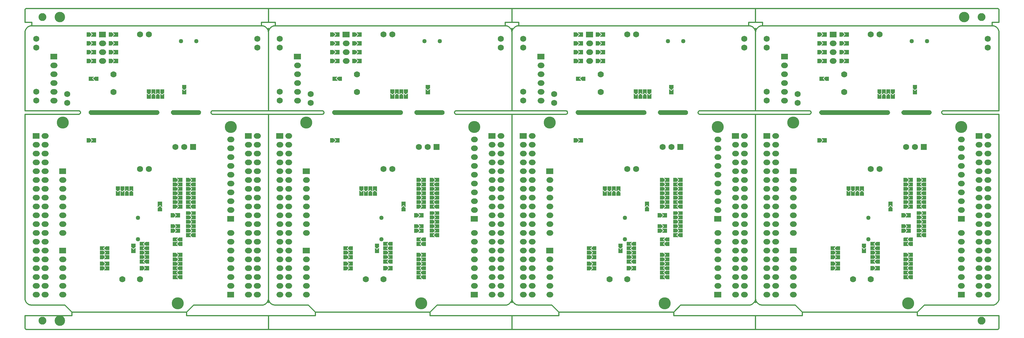
<source format=gbs>
*
%FSLAX26Y26*%
%MOIN*%
%ADD10R,0.040000X0.040000*%
%ADD11R,0.037750X0.037750*%
%ADD12C,0.063000*%
%ADD13C,0.068000*%
%ADD14R,0.068000X0.068000*%
%ADD15C,0.070000*%
%ADD16C,0.063300*%
%ADD17R,0.063300X0.063300*%
%ADD18C,0.012000*%
%ADD19C,0.049339*%
%ADD20C,0.135953*%
%ADD21C,0.088709*%
%ADD22C,0.118110*%
%ADD23C,0.027685*%
%ADD24C,0.005000*%
%ADD25C,0.002600*%
%IPPOS*%
%LN02i31889.gbs*%
%LPD*%
G75*
G36*
X1826004Y2692850D02*
X1778004D01*
Y2730850D01*
X1802004Y2706850D01*
X1826004Y2730850D01*
Y2692850D01*
G37*
G36*
Y2732850D02*
X1802004Y2708850D01*
X1778004Y2732850D01*
Y2742850D01*
X1826004D01*
Y2732850D01*
G37*
G54D10*
X1798004Y2685850D02*
X1806004D01*
X1798004Y2752850D02*
X1806004D01*
G54D11*
X1798004Y2685850D02*
X1806004D01*
X1798004Y2752850D02*
X1806004D01*
G54D12*
X419504Y1194850D02*
X434504D01*
X2319504Y1854850D02*
X2334504D01*
X219504Y1194850D02*
X234504D01*
X2519504Y1794850D02*
X2534504D01*
X2619504Y1294850D02*
X2634504D01*
G54D13*
X1702004Y2069850D03*
X1802004D03*
X127004Y3294850D03*
Y3194850D03*
Y2694850D03*
Y2594850D03*
X2627004Y3194850D03*
Y3294850D03*
X477004Y2669850D03*
Y2569850D03*
X1402004Y3344850D03*
X1302004D03*
X1402004Y1819850D03*
X1302004D03*
G54D14*
X1902004Y2069850D03*
G54D15*
X1302004Y569850D03*
X1102004D03*
X1002004Y2893850D03*
Y2693850D03*
G54D13*
X1702004Y2069850D03*
G54D16*
X119504Y394850D02*
X134504D01*
X219504D02*
X234504D01*
X219504Y494850D02*
X234504D01*
X119504D02*
X134504D01*
X419504D02*
X434504D01*
X419504Y394850D02*
X434504D01*
G54D17*
X2319504D02*
X2334504D01*
G54D16*
X2319504Y494850D02*
X2334504D01*
X2519504D02*
X2534504D01*
X2519504Y394850D02*
X2534504D01*
X2619504D02*
X2634504D01*
X2619504Y494850D02*
X2634504D01*
X2619504Y594850D02*
X2634504D01*
X2519504D02*
X2534504D01*
X2519504Y694850D02*
X2534504D01*
X2519504Y794850D02*
X2534504D01*
X2519504Y894850D02*
X2534504D01*
X2519504Y994850D02*
X2534504D01*
X2519504Y1094850D02*
X2534504D01*
X2519504Y1194850D02*
X2534504D01*
X2519504Y1294850D02*
X2534504D01*
X2519504Y1394850D02*
X2534504D01*
X2519504Y1494850D02*
X2534504D01*
X2519504Y1594850D02*
X2534504D01*
X2519504Y1694850D02*
X2534504D01*
X2519504Y1894850D02*
X2534504D01*
X2519504Y1994850D02*
X2534504D01*
X2519504Y2094850D02*
X2534504D01*
X2619504D02*
X2634504D01*
X2619504Y1994850D02*
X2634504D01*
X2619504Y1894850D02*
X2634504D01*
X2619504Y1794850D02*
X2634504D01*
X2619504Y1694850D02*
X2634504D01*
X2619504Y1594850D02*
X2634504D01*
X2619504Y1494850D02*
X2634504D01*
X2619504Y1394850D02*
X2634504D01*
X2619504Y1194850D02*
X2634504D01*
X2619504Y1094850D02*
X2634504D01*
X2619504Y994850D02*
X2634504D01*
X2619504Y894850D02*
X2634504D01*
X2619504Y794850D02*
X2634504D01*
X2619504Y694850D02*
X2634504D01*
X2319504D02*
X2334504D01*
X2319504Y794850D02*
X2334504D01*
X2319504Y894850D02*
X2334504D01*
X2319504Y994850D02*
X2334504D01*
X2319504Y1094850D02*
X2334504D01*
G54D17*
X2319504Y1254850D02*
X2334504D01*
G54D16*
X2319504Y1354850D02*
X2334504D01*
X2319504Y1454850D02*
X2334504D01*
X2319504Y1554850D02*
X2334504D01*
X2319504Y1654850D02*
X2334504D01*
X2319504Y1754850D02*
X2334504D01*
X2319504Y1954850D02*
X2334504D01*
X2319504Y2054850D02*
X2334504D01*
X2319504Y594850D02*
X2334504D01*
G54D17*
X419504Y1794850D02*
X434504D01*
G54D16*
X419504Y1694850D02*
X434504D01*
X419504Y1594850D02*
X434504D01*
X419504Y1494850D02*
X434504D01*
X419504Y1394850D02*
X434504D01*
X419504Y1294850D02*
X434504D01*
X419504Y1094850D02*
X434504D01*
G54D17*
X419504Y894850D02*
X434504D01*
G54D16*
X419504Y794850D02*
X434504D01*
X419504Y694850D02*
X434504D01*
X419504Y594850D02*
X434504D01*
X219504D02*
X234504D01*
X219504Y694850D02*
X234504D01*
X219504Y794850D02*
X234504D01*
X219504Y894850D02*
X234504D01*
X219504Y994850D02*
X234504D01*
X219504Y1094850D02*
X234504D01*
X219504Y1294850D02*
X234504D01*
X219504Y1394850D02*
X234504D01*
X219504Y1494850D02*
X234504D01*
X219504Y1594850D02*
X234504D01*
X219504Y1694850D02*
X234504D01*
X219504Y1794850D02*
X234504D01*
X219504Y1894850D02*
X234504D01*
X219504Y1994850D02*
X234504D01*
X219504Y2094850D02*
X234504D01*
X119504D02*
X134504D01*
X119504Y1994850D02*
X134504D01*
X119504Y1894850D02*
X134504D01*
X119504Y1794850D02*
X134504D01*
X119504Y1694850D02*
X134504D01*
X119504Y1594850D02*
X134504D01*
X119504Y1494850D02*
X134504D01*
X119504Y1394850D02*
X134504D01*
X119504Y1294850D02*
X134504D01*
X119504Y1194850D02*
X134504D01*
X119504Y1094850D02*
X134504D01*
X119504Y994850D02*
X134504D01*
X119504Y894850D02*
X134504D01*
X119504Y794850D02*
X134504D01*
X119504Y694850D02*
X134504D01*
X119504Y594850D02*
X134504D01*
G54D17*
X119504Y2194850D02*
X134504D01*
G54D16*
X219504D02*
X234504D01*
X319504Y2594850D02*
X334504D01*
X319504Y2694850D02*
X334504D01*
X319504Y2794850D02*
X334504D01*
X319504Y2894850D02*
X334504D01*
X319504Y2994850D02*
X334504D01*
G54D17*
X319504Y3094850D02*
X334504D01*
G54D16*
X869504Y3044850D02*
X884504D01*
X869504Y3144850D02*
X884504D01*
X869504Y3244850D02*
X884504D01*
G54D17*
X869504Y3344850D02*
X884504D01*
G54D16*
X2619504Y2194850D02*
X2634504D01*
G54D17*
X2519504D02*
X2534504D01*
G54D16*
X2319504Y2154850D02*
X2334504D01*
G36*
X1712004Y1119850D02*
X1688004Y1095850D01*
X1678004D01*
Y1143850D01*
X1688004D01*
X1712004Y1119850D01*
G37*
G36*
X1900004Y1045850D02*
X1890004D01*
X1866004Y1069850D01*
X1890004Y1093850D01*
X1900004D01*
Y1045850D01*
G37*
G36*
X1864004Y1069850D02*
X1888004Y1045850D01*
X1850004D01*
Y1069850D01*
Y1093850D01*
X1888004D01*
X1864004Y1069850D01*
G37*
G36*
X1728004Y1119850D02*
Y1095850D01*
X1690004D01*
X1714004Y1119850D01*
X1690004Y1143850D01*
X1728004D01*
Y1119850D01*
G37*
G36*
X1712004Y1169850D02*
X1688004Y1145850D01*
X1678004D01*
Y1193850D01*
X1688004D01*
X1712004Y1169850D01*
G37*
G36*
X1903004Y1119850D02*
Y1095850D01*
X1865004D01*
X1889004Y1119850D01*
X1865004Y1143850D01*
X1903004D01*
Y1119850D01*
G37*
G36*
X1887004D02*
X1863004Y1095850D01*
X1853004D01*
Y1143850D01*
X1863004D01*
X1887004Y1119850D01*
G37*
G36*
X1750004Y995850D02*
X1740004D01*
X1716004Y1019850D01*
X1740004Y1043850D01*
X1750004D01*
Y995850D01*
G37*
G36*
X1339004Y969850D02*
X1363004Y945850D01*
X1325004D01*
Y969850D01*
Y993850D01*
X1363004D01*
X1339004Y969850D01*
G37*
G36*
X1251004Y932850D02*
X1227004Y908850D01*
X1203004Y932850D01*
Y942850D01*
X1251004D01*
Y932850D01*
G37*
G36*
Y892850D02*
X1203004D01*
Y930850D01*
X1227004Y906850D01*
X1251004Y930850D01*
Y892850D01*
G37*
G36*
X1375004Y945850D02*
X1365004D01*
X1341004Y969850D01*
X1365004Y993850D01*
X1375004D01*
Y945850D01*
G37*
G36*
X1714004Y1019850D02*
X1738004Y995850D01*
X1700004D01*
Y1019850D01*
Y1043850D01*
X1738004D01*
X1714004Y1019850D01*
G37*
G36*
X1750004Y945850D02*
X1740004D01*
X1716004Y969850D01*
X1740004Y993850D01*
X1750004D01*
Y945850D01*
G37*
G36*
X1714004Y969850D02*
X1738004Y945850D01*
X1700004D01*
Y969850D01*
Y993850D01*
X1738004D01*
X1714004Y969850D01*
G37*
G36*
X1728004Y1169850D02*
Y1145850D01*
X1690004D01*
X1714004Y1169850D01*
X1690004Y1193850D01*
X1728004D01*
Y1169850D01*
G37*
G36*
X1737004Y1394850D02*
X1713004Y1370850D01*
X1703004D01*
Y1418850D01*
X1713004D01*
X1737004Y1394850D01*
G37*
G36*
X1903004Y1319850D02*
Y1295850D01*
X1865004D01*
X1889004Y1319850D01*
X1865004Y1343850D01*
X1903004D01*
Y1319850D01*
G37*
G36*
X1887004D02*
X1863004Y1295850D01*
X1853004D01*
Y1343850D01*
X1863004D01*
X1887004Y1319850D01*
G37*
G36*
X1753004Y1394850D02*
Y1370850D01*
X1715004D01*
X1739004Y1394850D01*
X1715004Y1418850D01*
X1753004D01*
Y1394850D01*
G37*
G36*
X1551004Y1380850D02*
Y1370850D01*
X1503004D01*
Y1380850D01*
X1527004Y1404850D01*
X1551004Y1380850D01*
G37*
G36*
X1900004Y1370850D02*
X1890004D01*
X1866004Y1394850D01*
X1890004Y1418850D01*
X1900004D01*
Y1370850D01*
G37*
G36*
X1864004Y1394850D02*
X1888004Y1370850D01*
X1850004D01*
Y1394850D01*
Y1418850D01*
X1888004D01*
X1864004Y1394850D01*
G37*
G36*
X1728004Y1294850D02*
Y1270850D01*
X1690004D01*
X1714004Y1294850D01*
X1690004Y1318850D01*
X1728004D01*
Y1294850D01*
G37*
G36*
X1887004Y1219850D02*
X1863004Y1195850D01*
X1853004D01*
Y1243850D01*
X1863004D01*
X1887004Y1219850D01*
G37*
G36*
X1903004Y1169850D02*
Y1145850D01*
X1865004D01*
X1889004Y1169850D01*
X1865004Y1193850D01*
X1903004D01*
Y1169850D01*
G37*
G36*
X1887004D02*
X1863004Y1145850D01*
X1853004D01*
Y1193850D01*
X1863004D01*
X1887004Y1169850D01*
G37*
G36*
X1903004Y1219850D02*
Y1195850D01*
X1865004D01*
X1889004Y1219850D01*
X1865004Y1243850D01*
X1903004D01*
Y1219850D01*
G37*
G36*
X1712004Y1294850D02*
X1688004Y1270850D01*
X1678004D01*
Y1318850D01*
X1688004D01*
X1712004Y1294850D01*
G37*
G36*
X1903004Y1269850D02*
Y1245850D01*
X1865004D01*
X1889004Y1269850D01*
X1865004Y1293850D01*
X1903004D01*
Y1269850D01*
G37*
G36*
X1887004D02*
X1863004Y1245850D01*
X1853004D01*
Y1293850D01*
X1863004D01*
X1887004Y1269850D01*
G37*
G36*
X1375004Y895850D02*
X1365004D01*
X1341004Y919850D01*
X1365004Y943850D01*
X1375004D01*
Y895850D01*
G37*
G36*
X912004Y744850D02*
X888004Y720850D01*
X878004D01*
Y768850D01*
X888004D01*
X912004Y744850D01*
G37*
G36*
X1750004Y670850D02*
X1740004D01*
X1716004Y694850D01*
X1740004Y718850D01*
X1750004D01*
Y670850D01*
G37*
G36*
X1714004Y694850D02*
X1738004Y670850D01*
X1700004D01*
Y694850D01*
Y718850D01*
X1738004D01*
X1714004Y694850D01*
G37*
G36*
X928004Y744850D02*
Y720850D01*
X890004D01*
X914004Y744850D01*
X890004Y768850D01*
X928004D01*
Y744850D01*
G37*
G36*
X1339004Y769850D02*
X1363004Y745850D01*
X1325004D01*
Y769850D01*
Y793850D01*
X1363004D01*
X1339004Y769850D01*
G37*
G36*
X1753004Y744850D02*
Y720850D01*
X1715004D01*
X1739004Y744850D01*
X1715004Y768850D01*
X1753004D01*
Y744850D01*
G37*
G36*
X1737004D02*
X1713004Y720850D01*
X1703004D01*
Y768850D01*
X1713004D01*
X1737004Y744850D01*
G37*
G36*
X1378004Y694850D02*
Y670850D01*
X1340004D01*
X1364004Y694850D01*
X1340004Y718850D01*
X1378004D01*
Y694850D01*
G37*
G36*
X1714004Y644850D02*
X1738004Y620850D01*
X1700004D01*
Y644850D01*
Y668850D01*
X1738004D01*
X1714004Y644850D01*
G37*
G36*
X1750004Y570850D02*
X1740004D01*
X1716004Y594850D01*
X1740004Y618850D01*
X1750004D01*
Y570850D01*
G37*
G36*
X1714004Y594850D02*
X1738004Y570850D01*
X1700004D01*
Y594850D01*
Y618850D01*
X1738004D01*
X1714004Y594850D01*
G37*
G36*
X1750004Y620850D02*
X1740004D01*
X1716004Y644850D01*
X1740004Y668850D01*
X1750004D01*
Y620850D01*
G37*
G36*
X1362004Y694850D02*
X1338004Y670850D01*
X1328004D01*
Y718850D01*
X1338004D01*
X1362004Y694850D01*
G37*
G36*
X928004D02*
Y670850D01*
X890004D01*
X914004Y694850D01*
X890004Y718850D01*
X928004D01*
Y694850D01*
G37*
G36*
X912004D02*
X888004Y670850D01*
X878004D01*
Y718850D01*
X888004D01*
X912004Y694850D01*
G37*
G36*
X1375004Y745850D02*
X1365004D01*
X1341004Y769850D01*
X1365004Y793850D01*
X1375004D01*
Y745850D01*
G37*
G36*
X1362004Y869850D02*
X1338004Y845850D01*
X1328004D01*
Y893850D01*
X1338004D01*
X1362004Y869850D01*
G37*
G36*
X928004D02*
Y845850D01*
X890004D01*
X914004Y869850D01*
X890004Y893850D01*
X928004D01*
Y869850D01*
G37*
G36*
X912004D02*
X888004Y845850D01*
X878004D01*
Y893850D01*
X888004D01*
X912004Y869850D01*
G37*
G36*
X1378004D02*
Y845850D01*
X1340004D01*
X1364004Y869850D01*
X1340004Y893850D01*
X1378004D01*
Y869850D01*
G37*
G36*
X1339004Y919850D02*
X1363004Y895850D01*
X1325004D01*
Y919850D01*
Y943850D01*
X1363004D01*
X1339004Y919850D01*
G37*
G36*
X925004Y895850D02*
X915004D01*
X891004Y919850D01*
X915004Y943850D01*
X925004D01*
Y895850D01*
G37*
G36*
X889004Y919850D02*
X913004Y895850D01*
X875004D01*
Y919850D01*
Y943850D01*
X913004D01*
X889004Y919850D01*
G37*
G36*
X1753004Y844850D02*
Y820850D01*
X1715004D01*
X1739004Y844850D01*
X1715004Y868850D01*
X1753004D01*
Y844850D01*
G37*
G36*
X912004Y819850D02*
X888004Y795850D01*
X878004D01*
Y843850D01*
X888004D01*
X912004Y819850D01*
G37*
G36*
X1753004Y794850D02*
Y770850D01*
X1715004D01*
X1739004Y794850D01*
X1715004Y818850D01*
X1753004D01*
Y794850D01*
G37*
G36*
X1737004D02*
X1713004Y770850D01*
X1703004D01*
Y818850D01*
X1713004D01*
X1737004Y794850D01*
G37*
G36*
X928004Y819850D02*
Y795850D01*
X890004D01*
X914004Y819850D01*
X890004Y843850D01*
X928004D01*
Y819850D01*
G37*
G36*
X1737004Y844850D02*
X1713004Y820850D01*
X1703004D01*
Y868850D01*
X1713004D01*
X1737004Y844850D01*
G37*
G36*
X1378004Y819850D02*
Y795850D01*
X1340004D01*
X1364004Y819850D01*
X1340004Y843850D01*
X1378004D01*
Y819850D01*
G37*
G36*
X1362004D02*
X1338004Y795850D01*
X1328004D01*
Y843850D01*
X1338004D01*
X1362004Y819850D01*
G37*
G36*
X1576004Y2682850D02*
X1552004Y2658850D01*
X1528004Y2682850D01*
Y2692850D01*
X1576004D01*
Y2682850D01*
G37*
G36*
X1426004D02*
X1402004Y2658850D01*
X1378004Y2682850D01*
Y2692850D01*
X1426004D01*
Y2682850D01*
G37*
G36*
X1526004Y2657850D02*
X1502004Y2681850D01*
X1478004Y2657850D01*
Y2695850D01*
X1526004D01*
Y2657850D01*
G37*
G36*
X800004Y2820850D02*
X790004D01*
X766004Y2844850D01*
X790004Y2868850D01*
X800004D01*
Y2820850D01*
G37*
G36*
X764004Y2844850D02*
X788004Y2820850D01*
X750004D01*
Y2844850D01*
Y2868850D01*
X788004D01*
X764004Y2844850D01*
G37*
G36*
X1476004Y2657850D02*
X1452004Y2681850D01*
X1428004Y2657850D01*
Y2695850D01*
X1476004D01*
Y2657850D01*
G37*
G36*
X778004Y2144850D02*
Y2120850D01*
X740004D01*
X764004Y2144850D01*
X740004Y2168850D01*
X778004D01*
Y2144850D01*
G37*
G36*
X762004D02*
X738004Y2120850D01*
X728004D01*
Y2168850D01*
X738004D01*
X762004Y2144850D01*
G37*
G36*
X1903004Y1694850D02*
Y1670850D01*
X1865004D01*
X1889004Y1694850D01*
X1865004Y1718850D01*
X1903004D01*
Y1694850D01*
G37*
G36*
X1476004Y2655850D02*
Y2645850D01*
X1428004D01*
Y2655850D01*
X1452004Y2679850D01*
X1476004Y2655850D01*
G37*
G36*
X1576004Y2642850D02*
X1528004D01*
Y2680850D01*
X1552004Y2656850D01*
X1576004Y2680850D01*
Y2642850D01*
G37*
G36*
X1426004D02*
X1378004D01*
Y2680850D01*
X1402004Y2656850D01*
X1426004Y2680850D01*
Y2642850D01*
G37*
G36*
X1526004Y2655850D02*
Y2645850D01*
X1478004D01*
Y2655850D01*
X1502004Y2679850D01*
X1526004Y2655850D01*
G37*
G36*
X762004Y3044850D02*
X738004Y3020850D01*
X728004D01*
Y3068850D01*
X738004D01*
X762004Y3044850D01*
G37*
G36*
X1028004Y3244850D02*
Y3220850D01*
X990004D01*
X1014004Y3244850D01*
X990004Y3268850D01*
X1028004D01*
Y3244850D01*
G37*
G36*
X1012004D02*
X988004Y3220850D01*
X978004D01*
Y3268850D01*
X988004D01*
X1012004Y3244850D01*
G37*
G36*
X778004D02*
Y3220850D01*
X740004D01*
X764004Y3244850D01*
X740004Y3268850D01*
X778004D01*
Y3244850D01*
G37*
G36*
X762004Y3344850D02*
X738004Y3320850D01*
X728004D01*
Y3368850D01*
X738004D01*
X762004Y3344850D01*
G37*
G36*
X1028004D02*
Y3320850D01*
X990004D01*
X1014004Y3344850D01*
X990004Y3368850D01*
X1028004D01*
Y3344850D01*
G37*
G36*
X1012004D02*
X988004Y3320850D01*
X978004D01*
Y3368850D01*
X988004D01*
X1012004Y3344850D01*
G37*
G36*
X778004D02*
Y3320850D01*
X740004D01*
X764004Y3344850D01*
X740004Y3368850D01*
X778004D01*
Y3344850D01*
G37*
G36*
X762004Y3244850D02*
X738004Y3220850D01*
X728004D01*
Y3268850D01*
X738004D01*
X762004Y3244850D01*
G37*
G36*
X1028004Y3044850D02*
Y3020850D01*
X990004D01*
X1014004Y3044850D01*
X990004Y3068850D01*
X1028004D01*
Y3044850D01*
G37*
G36*
X1012004D02*
X988004Y3020850D01*
X978004D01*
Y3068850D01*
X988004D01*
X1012004Y3044850D01*
G37*
G36*
X778004D02*
Y3020850D01*
X740004D01*
X764004Y3044850D01*
X740004Y3068850D01*
X778004D01*
Y3044850D01*
G37*
G36*
X762004Y3144850D02*
X738004Y3120850D01*
X728004D01*
Y3168850D01*
X738004D01*
X762004Y3144850D01*
G37*
G36*
X1028004D02*
Y3120850D01*
X990004D01*
X1014004Y3144850D01*
X990004Y3168850D01*
X1028004D01*
Y3144850D01*
G37*
G36*
X1012004D02*
X988004Y3120850D01*
X978004D01*
Y3168850D01*
X988004D01*
X1012004Y3144850D01*
G37*
G36*
X778004D02*
Y3120850D01*
X740004D01*
X764004Y3144850D01*
X740004Y3168850D01*
X778004D01*
Y3144850D01*
G37*
G36*
X1887004Y1694850D02*
X1863004Y1670850D01*
X1853004D01*
Y1718850D01*
X1863004D01*
X1887004Y1694850D01*
G37*
G36*
X1753004Y1544850D02*
Y1520850D01*
X1715004D01*
X1739004Y1544850D01*
X1715004Y1568850D01*
X1753004D01*
Y1544850D01*
G37*
G36*
X1737004D02*
X1713004Y1520850D01*
X1703004D01*
Y1568850D01*
X1713004D01*
X1737004Y1544850D01*
G37*
G36*
X1903004Y1494850D02*
Y1470850D01*
X1865004D01*
X1889004Y1494850D01*
X1865004Y1518850D01*
X1903004D01*
Y1494850D01*
G37*
G36*
X1864004Y1544850D02*
X1888004Y1520850D01*
X1850004D01*
Y1544850D01*
Y1568850D01*
X1888004D01*
X1864004Y1544850D01*
G37*
G36*
X1226004Y1555850D02*
Y1545850D01*
X1178004D01*
Y1555850D01*
X1202004Y1579850D01*
X1226004Y1555850D01*
G37*
G36*
X1176004D02*
Y1545850D01*
X1128004D01*
Y1555850D01*
X1152004Y1579850D01*
X1176004Y1555850D01*
G37*
G36*
X1900004Y1520850D02*
X1890004D01*
X1866004Y1544850D01*
X1890004Y1568850D01*
X1900004D01*
Y1520850D01*
G37*
G36*
X1887004Y1494850D02*
X1863004Y1470850D01*
X1853004D01*
Y1518850D01*
X1863004D01*
X1887004Y1494850D01*
G37*
G36*
X1753004Y1444850D02*
Y1420850D01*
X1715004D01*
X1739004Y1444850D01*
X1715004Y1468850D01*
X1753004D01*
Y1444850D01*
G37*
G36*
X1737004D02*
X1713004Y1420850D01*
X1703004D01*
Y1468850D01*
X1713004D01*
X1737004Y1444850D01*
G37*
G36*
X1551004Y1382850D02*
X1527004Y1406850D01*
X1503004Y1382850D01*
Y1420850D01*
X1551004D01*
Y1382850D01*
G37*
G36*
X1864004Y1444850D02*
X1888004Y1420850D01*
X1850004D01*
Y1444850D01*
Y1468850D01*
X1888004D01*
X1864004Y1444850D01*
G37*
G36*
X1753004Y1494850D02*
Y1470850D01*
X1715004D01*
X1739004Y1494850D01*
X1715004Y1518850D01*
X1753004D01*
Y1494850D01*
G37*
G36*
X1737004D02*
X1713004Y1470850D01*
X1703004D01*
Y1518850D01*
X1713004D01*
X1737004Y1494850D01*
G37*
G36*
X1900004Y1420850D02*
X1890004D01*
X1866004Y1444850D01*
X1890004Y1468850D01*
X1900004D01*
Y1420850D01*
G37*
G36*
X1076004Y1542850D02*
X1028004D01*
Y1580850D01*
X1052004Y1556850D01*
X1076004Y1580850D01*
Y1542850D01*
G37*
G36*
X1753004Y1644850D02*
Y1620850D01*
X1715004D01*
X1739004Y1644850D01*
X1715004Y1668850D01*
X1753004D01*
Y1644850D01*
G37*
G36*
X1737004D02*
X1713004Y1620850D01*
X1703004D01*
Y1668850D01*
X1713004D01*
X1737004Y1644850D01*
G37*
G36*
X1903004Y1594850D02*
Y1570850D01*
X1865004D01*
X1889004Y1594850D01*
X1865004Y1618850D01*
X1903004D01*
Y1594850D01*
G37*
G36*
X1864004Y1644850D02*
X1888004Y1620850D01*
X1850004D01*
Y1644850D01*
Y1668850D01*
X1888004D01*
X1864004Y1644850D01*
G37*
G36*
X1753004Y1694850D02*
Y1670850D01*
X1715004D01*
X1739004Y1694850D01*
X1715004Y1718850D01*
X1753004D01*
Y1694850D01*
G37*
G36*
X1737004D02*
X1713004Y1670850D01*
X1703004D01*
Y1718850D01*
X1713004D01*
X1737004Y1694850D01*
G37*
G36*
X1900004Y1620850D02*
X1890004D01*
X1866004Y1644850D01*
X1890004Y1668850D01*
X1900004D01*
Y1620850D01*
G37*
G36*
X1887004Y1594850D02*
X1863004Y1570850D01*
X1853004D01*
Y1618850D01*
X1863004D01*
X1887004Y1594850D01*
G37*
G36*
X1226004Y1557850D02*
X1202004Y1581850D01*
X1178004Y1557850D01*
Y1595850D01*
X1226004D01*
Y1557850D01*
G37*
G36*
X1176004D02*
X1152004Y1581850D01*
X1128004Y1557850D01*
Y1595850D01*
X1176004D01*
Y1557850D01*
G37*
G36*
X1126004Y1542850D02*
X1078004D01*
Y1580850D01*
X1102004Y1556850D01*
X1126004Y1580850D01*
Y1542850D01*
G37*
G36*
X1076004Y1582850D02*
X1052004Y1558850D01*
X1028004Y1582850D01*
Y1592850D01*
X1076004D01*
Y1582850D01*
G37*
G36*
X1753004Y1594850D02*
Y1570850D01*
X1715004D01*
X1739004Y1594850D01*
X1715004Y1618850D01*
X1753004D01*
Y1594850D01*
G37*
G36*
X1737004D02*
X1713004Y1570850D01*
X1703004D01*
Y1618850D01*
X1713004D01*
X1737004Y1594850D01*
G37*
G36*
X1126004Y1582850D02*
X1102004Y1558850D01*
X1078004Y1582850D01*
Y1592850D01*
X1126004D01*
Y1582850D01*
G37*
G54D10*
X1148004Y1535850D02*
X1156004D01*
X1148004Y1602850D02*
X1156004D01*
X1198004Y1535850D02*
X1206004D01*
X1198004Y1602850D02*
X1206004D01*
X1098004D02*
X1106004D01*
X1098004Y1535850D02*
X1106004D01*
X1048004Y1602850D02*
X1056004D01*
X1048004Y1535850D02*
X1056004D01*
X1223004Y885850D02*
X1231004D01*
X1223004Y952850D02*
X1231004D01*
X1498004Y2635850D02*
X1506004D01*
X1498004Y2702850D02*
X1506004D01*
X1448004Y2635850D02*
X1456004D01*
X1448004Y2702850D02*
X1456004D01*
X1548004D02*
X1556004D01*
X1548004Y2635850D02*
X1556004D01*
X1398004D02*
X1406004D01*
X1398004Y2702850D02*
X1406004D01*
X1523004Y1360850D02*
X1531004D01*
X1523004Y1427850D02*
X1531004D01*
X1735004Y1165850D02*
Y1173850D01*
X1668004Y1165850D02*
Y1173850D01*
X1735004Y1115850D02*
Y1123850D01*
X1668004Y1115850D02*
Y1123850D01*
X1843004Y1215850D02*
Y1223850D01*
X1910004Y1215850D02*
Y1223850D01*
X1843004Y1490850D02*
Y1498850D01*
X1910004Y1490850D02*
Y1498850D01*
Y1640850D02*
Y1648850D01*
X1843004Y1640850D02*
Y1648850D01*
Y1265850D02*
Y1273850D01*
X1910004Y1265850D02*
Y1273850D01*
Y1065850D02*
Y1073850D01*
X1843004Y1065850D02*
Y1073850D01*
X1910004Y1540850D02*
Y1548850D01*
X1843004Y1540850D02*
Y1548850D01*
Y1165850D02*
Y1173850D01*
X1910004Y1165850D02*
Y1173850D01*
Y1390850D02*
Y1398850D01*
X1843004Y1390850D02*
Y1398850D01*
Y1315850D02*
Y1323850D01*
X1910004Y1315850D02*
Y1323850D01*
Y1440850D02*
Y1448850D01*
X1843004Y1440850D02*
Y1448850D01*
Y1115850D02*
Y1123850D01*
X1910004Y1115850D02*
Y1123850D01*
X1843004Y1590850D02*
Y1598850D01*
X1910004Y1590850D02*
Y1598850D01*
X1318004Y965850D02*
Y973850D01*
X1385004Y965850D02*
Y973850D01*
Y865850D02*
Y873850D01*
X1318004Y865850D02*
Y873850D01*
Y915850D02*
Y923850D01*
X1385004Y915850D02*
Y923850D01*
Y815850D02*
Y823850D01*
X1318004Y815850D02*
Y823850D01*
X868004Y915850D02*
Y923850D01*
X935004Y915850D02*
Y923850D01*
Y690850D02*
Y698850D01*
X868004Y690850D02*
Y698850D01*
X935004Y740850D02*
Y748850D01*
X868004Y740850D02*
Y748850D01*
X935004Y815850D02*
Y823850D01*
X868004Y815850D02*
Y823850D01*
X935004Y865850D02*
Y873850D01*
X868004Y865850D02*
Y873850D01*
X1693004Y840850D02*
Y848850D01*
X1760004Y840850D02*
Y848850D01*
X1693004Y790850D02*
Y798850D01*
X1760004Y790850D02*
Y798850D01*
X1693004Y740850D02*
Y748850D01*
X1760004Y740850D02*
Y748850D01*
X1668004Y1290850D02*
Y1298850D01*
X1735004Y1290850D02*
Y1298850D01*
X1693004Y1690850D02*
Y1698850D01*
X1760004Y1690850D02*
Y1698850D01*
X1693004Y1640850D02*
Y1648850D01*
X1760004Y1640850D02*
Y1648850D01*
X1693004Y1590850D02*
Y1598850D01*
X1760004Y1590850D02*
Y1598850D01*
X1693004Y1540850D02*
Y1548850D01*
X1760004Y1540850D02*
Y1548850D01*
X1693004Y1490850D02*
Y1498850D01*
X1760004Y1490850D02*
Y1498850D01*
X718004Y2140850D02*
Y2148850D01*
X785004Y2140850D02*
Y2148850D01*
X1693004Y1440850D02*
Y1448850D01*
X1760004Y1440850D02*
Y1448850D01*
X1693004Y1390850D02*
Y1398850D01*
X1760004Y1390850D02*
Y1398850D01*
Y640850D02*
Y648850D01*
X1693004Y640850D02*
Y648850D01*
X1760004Y690850D02*
Y698850D01*
X1693004Y690850D02*
Y698850D01*
X1760004Y590850D02*
Y598850D01*
X1693004Y590850D02*
Y598850D01*
X743004Y2840850D02*
Y2848850D01*
X810004Y2840850D02*
Y2848850D01*
X968004Y3040850D02*
Y3048850D01*
X1035004Y3040850D02*
Y3048850D01*
X718004Y3040850D02*
Y3048850D01*
X785004Y3040850D02*
Y3048850D01*
X1035004Y3140850D02*
Y3148850D01*
X968004Y3140850D02*
Y3148850D01*
X718004Y3140850D02*
Y3148850D01*
X785004Y3140850D02*
Y3148850D01*
X1035004Y3240850D02*
Y3248850D01*
X968004Y3240850D02*
Y3248850D01*
X718004Y3240850D02*
Y3248850D01*
X785004Y3240850D02*
Y3248850D01*
X1035004Y3340850D02*
Y3348850D01*
X968004Y3340850D02*
Y3348850D01*
X718004Y3340850D02*
Y3348850D01*
X785004Y3340850D02*
Y3348850D01*
X1760004Y1015850D02*
Y1023850D01*
X1693004Y1015850D02*
Y1023850D01*
X1760004Y965850D02*
Y973850D01*
X1693004Y965850D02*
Y973850D01*
X1843004Y1690850D02*
Y1698850D01*
X1910004Y1690850D02*
Y1698850D01*
X1385004Y765850D02*
Y773850D01*
X1318004Y765850D02*
Y773850D01*
Y690850D02*
Y698850D01*
X1385004Y690850D02*
Y698850D01*
G54D11*
X1148004Y1535850D02*
X1156004D01*
X1148004Y1602850D02*
X1156004D01*
X1198004Y1535850D02*
X1206004D01*
X1198004Y1602850D02*
X1206004D01*
X1098004D02*
X1106004D01*
X1098004Y1535850D02*
X1106004D01*
X1048004Y1602850D02*
X1056004D01*
X1048004Y1535850D02*
X1056004D01*
X1223004Y885850D02*
X1231004D01*
X1223004Y952850D02*
X1231004D01*
X1498004Y2635850D02*
X1506004D01*
X1498004Y2702850D02*
X1506004D01*
X1448004Y2635850D02*
X1456004D01*
X1448004Y2702850D02*
X1456004D01*
X1548004D02*
X1556004D01*
X1548004Y2635850D02*
X1556004D01*
X1398004D02*
X1406004D01*
X1398004Y2702850D02*
X1406004D01*
X1523004Y1360850D02*
X1531004D01*
X1523004Y1427850D02*
X1531004D01*
X1735004Y1165850D02*
Y1173850D01*
X1668004Y1165850D02*
Y1173850D01*
X1735004Y1115850D02*
Y1123850D01*
X1668004Y1115850D02*
Y1123850D01*
X1843004Y1215850D02*
Y1223850D01*
X1910004Y1215850D02*
Y1223850D01*
X1843004Y1490850D02*
Y1498850D01*
X1910004Y1490850D02*
Y1498850D01*
Y1640850D02*
Y1648850D01*
X1843004Y1640850D02*
Y1648850D01*
Y1265850D02*
Y1273850D01*
X1910004Y1265850D02*
Y1273850D01*
Y1065850D02*
Y1073850D01*
X1843004Y1065850D02*
Y1073850D01*
X1910004Y1540850D02*
Y1548850D01*
X1843004Y1540850D02*
Y1548850D01*
Y1165850D02*
Y1173850D01*
X1910004Y1165850D02*
Y1173850D01*
Y1390850D02*
Y1398850D01*
X1843004Y1390850D02*
Y1398850D01*
Y1315850D02*
Y1323850D01*
X1910004Y1315850D02*
Y1323850D01*
Y1440850D02*
Y1448850D01*
X1843004Y1440850D02*
Y1448850D01*
Y1115850D02*
Y1123850D01*
X1910004Y1115850D02*
Y1123850D01*
X1843004Y1590850D02*
Y1598850D01*
X1910004Y1590850D02*
Y1598850D01*
X1318004Y965850D02*
Y973850D01*
X1385004Y965850D02*
Y973850D01*
Y865850D02*
Y873850D01*
X1318004Y865850D02*
Y873850D01*
Y915850D02*
Y923850D01*
X1385004Y915850D02*
Y923850D01*
Y815850D02*
Y823850D01*
X1318004Y815850D02*
Y823850D01*
X868004Y915850D02*
Y923850D01*
X935004Y915850D02*
Y923850D01*
Y690850D02*
Y698850D01*
X868004Y690850D02*
Y698850D01*
X935004Y740850D02*
Y748850D01*
X868004Y740850D02*
Y748850D01*
X935004Y815850D02*
Y823850D01*
X868004Y815850D02*
Y823850D01*
X935004Y865850D02*
Y873850D01*
X868004Y865850D02*
Y873850D01*
X1693004Y840850D02*
Y848850D01*
X1760004Y840850D02*
Y848850D01*
X1693004Y790850D02*
Y798850D01*
X1760004Y790850D02*
Y798850D01*
X1693004Y740850D02*
Y748850D01*
X1760004Y740850D02*
Y748850D01*
X1668004Y1290850D02*
Y1298850D01*
X1735004Y1290850D02*
Y1298850D01*
X1693004Y1690850D02*
Y1698850D01*
X1760004Y1690850D02*
Y1698850D01*
X1693004Y1640850D02*
Y1648850D01*
X1760004Y1640850D02*
Y1648850D01*
X1693004Y1590850D02*
Y1598850D01*
X1760004Y1590850D02*
Y1598850D01*
X1693004Y1540850D02*
Y1548850D01*
X1760004Y1540850D02*
Y1548850D01*
X1693004Y1490850D02*
Y1498850D01*
X1760004Y1490850D02*
Y1498850D01*
X718004Y2140850D02*
Y2148850D01*
X785004Y2140850D02*
Y2148850D01*
X1693004Y1440850D02*
Y1448850D01*
X1760004Y1440850D02*
Y1448850D01*
X1693004Y1390850D02*
Y1398850D01*
X1760004Y1390850D02*
Y1398850D01*
Y640850D02*
Y648850D01*
X1693004Y640850D02*
Y648850D01*
X1760004Y690850D02*
Y698850D01*
X1693004Y690850D02*
Y698850D01*
X1760004Y590850D02*
Y598850D01*
X1693004Y590850D02*
Y598850D01*
X743004Y2840850D02*
Y2848850D01*
X810004Y2840850D02*
Y2848850D01*
X968004Y3040850D02*
Y3048850D01*
X1035004Y3040850D02*
Y3048850D01*
X718004Y3040850D02*
Y3048850D01*
X785004Y3040850D02*
Y3048850D01*
X1035004Y3140850D02*
Y3148850D01*
X968004Y3140850D02*
Y3148850D01*
X718004Y3140850D02*
Y3148850D01*
X785004Y3140850D02*
Y3148850D01*
X1035004Y3240850D02*
Y3248850D01*
X968004Y3240850D02*
Y3248850D01*
X718004Y3240850D02*
Y3248850D01*
X785004Y3240850D02*
Y3248850D01*
X1035004Y3340850D02*
Y3348850D01*
X968004Y3340850D02*
Y3348850D01*
X718004Y3340850D02*
Y3348850D01*
X785004Y3340850D02*
Y3348850D01*
X1760004Y1015850D02*
Y1023850D01*
X1693004Y1015850D02*
Y1023850D01*
X1760004Y965850D02*
Y973850D01*
X1693004Y965850D02*
Y973850D01*
X1843004Y1690850D02*
Y1698850D01*
X1910004Y1690850D02*
Y1698850D01*
X1385004Y765850D02*
Y773850D01*
X1318004Y765850D02*
Y773850D01*
Y690850D02*
Y698850D01*
X1385004Y690850D02*
Y698850D01*
G54D18*
X1829004Y196850D02*
X1908004Y275850D01*
X1829004Y196850D03*
X530004D02*
X1829004D01*
X451004Y275850D02*
X530004Y196850D01*
X1908004Y275850D02*
X2676004D01*
X78004Y3443850D02*
X2676004D01*
X76004Y275850D02*
X451004Y275850D01*
X4Y2479850D02*
X610004D01*
X4Y2439850D02*
X609004D01*
X2125004D02*
X2754004D01*
X2125004Y2479850D02*
X2754004D01*
X4Y354850D02*
Y2439850D01*
Y2479850D02*
Y3364850D01*
X2754004Y354850D02*
Y2439850D01*
Y2479850D02*
Y3364850D01*
X4D02*
X413Y3373625D01*
X1803Y3382298D01*
X4157Y3390760D01*
X7444Y3398906D01*
X11623Y3406632D01*
X16642Y3413841D01*
X22437Y3420442D01*
X28935Y3426352D01*
X36054Y3431496D01*
X43706Y3435811D01*
X51792Y3439240D01*
X60212Y3441742D01*
X68859Y3443285D01*
X77625Y3443848D01*
X78004Y3443850D01*
X2754004Y3364850D02*
X2753688Y3373582D01*
X2752390Y3382223D01*
X2750127Y3390662D01*
X2746927Y3398793D01*
X2742832Y3406511D01*
X2737894Y3413719D01*
X2732175Y3420325D01*
X2725748Y3426244D01*
X2718695Y3431402D01*
X2711106Y3435732D01*
X2703078Y3439180D01*
X2694712Y3441701D01*
X2686116Y3443264D01*
X2677398Y3443848D01*
X2676004Y3443850D01*
Y275850D02*
X2684711Y276232D01*
X2693319Y277595D01*
X2701718Y279922D01*
X2709800Y283182D01*
X2717463Y287334D01*
X2724608Y292325D01*
X2731143Y298091D01*
X2736985Y304558D01*
X2742060Y311644D01*
X2746301Y319257D01*
X2749656Y327301D01*
X2752081Y335672D01*
X2753545Y344264D01*
X2754029Y352966D01*
X2754004Y354850D01*
X4D02*
X359Y346100D01*
X1696Y337444D01*
X3997Y328994D01*
X7234Y320856D01*
X11365Y313133D01*
X16337Y305923D01*
X22088Y299318D01*
X28545Y293401D01*
X35627Y288248D01*
X43242Y283923D01*
X51296Y280481D01*
X59685Y277967D01*
X68304Y276411D01*
X76004Y275850D01*
X610004Y2479850D02*
X614348Y2478931D01*
X618383Y2477079D01*
X621912Y2474384D01*
X624762Y2470978D01*
X626792Y2467029D01*
X627905Y2462731D01*
X628044Y2458293D01*
X627203Y2453932D01*
X625424Y2449864D01*
X622793Y2446287D01*
X619440Y2443376D01*
X615528Y2441275D01*
X611250Y2440085D01*
X609004Y2439850D01*
X2125004Y2479850D02*
X2120588Y2479447D01*
X2116369Y2478081D01*
X2112555Y2475819D01*
X2109333Y2472773D01*
X2106862Y2469091D01*
X2105262Y2464956D01*
X2104613Y2460569D01*
X2104945Y2456148D01*
X2106244Y2451908D01*
X2108445Y2448058D01*
X2111440Y2444788D01*
X2115081Y2442258D01*
X2119191Y2440593D01*
X2123566Y2439873D01*
X2125004Y2439850D01*
G54D19*
X1277004Y1021850D03*
Y1266850D03*
X1765004Y3269850D03*
X1938004D03*
G54D20*
X1727004Y294850D03*
X427004Y2344850D03*
X2327004Y2294850D03*
G36*
X747004Y2439850D02*
G02X747004Y2479850I79J20000D01*
G01X1496004D01*
G02X1495004Y2439850I-1386J-19978D01*
G01X747004D01*
G37*
G36*
X1676979Y2479850D02*
X1966004D01*
G02X1965004Y2439850I-988J-19988D01*
G01X1677004D01*
G02X1676979Y2479850I-25J20000D01*
G37*
G54D18*
X1677004Y2439850D02*
G01X1965004D01*
X1677004Y2479850D02*
X1966004D01*
X747004Y2439850D02*
X1495004D01*
X747004Y2479850D02*
X1496004D01*
X747004D02*
X742599Y2479342D01*
X738415Y2477875D01*
X734657Y2475522D01*
X731509Y2472400D01*
X729127Y2468660D01*
X727627Y2464488D01*
X727084Y2460087D01*
X727523Y2455675D01*
X728924Y2451469D01*
X731216Y2447674D01*
X734289Y2444477D01*
X737990Y2442036D01*
X742139Y2440471D01*
X746530Y2439858D01*
X747004Y2439850D01*
X1496004Y2479850D02*
X1500368Y2479055D01*
X1504451Y2477318D01*
X1508051Y2474725D01*
X1510991Y2471403D01*
X1513128Y2467514D01*
X1514356Y2463251D01*
X1514616Y2458822D01*
X1513894Y2454445D01*
X1512226Y2450334D01*
X1509693Y2446691D01*
X1506421Y2443695D01*
X1502569Y2441493D01*
X1498327Y2440193D01*
X1495004Y2439850D01*
X1677004Y2479850D02*
X1672597Y2479364D01*
X1668405Y2477919D01*
X1664635Y2475587D01*
X1661471Y2472480D01*
X1659069Y2468753D01*
X1657548Y2464589D01*
X1656981Y2460191D01*
X1657398Y2455777D01*
X1658776Y2451563D01*
X1661050Y2447756D01*
X1664106Y2444544D01*
X1667794Y2442084D01*
X1671934Y2440497D01*
X1676322Y2439861D01*
X1677004Y2439850D01*
X1966004Y2479850D02*
X1970382Y2479142D01*
X1974496Y2477487D01*
X1978145Y2474966D01*
X1981150Y2471703D01*
X1983361Y2467859D01*
X1984672Y2463622D01*
X1985017Y2459200D01*
X1984380Y2454811D01*
X1982792Y2450670D01*
X1980330Y2446980D01*
X1977117Y2443924D01*
X1973309Y2441650D01*
X1969094Y2440270D01*
X1965004Y2439850D01*
G36*
X4580032Y2692850D02*
X4532032D01*
Y2730850D01*
X4556032Y2706850D01*
X4580032Y2730850D01*
Y2692850D01*
G37*
G36*
Y2732850D02*
X4556032Y2708850D01*
X4532032Y2732850D01*
Y2742850D01*
X4580032D01*
Y2732850D01*
G37*
G54D10*
X4552032Y2685850D02*
X4560032D01*
X4552032Y2752850D02*
X4560032D01*
G54D11*
X4552032Y2685850D02*
X4560032D01*
X4552032Y2752850D02*
X4560032D01*
G54D12*
X3173532Y1194850D02*
X3188532D01*
X5073532Y1854850D02*
X5088532D01*
X2973532Y1194850D02*
X2988532D01*
X5273532Y1794850D02*
X5288532D01*
X5373532Y1294850D02*
X5388532D01*
G54D13*
X4456032Y2069850D03*
X4556032D03*
X2881032Y3294850D03*
Y3194850D03*
Y2694850D03*
Y2594850D03*
X5381032Y3194850D03*
Y3294850D03*
X3231032Y2669850D03*
Y2569850D03*
X4156032Y3344850D03*
X4056032D03*
X4156032Y1819850D03*
X4056032D03*
G54D14*
X4656032Y2069850D03*
G54D15*
X4056032Y569850D03*
X3856032D03*
X3756032Y2893850D03*
Y2693850D03*
G54D13*
X4456032Y2069850D03*
G54D16*
X2873532Y394850D02*
X2888532D01*
X2973532D02*
X2988532D01*
X2973532Y494850D02*
X2988532D01*
X2873532D02*
X2888532D01*
X3173532D02*
X3188532D01*
X3173532Y394850D02*
X3188532D01*
G54D17*
X5073532D02*
X5088532D01*
G54D16*
X5073532Y494850D02*
X5088532D01*
X5273532D02*
X5288532D01*
X5273532Y394850D02*
X5288532D01*
X5373532D02*
X5388532D01*
X5373532Y494850D02*
X5388532D01*
X5373532Y594850D02*
X5388532D01*
X5273532D02*
X5288532D01*
X5273532Y694850D02*
X5288532D01*
X5273532Y794850D02*
X5288532D01*
X5273532Y894850D02*
X5288532D01*
X5273532Y994850D02*
X5288532D01*
X5273532Y1094850D02*
X5288532D01*
X5273532Y1194850D02*
X5288532D01*
X5273532Y1294850D02*
X5288532D01*
X5273532Y1394850D02*
X5288532D01*
X5273532Y1494850D02*
X5288532D01*
X5273532Y1594850D02*
X5288532D01*
X5273532Y1694850D02*
X5288532D01*
X5273532Y1894850D02*
X5288532D01*
X5273532Y1994850D02*
X5288532D01*
X5273532Y2094850D02*
X5288532D01*
X5373532D02*
X5388532D01*
X5373532Y1994850D02*
X5388532D01*
X5373532Y1894850D02*
X5388532D01*
X5373532Y1794850D02*
X5388532D01*
X5373532Y1694850D02*
X5388532D01*
X5373532Y1594850D02*
X5388532D01*
X5373532Y1494850D02*
X5388532D01*
X5373532Y1394850D02*
X5388532D01*
X5373532Y1194850D02*
X5388532D01*
X5373532Y1094850D02*
X5388532D01*
X5373532Y994850D02*
X5388532D01*
X5373532Y894850D02*
X5388532D01*
X5373532Y794850D02*
X5388532D01*
X5373532Y694850D02*
X5388532D01*
X5073532D02*
X5088532D01*
X5073532Y794850D02*
X5088532D01*
X5073532Y894850D02*
X5088532D01*
X5073532Y994850D02*
X5088532D01*
X5073532Y1094850D02*
X5088532D01*
G54D17*
X5073532Y1254850D02*
X5088532D01*
G54D16*
X5073532Y1354850D02*
X5088532D01*
X5073532Y1454850D02*
X5088532D01*
X5073532Y1554850D02*
X5088532D01*
X5073532Y1654850D02*
X5088532D01*
X5073532Y1754850D02*
X5088532D01*
X5073532Y1954850D02*
X5088532D01*
X5073532Y2054850D02*
X5088532D01*
X5073532Y594850D02*
X5088532D01*
G54D17*
X3173532Y1794850D02*
X3188532D01*
G54D16*
X3173532Y1694850D02*
X3188532D01*
X3173532Y1594850D02*
X3188532D01*
X3173532Y1494850D02*
X3188532D01*
X3173532Y1394850D02*
X3188532D01*
X3173532Y1294850D02*
X3188532D01*
X3173532Y1094850D02*
X3188532D01*
G54D17*
X3173532Y894850D02*
X3188532D01*
G54D16*
X3173532Y794850D02*
X3188532D01*
X3173532Y694850D02*
X3188532D01*
X3173532Y594850D02*
X3188532D01*
X2973532D02*
X2988532D01*
X2973532Y694850D02*
X2988532D01*
X2973532Y794850D02*
X2988532D01*
X2973532Y894850D02*
X2988532D01*
X2973532Y994850D02*
X2988532D01*
X2973532Y1094850D02*
X2988532D01*
X2973532Y1294850D02*
X2988532D01*
X2973532Y1394850D02*
X2988532D01*
X2973532Y1494850D02*
X2988532D01*
X2973532Y1594850D02*
X2988532D01*
X2973532Y1694850D02*
X2988532D01*
X2973532Y1794850D02*
X2988532D01*
X2973532Y1894850D02*
X2988532D01*
X2973532Y1994850D02*
X2988532D01*
X2973532Y2094850D02*
X2988532D01*
X2873532D02*
X2888532D01*
X2873532Y1994850D02*
X2888532D01*
X2873532Y1894850D02*
X2888532D01*
X2873532Y1794850D02*
X2888532D01*
X2873532Y1694850D02*
X2888532D01*
X2873532Y1594850D02*
X2888532D01*
X2873532Y1494850D02*
X2888532D01*
X2873532Y1394850D02*
X2888532D01*
X2873532Y1294850D02*
X2888532D01*
X2873532Y1194850D02*
X2888532D01*
X2873532Y1094850D02*
X2888532D01*
X2873532Y994850D02*
X2888532D01*
X2873532Y894850D02*
X2888532D01*
X2873532Y794850D02*
X2888532D01*
X2873532Y694850D02*
X2888532D01*
X2873532Y594850D02*
X2888532D01*
G54D17*
X2873532Y2194850D02*
X2888532D01*
G54D16*
X2973532D02*
X2988532D01*
X3073532Y2594850D02*
X3088532D01*
X3073532Y2694850D02*
X3088532D01*
X3073532Y2794850D02*
X3088532D01*
X3073532Y2894850D02*
X3088532D01*
X3073532Y2994850D02*
X3088532D01*
G54D17*
X3073532Y3094850D02*
X3088532D01*
G54D16*
X3623532Y3044850D02*
X3638532D01*
X3623532Y3144850D02*
X3638532D01*
X3623532Y3244850D02*
X3638532D01*
G54D17*
X3623532Y3344850D02*
X3638532D01*
G54D16*
X5373532Y2194850D02*
X5388532D01*
G54D17*
X5273532D02*
X5288532D01*
G54D16*
X5073532Y2154850D02*
X5088532D01*
G36*
X4466032Y1119850D02*
X4442032Y1095850D01*
X4432032D01*
Y1143850D01*
X4442032D01*
X4466032Y1119850D01*
G37*
G36*
X4654032Y1045850D02*
X4644032D01*
X4620032Y1069850D01*
X4644032Y1093850D01*
X4654032D01*
Y1045850D01*
G37*
G36*
X4618032Y1069850D02*
X4642032Y1045850D01*
X4604032D01*
Y1069850D01*
Y1093850D01*
X4642032D01*
X4618032Y1069850D01*
G37*
G36*
X4482032Y1119850D02*
Y1095850D01*
X4444032D01*
X4468032Y1119850D01*
X4444032Y1143850D01*
X4482032D01*
Y1119850D01*
G37*
G36*
X4466032Y1169850D02*
X4442032Y1145850D01*
X4432032D01*
Y1193850D01*
X4442032D01*
X4466032Y1169850D01*
G37*
G36*
X4657032Y1119850D02*
Y1095850D01*
X4619032D01*
X4643032Y1119850D01*
X4619032Y1143850D01*
X4657032D01*
Y1119850D01*
G37*
G36*
X4641032D02*
X4617032Y1095850D01*
X4607032D01*
Y1143850D01*
X4617032D01*
X4641032Y1119850D01*
G37*
G36*
X4504032Y995850D02*
X4494032D01*
X4470032Y1019850D01*
X4494032Y1043850D01*
X4504032D01*
Y995850D01*
G37*
G36*
X4093032Y969850D02*
X4117032Y945850D01*
X4079032D01*
Y969850D01*
Y993850D01*
X4117032D01*
X4093032Y969850D01*
G37*
G36*
X4005032Y932850D02*
X3981032Y908850D01*
X3957032Y932850D01*
Y942850D01*
X4005032D01*
Y932850D01*
G37*
G36*
Y892850D02*
X3957032D01*
Y930850D01*
X3981032Y906850D01*
X4005032Y930850D01*
Y892850D01*
G37*
G36*
X4129032Y945850D02*
X4119032D01*
X4095032Y969850D01*
X4119032Y993850D01*
X4129032D01*
Y945850D01*
G37*
G36*
X4468032Y1019850D02*
X4492032Y995850D01*
X4454032D01*
Y1019850D01*
Y1043850D01*
X4492032D01*
X4468032Y1019850D01*
G37*
G36*
X4504032Y945850D02*
X4494032D01*
X4470032Y969850D01*
X4494032Y993850D01*
X4504032D01*
Y945850D01*
G37*
G36*
X4468032Y969850D02*
X4492032Y945850D01*
X4454032D01*
Y969850D01*
Y993850D01*
X4492032D01*
X4468032Y969850D01*
G37*
G36*
X4482032Y1169850D02*
Y1145850D01*
X4444032D01*
X4468032Y1169850D01*
X4444032Y1193850D01*
X4482032D01*
Y1169850D01*
G37*
G36*
X4491032Y1394850D02*
X4467032Y1370850D01*
X4457032D01*
Y1418850D01*
X4467032D01*
X4491032Y1394850D01*
G37*
G36*
X4657032Y1319850D02*
Y1295850D01*
X4619032D01*
X4643032Y1319850D01*
X4619032Y1343850D01*
X4657032D01*
Y1319850D01*
G37*
G36*
X4641032D02*
X4617032Y1295850D01*
X4607032D01*
Y1343850D01*
X4617032D01*
X4641032Y1319850D01*
G37*
G36*
X4507032Y1394850D02*
Y1370850D01*
X4469032D01*
X4493032Y1394850D01*
X4469032Y1418850D01*
X4507032D01*
Y1394850D01*
G37*
G36*
X4305032Y1380850D02*
Y1370850D01*
X4257032D01*
Y1380850D01*
X4281032Y1404850D01*
X4305032Y1380850D01*
G37*
G36*
X4654032Y1370850D02*
X4644032D01*
X4620032Y1394850D01*
X4644032Y1418850D01*
X4654032D01*
Y1370850D01*
G37*
G36*
X4618032Y1394850D02*
X4642032Y1370850D01*
X4604032D01*
Y1394850D01*
Y1418850D01*
X4642032D01*
X4618032Y1394850D01*
G37*
G36*
X4482032Y1294850D02*
Y1270850D01*
X4444032D01*
X4468032Y1294850D01*
X4444032Y1318850D01*
X4482032D01*
Y1294850D01*
G37*
G36*
X4641032Y1219850D02*
X4617032Y1195850D01*
X4607032D01*
Y1243850D01*
X4617032D01*
X4641032Y1219850D01*
G37*
G36*
X4657032Y1169850D02*
Y1145850D01*
X4619032D01*
X4643032Y1169850D01*
X4619032Y1193850D01*
X4657032D01*
Y1169850D01*
G37*
G36*
X4641032D02*
X4617032Y1145850D01*
X4607032D01*
Y1193850D01*
X4617032D01*
X4641032Y1169850D01*
G37*
G36*
X4657032Y1219850D02*
Y1195850D01*
X4619032D01*
X4643032Y1219850D01*
X4619032Y1243850D01*
X4657032D01*
Y1219850D01*
G37*
G36*
X4466032Y1294850D02*
X4442032Y1270850D01*
X4432032D01*
Y1318850D01*
X4442032D01*
X4466032Y1294850D01*
G37*
G36*
X4657032Y1269850D02*
Y1245850D01*
X4619032D01*
X4643032Y1269850D01*
X4619032Y1293850D01*
X4657032D01*
Y1269850D01*
G37*
G36*
X4641032D02*
X4617032Y1245850D01*
X4607032D01*
Y1293850D01*
X4617032D01*
X4641032Y1269850D01*
G37*
G36*
X4129032Y895850D02*
X4119032D01*
X4095032Y919850D01*
X4119032Y943850D01*
X4129032D01*
Y895850D01*
G37*
G36*
X3666032Y744850D02*
X3642032Y720850D01*
X3632032D01*
Y768850D01*
X3642032D01*
X3666032Y744850D01*
G37*
G36*
X4504032Y670850D02*
X4494032D01*
X4470032Y694850D01*
X4494032Y718850D01*
X4504032D01*
Y670850D01*
G37*
G36*
X4468032Y694850D02*
X4492032Y670850D01*
X4454032D01*
Y694850D01*
Y718850D01*
X4492032D01*
X4468032Y694850D01*
G37*
G36*
X3682032Y744850D02*
Y720850D01*
X3644032D01*
X3668032Y744850D01*
X3644032Y768850D01*
X3682032D01*
Y744850D01*
G37*
G36*
X4093032Y769850D02*
X4117032Y745850D01*
X4079032D01*
Y769850D01*
Y793850D01*
X4117032D01*
X4093032Y769850D01*
G37*
G36*
X4507032Y744850D02*
Y720850D01*
X4469032D01*
X4493032Y744850D01*
X4469032Y768850D01*
X4507032D01*
Y744850D01*
G37*
G36*
X4491032D02*
X4467032Y720850D01*
X4457032D01*
Y768850D01*
X4467032D01*
X4491032Y744850D01*
G37*
G36*
X4132032Y694850D02*
Y670850D01*
X4094032D01*
X4118032Y694850D01*
X4094032Y718850D01*
X4132032D01*
Y694850D01*
G37*
G36*
X4468032Y644850D02*
X4492032Y620850D01*
X4454032D01*
Y644850D01*
Y668850D01*
X4492032D01*
X4468032Y644850D01*
G37*
G36*
X4504032Y570850D02*
X4494032D01*
X4470032Y594850D01*
X4494032Y618850D01*
X4504032D01*
Y570850D01*
G37*
G36*
X4468032Y594850D02*
X4492032Y570850D01*
X4454032D01*
Y594850D01*
Y618850D01*
X4492032D01*
X4468032Y594850D01*
G37*
G36*
X4504032Y620850D02*
X4494032D01*
X4470032Y644850D01*
X4494032Y668850D01*
X4504032D01*
Y620850D01*
G37*
G36*
X4116032Y694850D02*
X4092032Y670850D01*
X4082032D01*
Y718850D01*
X4092032D01*
X4116032Y694850D01*
G37*
G36*
X3682032D02*
Y670850D01*
X3644032D01*
X3668032Y694850D01*
X3644032Y718850D01*
X3682032D01*
Y694850D01*
G37*
G36*
X3666032D02*
X3642032Y670850D01*
X3632032D01*
Y718850D01*
X3642032D01*
X3666032Y694850D01*
G37*
G36*
X4129032Y745850D02*
X4119032D01*
X4095032Y769850D01*
X4119032Y793850D01*
X4129032D01*
Y745850D01*
G37*
G36*
X4116032Y869850D02*
X4092032Y845850D01*
X4082032D01*
Y893850D01*
X4092032D01*
X4116032Y869850D01*
G37*
G36*
X3682032D02*
Y845850D01*
X3644032D01*
X3668032Y869850D01*
X3644032Y893850D01*
X3682032D01*
Y869850D01*
G37*
G36*
X3666032D02*
X3642032Y845850D01*
X3632032D01*
Y893850D01*
X3642032D01*
X3666032Y869850D01*
G37*
G36*
X4132032D02*
Y845850D01*
X4094032D01*
X4118032Y869850D01*
X4094032Y893850D01*
X4132032D01*
Y869850D01*
G37*
G36*
X4093032Y919850D02*
X4117032Y895850D01*
X4079032D01*
Y919850D01*
Y943850D01*
X4117032D01*
X4093032Y919850D01*
G37*
G36*
X3679032Y895850D02*
X3669032D01*
X3645032Y919850D01*
X3669032Y943850D01*
X3679032D01*
Y895850D01*
G37*
G36*
X3643032Y919850D02*
X3667032Y895850D01*
X3629032D01*
Y919850D01*
Y943850D01*
X3667032D01*
X3643032Y919850D01*
G37*
G36*
X4507032Y844850D02*
Y820850D01*
X4469032D01*
X4493032Y844850D01*
X4469032Y868850D01*
X4507032D01*
Y844850D01*
G37*
G36*
X3666032Y819850D02*
X3642032Y795850D01*
X3632032D01*
Y843850D01*
X3642032D01*
X3666032Y819850D01*
G37*
G36*
X4507032Y794850D02*
Y770850D01*
X4469032D01*
X4493032Y794850D01*
X4469032Y818850D01*
X4507032D01*
Y794850D01*
G37*
G36*
X4491032D02*
X4467032Y770850D01*
X4457032D01*
Y818850D01*
X4467032D01*
X4491032Y794850D01*
G37*
G36*
X3682032Y819850D02*
Y795850D01*
X3644032D01*
X3668032Y819850D01*
X3644032Y843850D01*
X3682032D01*
Y819850D01*
G37*
G36*
X4491032Y844850D02*
X4467032Y820850D01*
X4457032D01*
Y868850D01*
X4467032D01*
X4491032Y844850D01*
G37*
G36*
X4132032Y819850D02*
Y795850D01*
X4094032D01*
X4118032Y819850D01*
X4094032Y843850D01*
X4132032D01*
Y819850D01*
G37*
G36*
X4116032D02*
X4092032Y795850D01*
X4082032D01*
Y843850D01*
X4092032D01*
X4116032Y819850D01*
G37*
G36*
X4330032Y2682850D02*
X4306032Y2658850D01*
X4282032Y2682850D01*
Y2692850D01*
X4330032D01*
Y2682850D01*
G37*
G36*
X4180032D02*
X4156032Y2658850D01*
X4132032Y2682850D01*
Y2692850D01*
X4180032D01*
Y2682850D01*
G37*
G36*
X4280032Y2657850D02*
X4256032Y2681850D01*
X4232032Y2657850D01*
Y2695850D01*
X4280032D01*
Y2657850D01*
G37*
G36*
X3554032Y2820850D02*
X3544032D01*
X3520032Y2844850D01*
X3544032Y2868850D01*
X3554032D01*
Y2820850D01*
G37*
G36*
X3518032Y2844850D02*
X3542032Y2820850D01*
X3504032D01*
Y2844850D01*
Y2868850D01*
X3542032D01*
X3518032Y2844850D01*
G37*
G36*
X4230032Y2657850D02*
X4206032Y2681850D01*
X4182032Y2657850D01*
Y2695850D01*
X4230032D01*
Y2657850D01*
G37*
G36*
X3532032Y2144850D02*
Y2120850D01*
X3494032D01*
X3518032Y2144850D01*
X3494032Y2168850D01*
X3532032D01*
Y2144850D01*
G37*
G36*
X3516032D02*
X3492032Y2120850D01*
X3482032D01*
Y2168850D01*
X3492032D01*
X3516032Y2144850D01*
G37*
G36*
X4657032Y1694850D02*
Y1670850D01*
X4619032D01*
X4643032Y1694850D01*
X4619032Y1718850D01*
X4657032D01*
Y1694850D01*
G37*
G36*
X4230032Y2655850D02*
Y2645850D01*
X4182032D01*
Y2655850D01*
X4206032Y2679850D01*
X4230032Y2655850D01*
G37*
G36*
X4330032Y2642850D02*
X4282032D01*
Y2680850D01*
X4306032Y2656850D01*
X4330032Y2680850D01*
Y2642850D01*
G37*
G36*
X4180032D02*
X4132032D01*
Y2680850D01*
X4156032Y2656850D01*
X4180032Y2680850D01*
Y2642850D01*
G37*
G36*
X4280032Y2655850D02*
Y2645850D01*
X4232032D01*
Y2655850D01*
X4256032Y2679850D01*
X4280032Y2655850D01*
G37*
G36*
X3516032Y3044850D02*
X3492032Y3020850D01*
X3482032D01*
Y3068850D01*
X3492032D01*
X3516032Y3044850D01*
G37*
G36*
X3782032Y3244850D02*
Y3220850D01*
X3744032D01*
X3768032Y3244850D01*
X3744032Y3268850D01*
X3782032D01*
Y3244850D01*
G37*
G36*
X3766032D02*
X3742032Y3220850D01*
X3732032D01*
Y3268850D01*
X3742032D01*
X3766032Y3244850D01*
G37*
G36*
X3532032D02*
Y3220850D01*
X3494032D01*
X3518032Y3244850D01*
X3494032Y3268850D01*
X3532032D01*
Y3244850D01*
G37*
G36*
X3516032Y3344850D02*
X3492032Y3320850D01*
X3482032D01*
Y3368850D01*
X3492032D01*
X3516032Y3344850D01*
G37*
G36*
X3782032D02*
Y3320850D01*
X3744032D01*
X3768032Y3344850D01*
X3744032Y3368850D01*
X3782032D01*
Y3344850D01*
G37*
G36*
X3766032D02*
X3742032Y3320850D01*
X3732032D01*
Y3368850D01*
X3742032D01*
X3766032Y3344850D01*
G37*
G36*
X3532032D02*
Y3320850D01*
X3494032D01*
X3518032Y3344850D01*
X3494032Y3368850D01*
X3532032D01*
Y3344850D01*
G37*
G36*
X3516032Y3244850D02*
X3492032Y3220850D01*
X3482032D01*
Y3268850D01*
X3492032D01*
X3516032Y3244850D01*
G37*
G36*
X3782032Y3044850D02*
Y3020850D01*
X3744032D01*
X3768032Y3044850D01*
X3744032Y3068850D01*
X3782032D01*
Y3044850D01*
G37*
G36*
X3766032D02*
X3742032Y3020850D01*
X3732032D01*
Y3068850D01*
X3742032D01*
X3766032Y3044850D01*
G37*
G36*
X3532032D02*
Y3020850D01*
X3494032D01*
X3518032Y3044850D01*
X3494032Y3068850D01*
X3532032D01*
Y3044850D01*
G37*
G36*
X3516032Y3144850D02*
X3492032Y3120850D01*
X3482032D01*
Y3168850D01*
X3492032D01*
X3516032Y3144850D01*
G37*
G36*
X3782032D02*
Y3120850D01*
X3744032D01*
X3768032Y3144850D01*
X3744032Y3168850D01*
X3782032D01*
Y3144850D01*
G37*
G36*
X3766032D02*
X3742032Y3120850D01*
X3732032D01*
Y3168850D01*
X3742032D01*
X3766032Y3144850D01*
G37*
G36*
X3532032D02*
Y3120850D01*
X3494032D01*
X3518032Y3144850D01*
X3494032Y3168850D01*
X3532032D01*
Y3144850D01*
G37*
G36*
X4641032Y1694850D02*
X4617032Y1670850D01*
X4607032D01*
Y1718850D01*
X4617032D01*
X4641032Y1694850D01*
G37*
G36*
X4507032Y1544850D02*
Y1520850D01*
X4469032D01*
X4493032Y1544850D01*
X4469032Y1568850D01*
X4507032D01*
Y1544850D01*
G37*
G36*
X4491032D02*
X4467032Y1520850D01*
X4457032D01*
Y1568850D01*
X4467032D01*
X4491032Y1544850D01*
G37*
G36*
X4657032Y1494850D02*
Y1470850D01*
X4619032D01*
X4643032Y1494850D01*
X4619032Y1518850D01*
X4657032D01*
Y1494850D01*
G37*
G36*
X4618032Y1544850D02*
X4642032Y1520850D01*
X4604032D01*
Y1544850D01*
Y1568850D01*
X4642032D01*
X4618032Y1544850D01*
G37*
G36*
X3980032Y1555850D02*
Y1545850D01*
X3932032D01*
Y1555850D01*
X3956032Y1579850D01*
X3980032Y1555850D01*
G37*
G36*
X3930032D02*
Y1545850D01*
X3882032D01*
Y1555850D01*
X3906032Y1579850D01*
X3930032Y1555850D01*
G37*
G36*
X4654032Y1520850D02*
X4644032D01*
X4620032Y1544850D01*
X4644032Y1568850D01*
X4654032D01*
Y1520850D01*
G37*
G36*
X4641032Y1494850D02*
X4617032Y1470850D01*
X4607032D01*
Y1518850D01*
X4617032D01*
X4641032Y1494850D01*
G37*
G36*
X4507032Y1444850D02*
Y1420850D01*
X4469032D01*
X4493032Y1444850D01*
X4469032Y1468850D01*
X4507032D01*
Y1444850D01*
G37*
G36*
X4491032D02*
X4467032Y1420850D01*
X4457032D01*
Y1468850D01*
X4467032D01*
X4491032Y1444850D01*
G37*
G36*
X4305032Y1382850D02*
X4281032Y1406850D01*
X4257032Y1382850D01*
Y1420850D01*
X4305032D01*
Y1382850D01*
G37*
G36*
X4618032Y1444850D02*
X4642032Y1420850D01*
X4604032D01*
Y1444850D01*
Y1468850D01*
X4642032D01*
X4618032Y1444850D01*
G37*
G36*
X4507032Y1494850D02*
Y1470850D01*
X4469032D01*
X4493032Y1494850D01*
X4469032Y1518850D01*
X4507032D01*
Y1494850D01*
G37*
G36*
X4491032D02*
X4467032Y1470850D01*
X4457032D01*
Y1518850D01*
X4467032D01*
X4491032Y1494850D01*
G37*
G36*
X4654032Y1420850D02*
X4644032D01*
X4620032Y1444850D01*
X4644032Y1468850D01*
X4654032D01*
Y1420850D01*
G37*
G36*
X3830032Y1542850D02*
X3782032D01*
Y1580850D01*
X3806032Y1556850D01*
X3830032Y1580850D01*
Y1542850D01*
G37*
G36*
X4507032Y1644850D02*
Y1620850D01*
X4469032D01*
X4493032Y1644850D01*
X4469032Y1668850D01*
X4507032D01*
Y1644850D01*
G37*
G36*
X4491032D02*
X4467032Y1620850D01*
X4457032D01*
Y1668850D01*
X4467032D01*
X4491032Y1644850D01*
G37*
G36*
X4657032Y1594850D02*
Y1570850D01*
X4619032D01*
X4643032Y1594850D01*
X4619032Y1618850D01*
X4657032D01*
Y1594850D01*
G37*
G36*
X4618032Y1644850D02*
X4642032Y1620850D01*
X4604032D01*
Y1644850D01*
Y1668850D01*
X4642032D01*
X4618032Y1644850D01*
G37*
G36*
X4507032Y1694850D02*
Y1670850D01*
X4469032D01*
X4493032Y1694850D01*
X4469032Y1718850D01*
X4507032D01*
Y1694850D01*
G37*
G36*
X4491032D02*
X4467032Y1670850D01*
X4457032D01*
Y1718850D01*
X4467032D01*
X4491032Y1694850D01*
G37*
G36*
X4654032Y1620850D02*
X4644032D01*
X4620032Y1644850D01*
X4644032Y1668850D01*
X4654032D01*
Y1620850D01*
G37*
G36*
X4641032Y1594850D02*
X4617032Y1570850D01*
X4607032D01*
Y1618850D01*
X4617032D01*
X4641032Y1594850D01*
G37*
G36*
X3980032Y1557850D02*
X3956032Y1581850D01*
X3932032Y1557850D01*
Y1595850D01*
X3980032D01*
Y1557850D01*
G37*
G36*
X3930032D02*
X3906032Y1581850D01*
X3882032Y1557850D01*
Y1595850D01*
X3930032D01*
Y1557850D01*
G37*
G36*
X3880032Y1542850D02*
X3832032D01*
Y1580850D01*
X3856032Y1556850D01*
X3880032Y1580850D01*
Y1542850D01*
G37*
G36*
X3830032Y1582850D02*
X3806032Y1558850D01*
X3782032Y1582850D01*
Y1592850D01*
X3830032D01*
Y1582850D01*
G37*
G36*
X4507032Y1594850D02*
Y1570850D01*
X4469032D01*
X4493032Y1594850D01*
X4469032Y1618850D01*
X4507032D01*
Y1594850D01*
G37*
G36*
X4491032D02*
X4467032Y1570850D01*
X4457032D01*
Y1618850D01*
X4467032D01*
X4491032Y1594850D01*
G37*
G36*
X3880032Y1582850D02*
X3856032Y1558850D01*
X3832032Y1582850D01*
Y1592850D01*
X3880032D01*
Y1582850D01*
G37*
G54D10*
X3902032Y1535850D02*
X3910032D01*
X3902032Y1602850D02*
X3910032D01*
X3952032Y1535850D02*
X3960032D01*
X3952032Y1602850D02*
X3960032D01*
X3852032D02*
X3860032D01*
X3852032Y1535850D02*
X3860032D01*
X3802032Y1602850D02*
X3810032D01*
X3802032Y1535850D02*
X3810032D01*
X3977032Y885850D02*
X3985032D01*
X3977032Y952850D02*
X3985032D01*
X4252032Y2635850D02*
X4260032D01*
X4252032Y2702850D02*
X4260032D01*
X4202032Y2635850D02*
X4210032D01*
X4202032Y2702850D02*
X4210032D01*
X4302032D02*
X4310032D01*
X4302032Y2635850D02*
X4310032D01*
X4152032D02*
X4160032D01*
X4152032Y2702850D02*
X4160032D01*
X4277032Y1360850D02*
X4285032D01*
X4277032Y1427850D02*
X4285032D01*
X4489032Y1165850D02*
Y1173850D01*
X4422032Y1165850D02*
Y1173850D01*
X4489032Y1115850D02*
Y1123850D01*
X4422032Y1115850D02*
Y1123850D01*
X4597032Y1215850D02*
Y1223850D01*
X4664032Y1215850D02*
Y1223850D01*
X4597032Y1490850D02*
Y1498850D01*
X4664032Y1490850D02*
Y1498850D01*
Y1640850D02*
Y1648850D01*
X4597032Y1640850D02*
Y1648850D01*
Y1265850D02*
Y1273850D01*
X4664032Y1265850D02*
Y1273850D01*
Y1065850D02*
Y1073850D01*
X4597032Y1065850D02*
Y1073850D01*
X4664032Y1540850D02*
Y1548850D01*
X4597032Y1540850D02*
Y1548850D01*
Y1165850D02*
Y1173850D01*
X4664032Y1165850D02*
Y1173850D01*
Y1390850D02*
Y1398850D01*
X4597032Y1390850D02*
Y1398850D01*
Y1315850D02*
Y1323850D01*
X4664032Y1315850D02*
Y1323850D01*
Y1440850D02*
Y1448850D01*
X4597032Y1440850D02*
Y1448850D01*
Y1115850D02*
Y1123850D01*
X4664032Y1115850D02*
Y1123850D01*
X4597032Y1590850D02*
Y1598850D01*
X4664032Y1590850D02*
Y1598850D01*
X4072032Y965850D02*
Y973850D01*
X4139032Y965850D02*
Y973850D01*
Y865850D02*
Y873850D01*
X4072032Y865850D02*
Y873850D01*
Y915850D02*
Y923850D01*
X4139032Y915850D02*
Y923850D01*
Y815850D02*
Y823850D01*
X4072032Y815850D02*
Y823850D01*
X3622032Y915850D02*
Y923850D01*
X3689032Y915850D02*
Y923850D01*
Y690850D02*
Y698850D01*
X3622032Y690850D02*
Y698850D01*
X3689032Y740850D02*
Y748850D01*
X3622032Y740850D02*
Y748850D01*
X3689032Y815850D02*
Y823850D01*
X3622032Y815850D02*
Y823850D01*
X3689032Y865850D02*
Y873850D01*
X3622032Y865850D02*
Y873850D01*
X4447032Y840850D02*
Y848850D01*
X4514032Y840850D02*
Y848850D01*
X4447032Y790850D02*
Y798850D01*
X4514032Y790850D02*
Y798850D01*
X4447032Y740850D02*
Y748850D01*
X4514032Y740850D02*
Y748850D01*
X4422032Y1290850D02*
Y1298850D01*
X4489032Y1290850D02*
Y1298850D01*
X4447032Y1690850D02*
Y1698850D01*
X4514032Y1690850D02*
Y1698850D01*
X4447032Y1640850D02*
Y1648850D01*
X4514032Y1640850D02*
Y1648850D01*
X4447032Y1590850D02*
Y1598850D01*
X4514032Y1590850D02*
Y1598850D01*
X4447032Y1540850D02*
Y1548850D01*
X4514032Y1540850D02*
Y1548850D01*
X4447032Y1490850D02*
Y1498850D01*
X4514032Y1490850D02*
Y1498850D01*
X3472032Y2140850D02*
Y2148850D01*
X3539032Y2140850D02*
Y2148850D01*
X4447032Y1440850D02*
Y1448850D01*
X4514032Y1440850D02*
Y1448850D01*
X4447032Y1390850D02*
Y1398850D01*
X4514032Y1390850D02*
Y1398850D01*
Y640850D02*
Y648850D01*
X4447032Y640850D02*
Y648850D01*
X4514032Y690850D02*
Y698850D01*
X4447032Y690850D02*
Y698850D01*
X4514032Y590850D02*
Y598850D01*
X4447032Y590850D02*
Y598850D01*
X3497032Y2840850D02*
Y2848850D01*
X3564032Y2840850D02*
Y2848850D01*
X3722032Y3040850D02*
Y3048850D01*
X3789032Y3040850D02*
Y3048850D01*
X3472032Y3040850D02*
Y3048850D01*
X3539032Y3040850D02*
Y3048850D01*
X3789032Y3140850D02*
Y3148850D01*
X3722032Y3140850D02*
Y3148850D01*
X3472032Y3140850D02*
Y3148850D01*
X3539032Y3140850D02*
Y3148850D01*
X3789032Y3240850D02*
Y3248850D01*
X3722032Y3240850D02*
Y3248850D01*
X3472032Y3240850D02*
Y3248850D01*
X3539032Y3240850D02*
Y3248850D01*
X3789032Y3340850D02*
Y3348850D01*
X3722032Y3340850D02*
Y3348850D01*
X3472032Y3340850D02*
Y3348850D01*
X3539032Y3340850D02*
Y3348850D01*
X4514032Y1015850D02*
Y1023850D01*
X4447032Y1015850D02*
Y1023850D01*
X4514032Y965850D02*
Y973850D01*
X4447032Y965850D02*
Y973850D01*
X4597032Y1690850D02*
Y1698850D01*
X4664032Y1690850D02*
Y1698850D01*
X4139032Y765850D02*
Y773850D01*
X4072032Y765850D02*
Y773850D01*
Y690850D02*
Y698850D01*
X4139032Y690850D02*
Y698850D01*
G54D11*
X3902032Y1535850D02*
X3910032D01*
X3902032Y1602850D02*
X3910032D01*
X3952032Y1535850D02*
X3960032D01*
X3952032Y1602850D02*
X3960032D01*
X3852032D02*
X3860032D01*
X3852032Y1535850D02*
X3860032D01*
X3802032Y1602850D02*
X3810032D01*
X3802032Y1535850D02*
X3810032D01*
X3977032Y885850D02*
X3985032D01*
X3977032Y952850D02*
X3985032D01*
X4252032Y2635850D02*
X4260032D01*
X4252032Y2702850D02*
X4260032D01*
X4202032Y2635850D02*
X4210032D01*
X4202032Y2702850D02*
X4210032D01*
X4302032D02*
X4310032D01*
X4302032Y2635850D02*
X4310032D01*
X4152032D02*
X4160032D01*
X4152032Y2702850D02*
X4160032D01*
X4277032Y1360850D02*
X4285032D01*
X4277032Y1427850D02*
X4285032D01*
X4489032Y1165850D02*
Y1173850D01*
X4422032Y1165850D02*
Y1173850D01*
X4489032Y1115850D02*
Y1123850D01*
X4422032Y1115850D02*
Y1123850D01*
X4597032Y1215850D02*
Y1223850D01*
X4664032Y1215850D02*
Y1223850D01*
X4597032Y1490850D02*
Y1498850D01*
X4664032Y1490850D02*
Y1498850D01*
Y1640850D02*
Y1648850D01*
X4597032Y1640850D02*
Y1648850D01*
Y1265850D02*
Y1273850D01*
X4664032Y1265850D02*
Y1273850D01*
Y1065850D02*
Y1073850D01*
X4597032Y1065850D02*
Y1073850D01*
X4664032Y1540850D02*
Y1548850D01*
X4597032Y1540850D02*
Y1548850D01*
Y1165850D02*
Y1173850D01*
X4664032Y1165850D02*
Y1173850D01*
Y1390850D02*
Y1398850D01*
X4597032Y1390850D02*
Y1398850D01*
Y1315850D02*
Y1323850D01*
X4664032Y1315850D02*
Y1323850D01*
Y1440850D02*
Y1448850D01*
X4597032Y1440850D02*
Y1448850D01*
Y1115850D02*
Y1123850D01*
X4664032Y1115850D02*
Y1123850D01*
X4597032Y1590850D02*
Y1598850D01*
X4664032Y1590850D02*
Y1598850D01*
X4072032Y965850D02*
Y973850D01*
X4139032Y965850D02*
Y973850D01*
Y865850D02*
Y873850D01*
X4072032Y865850D02*
Y873850D01*
Y915850D02*
Y923850D01*
X4139032Y915850D02*
Y923850D01*
Y815850D02*
Y823850D01*
X4072032Y815850D02*
Y823850D01*
X3622032Y915850D02*
Y923850D01*
X3689032Y915850D02*
Y923850D01*
Y690850D02*
Y698850D01*
X3622032Y690850D02*
Y698850D01*
X3689032Y740850D02*
Y748850D01*
X3622032Y740850D02*
Y748850D01*
X3689032Y815850D02*
Y823850D01*
X3622032Y815850D02*
Y823850D01*
X3689032Y865850D02*
Y873850D01*
X3622032Y865850D02*
Y873850D01*
X4447032Y840850D02*
Y848850D01*
X4514032Y840850D02*
Y848850D01*
X4447032Y790850D02*
Y798850D01*
X4514032Y790850D02*
Y798850D01*
X4447032Y740850D02*
Y748850D01*
X4514032Y740850D02*
Y748850D01*
X4422032Y1290850D02*
Y1298850D01*
X4489032Y1290850D02*
Y1298850D01*
X4447032Y1690850D02*
Y1698850D01*
X4514032Y1690850D02*
Y1698850D01*
X4447032Y1640850D02*
Y1648850D01*
X4514032Y1640850D02*
Y1648850D01*
X4447032Y1590850D02*
Y1598850D01*
X4514032Y1590850D02*
Y1598850D01*
X4447032Y1540850D02*
Y1548850D01*
X4514032Y1540850D02*
Y1548850D01*
X4447032Y1490850D02*
Y1498850D01*
X4514032Y1490850D02*
Y1498850D01*
X3472032Y2140850D02*
Y2148850D01*
X3539032Y2140850D02*
Y2148850D01*
X4447032Y1440850D02*
Y1448850D01*
X4514032Y1440850D02*
Y1448850D01*
X4447032Y1390850D02*
Y1398850D01*
X4514032Y1390850D02*
Y1398850D01*
Y640850D02*
Y648850D01*
X4447032Y640850D02*
Y648850D01*
X4514032Y690850D02*
Y698850D01*
X4447032Y690850D02*
Y698850D01*
X4514032Y590850D02*
Y598850D01*
X4447032Y590850D02*
Y598850D01*
X3497032Y2840850D02*
Y2848850D01*
X3564032Y2840850D02*
Y2848850D01*
X3722032Y3040850D02*
Y3048850D01*
X3789032Y3040850D02*
Y3048850D01*
X3472032Y3040850D02*
Y3048850D01*
X3539032Y3040850D02*
Y3048850D01*
X3789032Y3140850D02*
Y3148850D01*
X3722032Y3140850D02*
Y3148850D01*
X3472032Y3140850D02*
Y3148850D01*
X3539032Y3140850D02*
Y3148850D01*
X3789032Y3240850D02*
Y3248850D01*
X3722032Y3240850D02*
Y3248850D01*
X3472032Y3240850D02*
Y3248850D01*
X3539032Y3240850D02*
Y3248850D01*
X3789032Y3340850D02*
Y3348850D01*
X3722032Y3340850D02*
Y3348850D01*
X3472032Y3340850D02*
Y3348850D01*
X3539032Y3340850D02*
Y3348850D01*
X4514032Y1015850D02*
Y1023850D01*
X4447032Y1015850D02*
Y1023850D01*
X4514032Y965850D02*
Y973850D01*
X4447032Y965850D02*
Y973850D01*
X4597032Y1690850D02*
Y1698850D01*
X4664032Y1690850D02*
Y1698850D01*
X4139032Y765850D02*
Y773850D01*
X4072032Y765850D02*
Y773850D01*
Y690850D02*
Y698850D01*
X4139032Y690850D02*
Y698850D01*
G54D18*
X4583032Y196850D02*
X4662032Y275850D01*
X4583032Y196850D03*
X3284032D02*
X4583032D01*
X3205032Y275850D02*
X3284032Y196850D01*
X4662032Y275850D02*
X5430032D01*
X2832032Y3443850D02*
X5430032D01*
X2830032Y275850D02*
X3205032Y275850D01*
X2754032Y2479850D02*
X3364032D01*
X2754032Y2439850D02*
X3363032D01*
X4879032D02*
X5508032D01*
X4879032Y2479850D02*
X5508032D01*
X2754032Y354850D02*
Y2439850D01*
Y2479850D02*
Y3364850D01*
X5508032Y354850D02*
Y2439850D01*
Y2479850D02*
Y3364850D01*
X2754032D02*
X2754442Y3373625D01*
X2755832Y3382298D01*
X2758186Y3390760D01*
X2761473Y3398906D01*
X2765652Y3406632D01*
X2770670Y3413841D01*
X2776465Y3420442D01*
X2782963Y3426352D01*
X2790083Y3431496D01*
X2797734Y3435811D01*
X2805821Y3439240D01*
X2814241Y3441742D01*
X2822888Y3443285D01*
X2831654Y3443848D01*
X2832032Y3443850D01*
X5508032Y3364850D02*
X5507716Y3373582D01*
X5506418Y3382223D01*
X5504155Y3390662D01*
X5500956Y3398793D01*
X5496861Y3406511D01*
X5491923Y3413719D01*
X5486204Y3420325D01*
X5479777Y3426244D01*
X5472724Y3431402D01*
X5465135Y3435732D01*
X5457107Y3439180D01*
X5448741Y3441701D01*
X5440144Y3443264D01*
X5431426Y3443848D01*
X5430032Y3443850D01*
Y275850D02*
X5438739Y276232D01*
X5447347Y277595D01*
X5455746Y279922D01*
X5463829Y283182D01*
X5471492Y287334D01*
X5478636Y292325D01*
X5485172Y298091D01*
X5491014Y304558D01*
X5496088Y311644D01*
X5500330Y319257D01*
X5503685Y327301D01*
X5506110Y335672D01*
X5507573Y344264D01*
X5508057Y352966D01*
X5508032Y354850D01*
X2754032D02*
X2754388Y346100D01*
X2755725Y337444D01*
X2758026Y328994D01*
X2761263Y320856D01*
X2765393Y313133D01*
X2770366Y305923D01*
X2776117Y299318D01*
X2782574Y293401D01*
X2789655Y288248D01*
X2797271Y283923D01*
X2805325Y280481D01*
X2813714Y277967D01*
X2822333Y276411D01*
X2830032Y275850D01*
X3364032Y2479850D02*
X3368376Y2478931D01*
X3372412Y2477079D01*
X3375941Y2474384D01*
X3378790Y2470978D01*
X3380821Y2467029D01*
X3381933Y2462731D01*
X3382072Y2458293D01*
X3381232Y2453932D01*
X3379452Y2449864D01*
X3376822Y2446287D01*
X3373469Y2443376D01*
X3369557Y2441275D01*
X3365279Y2440085D01*
X3363032Y2439850D01*
X4879032Y2479850D02*
X4874616Y2479447D01*
X4870398Y2478081D01*
X4866584Y2475819D01*
X4863362Y2472773D01*
X4860891Y2469091D01*
X4859291Y2464956D01*
X4858641Y2460569D01*
X4858974Y2456148D01*
X4860273Y2451908D01*
X4862474Y2448058D01*
X4865468Y2444788D01*
X4869110Y2442258D01*
X4873219Y2440593D01*
X4877595Y2439873D01*
X4879032Y2439850D01*
G54D19*
X4031032Y1021850D03*
Y1266850D03*
X4519032Y3269850D03*
X4692032D03*
G54D20*
X4481032Y294850D03*
X3181032Y2344850D03*
X5081032Y2294850D03*
G36*
X3501032Y2439850D02*
G02X3501032Y2479850I79J20000D01*
G01X4250032D01*
G02X4249032Y2439850I-1386J-19978D01*
G01X3501032D01*
G37*
G36*
X4431007Y2479850D02*
X4720032D01*
G02X4719032Y2439850I-988J-19988D01*
G01X4431032D01*
G02X4431007Y2479850I-25J20000D01*
G37*
G54D18*
X4431032Y2439850D02*
G01X4719032D01*
X4431032Y2479850D02*
X4720032D01*
X3501032Y2439850D02*
X4249032D01*
X3501032Y2479850D02*
X4250032D01*
X3501032D02*
X3496628Y2479342D01*
X3492444Y2477875D01*
X3488686Y2475522D01*
X3485538Y2472400D01*
X3483156Y2468660D01*
X3481656Y2464488D01*
X3481113Y2460087D01*
X3481552Y2455675D01*
X3482952Y2451469D01*
X3485245Y2447674D01*
X3488318Y2444477D01*
X3492019Y2442036D01*
X3496167Y2440471D01*
X3500558Y2439858D01*
X3501032Y2439850D01*
X4250032Y2479850D02*
X4254397Y2479055D01*
X4258480Y2477318D01*
X4262079Y2474725D01*
X4265020Y2471403D01*
X4267157Y2467514D01*
X4268385Y2463251D01*
X4268645Y2458822D01*
X4267923Y2454445D01*
X4266254Y2450334D01*
X4263722Y2446691D01*
X4260450Y2443695D01*
X4256598Y2441493D01*
X4252356Y2440193D01*
X4249032Y2439850D01*
X4431032Y2479850D02*
X4426625Y2479364D01*
X4422434Y2477919D01*
X4418663Y2475587D01*
X4415500Y2472480D01*
X4413098Y2468753D01*
X4411577Y2464589D01*
X4411010Y2460191D01*
X4411426Y2455777D01*
X4412805Y2451563D01*
X4415078Y2447756D01*
X4418134Y2444544D01*
X4421823Y2442084D01*
X4425963Y2440497D01*
X4430351Y2439861D01*
X4431032Y2439850D01*
X4720032Y2479850D02*
X4724410Y2479142D01*
X4728525Y2477487D01*
X4732174Y2474966D01*
X4735178Y2471703D01*
X4737390Y2467859D01*
X4738700Y2463622D01*
X4739046Y2459200D01*
X4738408Y2454811D01*
X4736820Y2450670D01*
X4734359Y2446980D01*
X4731145Y2443924D01*
X4727338Y2441650D01*
X4723122Y2440270D01*
X4719032Y2439850D01*
G36*
X7334061Y2692850D02*
X7286061D01*
Y2730850D01*
X7310061Y2706850D01*
X7334061Y2730850D01*
Y2692850D01*
G37*
G36*
Y2732850D02*
X7310061Y2708850D01*
X7286061Y2732850D01*
Y2742850D01*
X7334061D01*
Y2732850D01*
G37*
G54D10*
X7306061Y2685850D02*
X7314061D01*
X7306061Y2752850D02*
X7314061D01*
G54D11*
X7306061Y2685850D02*
X7314061D01*
X7306061Y2752850D02*
X7314061D01*
G54D12*
X5927561Y1194850D02*
X5942561D01*
X7827561Y1854850D02*
X7842561D01*
X5727561Y1194850D02*
X5742561D01*
X8027561Y1794850D02*
X8042561D01*
X8127561Y1294850D02*
X8142561D01*
G54D13*
X7210061Y2069850D03*
X7310061D03*
X5635061Y3294850D03*
Y3194850D03*
Y2694850D03*
Y2594850D03*
X8135061Y3194850D03*
Y3294850D03*
X5985061Y2669850D03*
Y2569850D03*
X6910061Y3344850D03*
X6810061D03*
X6910061Y1819850D03*
X6810061D03*
G54D14*
X7410061Y2069850D03*
G54D15*
X6810061Y569850D03*
X6610061D03*
X6510061Y2893850D03*
Y2693850D03*
G54D13*
X7210061Y2069850D03*
G54D16*
X5627561Y394850D02*
X5642561D01*
X5727561D02*
X5742561D01*
X5727561Y494850D02*
X5742561D01*
X5627561D02*
X5642561D01*
X5927561D02*
X5942561D01*
X5927561Y394850D02*
X5942561D01*
G54D17*
X7827561D02*
X7842561D01*
G54D16*
X7827561Y494850D02*
X7842561D01*
X8027561D02*
X8042561D01*
X8027561Y394850D02*
X8042561D01*
X8127561D02*
X8142561D01*
X8127561Y494850D02*
X8142561D01*
X8127561Y594850D02*
X8142561D01*
X8027561D02*
X8042561D01*
X8027561Y694850D02*
X8042561D01*
X8027561Y794850D02*
X8042561D01*
X8027561Y894850D02*
X8042561D01*
X8027561Y994850D02*
X8042561D01*
X8027561Y1094850D02*
X8042561D01*
X8027561Y1194850D02*
X8042561D01*
X8027561Y1294850D02*
X8042561D01*
X8027561Y1394850D02*
X8042561D01*
X8027561Y1494850D02*
X8042561D01*
X8027561Y1594850D02*
X8042561D01*
X8027561Y1694850D02*
X8042561D01*
X8027561Y1894850D02*
X8042561D01*
X8027561Y1994850D02*
X8042561D01*
X8027561Y2094850D02*
X8042561D01*
X8127561D02*
X8142561D01*
X8127561Y1994850D02*
X8142561D01*
X8127561Y1894850D02*
X8142561D01*
X8127561Y1794850D02*
X8142561D01*
X8127561Y1694850D02*
X8142561D01*
X8127561Y1594850D02*
X8142561D01*
X8127561Y1494850D02*
X8142561D01*
X8127561Y1394850D02*
X8142561D01*
X8127561Y1194850D02*
X8142561D01*
X8127561Y1094850D02*
X8142561D01*
X8127561Y994850D02*
X8142561D01*
X8127561Y894850D02*
X8142561D01*
X8127561Y794850D02*
X8142561D01*
X8127561Y694850D02*
X8142561D01*
X7827561D02*
X7842561D01*
X7827561Y794850D02*
X7842561D01*
X7827561Y894850D02*
X7842561D01*
X7827561Y994850D02*
X7842561D01*
X7827561Y1094850D02*
X7842561D01*
G54D17*
X7827561Y1254850D02*
X7842561D01*
G54D16*
X7827561Y1354850D02*
X7842561D01*
X7827561Y1454850D02*
X7842561D01*
X7827561Y1554850D02*
X7842561D01*
X7827561Y1654850D02*
X7842561D01*
X7827561Y1754850D02*
X7842561D01*
X7827561Y1954850D02*
X7842561D01*
X7827561Y2054850D02*
X7842561D01*
X7827561Y594850D02*
X7842561D01*
G54D17*
X5927561Y1794850D02*
X5942561D01*
G54D16*
X5927561Y1694850D02*
X5942561D01*
X5927561Y1594850D02*
X5942561D01*
X5927561Y1494850D02*
X5942561D01*
X5927561Y1394850D02*
X5942561D01*
X5927561Y1294850D02*
X5942561D01*
X5927561Y1094850D02*
X5942561D01*
G54D17*
X5927561Y894850D02*
X5942561D01*
G54D16*
X5927561Y794850D02*
X5942561D01*
X5927561Y694850D02*
X5942561D01*
X5927561Y594850D02*
X5942561D01*
X5727561D02*
X5742561D01*
X5727561Y694850D02*
X5742561D01*
X5727561Y794850D02*
X5742561D01*
X5727561Y894850D02*
X5742561D01*
X5727561Y994850D02*
X5742561D01*
X5727561Y1094850D02*
X5742561D01*
X5727561Y1294850D02*
X5742561D01*
X5727561Y1394850D02*
X5742561D01*
X5727561Y1494850D02*
X5742561D01*
X5727561Y1594850D02*
X5742561D01*
X5727561Y1694850D02*
X5742561D01*
X5727561Y1794850D02*
X5742561D01*
X5727561Y1894850D02*
X5742561D01*
X5727561Y1994850D02*
X5742561D01*
X5727561Y2094850D02*
X5742561D01*
X5627561D02*
X5642561D01*
X5627561Y1994850D02*
X5642561D01*
X5627561Y1894850D02*
X5642561D01*
X5627561Y1794850D02*
X5642561D01*
X5627561Y1694850D02*
X5642561D01*
X5627561Y1594850D02*
X5642561D01*
X5627561Y1494850D02*
X5642561D01*
X5627561Y1394850D02*
X5642561D01*
X5627561Y1294850D02*
X5642561D01*
X5627561Y1194850D02*
X5642561D01*
X5627561Y1094850D02*
X5642561D01*
X5627561Y994850D02*
X5642561D01*
X5627561Y894850D02*
X5642561D01*
X5627561Y794850D02*
X5642561D01*
X5627561Y694850D02*
X5642561D01*
X5627561Y594850D02*
X5642561D01*
G54D17*
X5627561Y2194850D02*
X5642561D01*
G54D16*
X5727561D02*
X5742561D01*
X5827561Y2594850D02*
X5842561D01*
X5827561Y2694850D02*
X5842561D01*
X5827561Y2794850D02*
X5842561D01*
X5827561Y2894850D02*
X5842561D01*
X5827561Y2994850D02*
X5842561D01*
G54D17*
X5827561Y3094850D02*
X5842561D01*
G54D16*
X6377561Y3044850D02*
X6392561D01*
X6377561Y3144850D02*
X6392561D01*
X6377561Y3244850D02*
X6392561D01*
G54D17*
X6377561Y3344850D02*
X6392561D01*
G54D16*
X8127561Y2194850D02*
X8142561D01*
G54D17*
X8027561D02*
X8042561D01*
G54D16*
X7827561Y2154850D02*
X7842561D01*
G36*
X7220061Y1119850D02*
X7196061Y1095850D01*
X7186061D01*
Y1143850D01*
X7196061D01*
X7220061Y1119850D01*
G37*
G36*
X7408061Y1045850D02*
X7398061D01*
X7374061Y1069850D01*
X7398061Y1093850D01*
X7408061D01*
Y1045850D01*
G37*
G36*
X7372061Y1069850D02*
X7396061Y1045850D01*
X7358061D01*
Y1069850D01*
Y1093850D01*
X7396061D01*
X7372061Y1069850D01*
G37*
G36*
X7236061Y1119850D02*
Y1095850D01*
X7198061D01*
X7222061Y1119850D01*
X7198061Y1143850D01*
X7236061D01*
Y1119850D01*
G37*
G36*
X7220061Y1169850D02*
X7196061Y1145850D01*
X7186061D01*
Y1193850D01*
X7196061D01*
X7220061Y1169850D01*
G37*
G36*
X7411061Y1119850D02*
Y1095850D01*
X7373061D01*
X7397061Y1119850D01*
X7373061Y1143850D01*
X7411061D01*
Y1119850D01*
G37*
G36*
X7395061D02*
X7371061Y1095850D01*
X7361061D01*
Y1143850D01*
X7371061D01*
X7395061Y1119850D01*
G37*
G36*
X7258061Y995850D02*
X7248061D01*
X7224061Y1019850D01*
X7248061Y1043850D01*
X7258061D01*
Y995850D01*
G37*
G36*
X6847061Y969850D02*
X6871061Y945850D01*
X6833061D01*
Y969850D01*
Y993850D01*
X6871061D01*
X6847061Y969850D01*
G37*
G36*
X6759061Y932850D02*
X6735061Y908850D01*
X6711061Y932850D01*
Y942850D01*
X6759061D01*
Y932850D01*
G37*
G36*
Y892850D02*
X6711061D01*
Y930850D01*
X6735061Y906850D01*
X6759061Y930850D01*
Y892850D01*
G37*
G36*
X6883061Y945850D02*
X6873061D01*
X6849061Y969850D01*
X6873061Y993850D01*
X6883061D01*
Y945850D01*
G37*
G36*
X7222061Y1019850D02*
X7246061Y995850D01*
X7208061D01*
Y1019850D01*
Y1043850D01*
X7246061D01*
X7222061Y1019850D01*
G37*
G36*
X7258061Y945850D02*
X7248061D01*
X7224061Y969850D01*
X7248061Y993850D01*
X7258061D01*
Y945850D01*
G37*
G36*
X7222061Y969850D02*
X7246061Y945850D01*
X7208061D01*
Y969850D01*
Y993850D01*
X7246061D01*
X7222061Y969850D01*
G37*
G36*
X7236061Y1169850D02*
Y1145850D01*
X7198061D01*
X7222061Y1169850D01*
X7198061Y1193850D01*
X7236061D01*
Y1169850D01*
G37*
G36*
X7245061Y1394850D02*
X7221061Y1370850D01*
X7211061D01*
Y1418850D01*
X7221061D01*
X7245061Y1394850D01*
G37*
G36*
X7411061Y1319850D02*
Y1295850D01*
X7373061D01*
X7397061Y1319850D01*
X7373061Y1343850D01*
X7411061D01*
Y1319850D01*
G37*
G36*
X7395061D02*
X7371061Y1295850D01*
X7361061D01*
Y1343850D01*
X7371061D01*
X7395061Y1319850D01*
G37*
G36*
X7261061Y1394850D02*
Y1370850D01*
X7223061D01*
X7247061Y1394850D01*
X7223061Y1418850D01*
X7261061D01*
Y1394850D01*
G37*
G36*
X7059061Y1380850D02*
Y1370850D01*
X7011061D01*
Y1380850D01*
X7035061Y1404850D01*
X7059061Y1380850D01*
G37*
G36*
X7408061Y1370850D02*
X7398061D01*
X7374061Y1394850D01*
X7398061Y1418850D01*
X7408061D01*
Y1370850D01*
G37*
G36*
X7372061Y1394850D02*
X7396061Y1370850D01*
X7358061D01*
Y1394850D01*
Y1418850D01*
X7396061D01*
X7372061Y1394850D01*
G37*
G36*
X7236061Y1294850D02*
Y1270850D01*
X7198061D01*
X7222061Y1294850D01*
X7198061Y1318850D01*
X7236061D01*
Y1294850D01*
G37*
G36*
X7395061Y1219850D02*
X7371061Y1195850D01*
X7361061D01*
Y1243850D01*
X7371061D01*
X7395061Y1219850D01*
G37*
G36*
X7411061Y1169850D02*
Y1145850D01*
X7373061D01*
X7397061Y1169850D01*
X7373061Y1193850D01*
X7411061D01*
Y1169850D01*
G37*
G36*
X7395061D02*
X7371061Y1145850D01*
X7361061D01*
Y1193850D01*
X7371061D01*
X7395061Y1169850D01*
G37*
G36*
X7411061Y1219850D02*
Y1195850D01*
X7373061D01*
X7397061Y1219850D01*
X7373061Y1243850D01*
X7411061D01*
Y1219850D01*
G37*
G36*
X7220061Y1294850D02*
X7196061Y1270850D01*
X7186061D01*
Y1318850D01*
X7196061D01*
X7220061Y1294850D01*
G37*
G36*
X7411061Y1269850D02*
Y1245850D01*
X7373061D01*
X7397061Y1269850D01*
X7373061Y1293850D01*
X7411061D01*
Y1269850D01*
G37*
G36*
X7395061D02*
X7371061Y1245850D01*
X7361061D01*
Y1293850D01*
X7371061D01*
X7395061Y1269850D01*
G37*
G36*
X6883061Y895850D02*
X6873061D01*
X6849061Y919850D01*
X6873061Y943850D01*
X6883061D01*
Y895850D01*
G37*
G36*
X6420061Y744850D02*
X6396061Y720850D01*
X6386061D01*
Y768850D01*
X6396061D01*
X6420061Y744850D01*
G37*
G36*
X7258061Y670850D02*
X7248061D01*
X7224061Y694850D01*
X7248061Y718850D01*
X7258061D01*
Y670850D01*
G37*
G36*
X7222061Y694850D02*
X7246061Y670850D01*
X7208061D01*
Y694850D01*
Y718850D01*
X7246061D01*
X7222061Y694850D01*
G37*
G36*
X6436061Y744850D02*
Y720850D01*
X6398061D01*
X6422061Y744850D01*
X6398061Y768850D01*
X6436061D01*
Y744850D01*
G37*
G36*
X6847061Y769850D02*
X6871061Y745850D01*
X6833061D01*
Y769850D01*
Y793850D01*
X6871061D01*
X6847061Y769850D01*
G37*
G36*
X7261061Y744850D02*
Y720850D01*
X7223061D01*
X7247061Y744850D01*
X7223061Y768850D01*
X7261061D01*
Y744850D01*
G37*
G36*
X7245061D02*
X7221061Y720850D01*
X7211061D01*
Y768850D01*
X7221061D01*
X7245061Y744850D01*
G37*
G36*
X6886061Y694850D02*
Y670850D01*
X6848061D01*
X6872061Y694850D01*
X6848061Y718850D01*
X6886061D01*
Y694850D01*
G37*
G36*
X7222061Y644850D02*
X7246061Y620850D01*
X7208061D01*
Y644850D01*
Y668850D01*
X7246061D01*
X7222061Y644850D01*
G37*
G36*
X7258061Y570850D02*
X7248061D01*
X7224061Y594850D01*
X7248061Y618850D01*
X7258061D01*
Y570850D01*
G37*
G36*
X7222061Y594850D02*
X7246061Y570850D01*
X7208061D01*
Y594850D01*
Y618850D01*
X7246061D01*
X7222061Y594850D01*
G37*
G36*
X7258061Y620850D02*
X7248061D01*
X7224061Y644850D01*
X7248061Y668850D01*
X7258061D01*
Y620850D01*
G37*
G36*
X6870061Y694850D02*
X6846061Y670850D01*
X6836061D01*
Y718850D01*
X6846061D01*
X6870061Y694850D01*
G37*
G36*
X6436061D02*
Y670850D01*
X6398061D01*
X6422061Y694850D01*
X6398061Y718850D01*
X6436061D01*
Y694850D01*
G37*
G36*
X6420061D02*
X6396061Y670850D01*
X6386061D01*
Y718850D01*
X6396061D01*
X6420061Y694850D01*
G37*
G36*
X6883061Y745850D02*
X6873061D01*
X6849061Y769850D01*
X6873061Y793850D01*
X6883061D01*
Y745850D01*
G37*
G36*
X6870061Y869850D02*
X6846061Y845850D01*
X6836061D01*
Y893850D01*
X6846061D01*
X6870061Y869850D01*
G37*
G36*
X6436061D02*
Y845850D01*
X6398061D01*
X6422061Y869850D01*
X6398061Y893850D01*
X6436061D01*
Y869850D01*
G37*
G36*
X6420061D02*
X6396061Y845850D01*
X6386061D01*
Y893850D01*
X6396061D01*
X6420061Y869850D01*
G37*
G36*
X6886061D02*
Y845850D01*
X6848061D01*
X6872061Y869850D01*
X6848061Y893850D01*
X6886061D01*
Y869850D01*
G37*
G36*
X6847061Y919850D02*
X6871061Y895850D01*
X6833061D01*
Y919850D01*
Y943850D01*
X6871061D01*
X6847061Y919850D01*
G37*
G36*
X6433061Y895850D02*
X6423061D01*
X6399061Y919850D01*
X6423061Y943850D01*
X6433061D01*
Y895850D01*
G37*
G36*
X6397061Y919850D02*
X6421061Y895850D01*
X6383061D01*
Y919850D01*
Y943850D01*
X6421061D01*
X6397061Y919850D01*
G37*
G36*
X7261061Y844850D02*
Y820850D01*
X7223061D01*
X7247061Y844850D01*
X7223061Y868850D01*
X7261061D01*
Y844850D01*
G37*
G36*
X6420061Y819850D02*
X6396061Y795850D01*
X6386061D01*
Y843850D01*
X6396061D01*
X6420061Y819850D01*
G37*
G36*
X7261061Y794850D02*
Y770850D01*
X7223061D01*
X7247061Y794850D01*
X7223061Y818850D01*
X7261061D01*
Y794850D01*
G37*
G36*
X7245061D02*
X7221061Y770850D01*
X7211061D01*
Y818850D01*
X7221061D01*
X7245061Y794850D01*
G37*
G36*
X6436061Y819850D02*
Y795850D01*
X6398061D01*
X6422061Y819850D01*
X6398061Y843850D01*
X6436061D01*
Y819850D01*
G37*
G36*
X7245061Y844850D02*
X7221061Y820850D01*
X7211061D01*
Y868850D01*
X7221061D01*
X7245061Y844850D01*
G37*
G36*
X6886061Y819850D02*
Y795850D01*
X6848061D01*
X6872061Y819850D01*
X6848061Y843850D01*
X6886061D01*
Y819850D01*
G37*
G36*
X6870061D02*
X6846061Y795850D01*
X6836061D01*
Y843850D01*
X6846061D01*
X6870061Y819850D01*
G37*
G36*
X7084061Y2682850D02*
X7060061Y2658850D01*
X7036061Y2682850D01*
Y2692850D01*
X7084061D01*
Y2682850D01*
G37*
G36*
X6934061D02*
X6910061Y2658850D01*
X6886061Y2682850D01*
Y2692850D01*
X6934061D01*
Y2682850D01*
G37*
G36*
X7034061Y2657850D02*
X7010061Y2681850D01*
X6986061Y2657850D01*
Y2695850D01*
X7034061D01*
Y2657850D01*
G37*
G36*
X6308061Y2820850D02*
X6298061D01*
X6274061Y2844850D01*
X6298061Y2868850D01*
X6308061D01*
Y2820850D01*
G37*
G36*
X6272061Y2844850D02*
X6296061Y2820850D01*
X6258061D01*
Y2844850D01*
Y2868850D01*
X6296061D01*
X6272061Y2844850D01*
G37*
G36*
X6984061Y2657850D02*
X6960061Y2681850D01*
X6936061Y2657850D01*
Y2695850D01*
X6984061D01*
Y2657850D01*
G37*
G36*
X6286061Y2144850D02*
Y2120850D01*
X6248061D01*
X6272061Y2144850D01*
X6248061Y2168850D01*
X6286061D01*
Y2144850D01*
G37*
G36*
X6270061D02*
X6246061Y2120850D01*
X6236061D01*
Y2168850D01*
X6246061D01*
X6270061Y2144850D01*
G37*
G36*
X7411061Y1694850D02*
Y1670850D01*
X7373061D01*
X7397061Y1694850D01*
X7373061Y1718850D01*
X7411061D01*
Y1694850D01*
G37*
G36*
X6984061Y2655850D02*
Y2645850D01*
X6936061D01*
Y2655850D01*
X6960061Y2679850D01*
X6984061Y2655850D01*
G37*
G36*
X7084061Y2642850D02*
X7036061D01*
Y2680850D01*
X7060061Y2656850D01*
X7084061Y2680850D01*
Y2642850D01*
G37*
G36*
X6934061D02*
X6886061D01*
Y2680850D01*
X6910061Y2656850D01*
X6934061Y2680850D01*
Y2642850D01*
G37*
G36*
X7034061Y2655850D02*
Y2645850D01*
X6986061D01*
Y2655850D01*
X7010061Y2679850D01*
X7034061Y2655850D01*
G37*
G36*
X6270061Y3044850D02*
X6246061Y3020850D01*
X6236061D01*
Y3068850D01*
X6246061D01*
X6270061Y3044850D01*
G37*
G36*
X6536061Y3244850D02*
Y3220850D01*
X6498061D01*
X6522061Y3244850D01*
X6498061Y3268850D01*
X6536061D01*
Y3244850D01*
G37*
G36*
X6520061D02*
X6496061Y3220850D01*
X6486061D01*
Y3268850D01*
X6496061D01*
X6520061Y3244850D01*
G37*
G36*
X6286061D02*
Y3220850D01*
X6248061D01*
X6272061Y3244850D01*
X6248061Y3268850D01*
X6286061D01*
Y3244850D01*
G37*
G36*
X6270061Y3344850D02*
X6246061Y3320850D01*
X6236061D01*
Y3368850D01*
X6246061D01*
X6270061Y3344850D01*
G37*
G36*
X6536061D02*
Y3320850D01*
X6498061D01*
X6522061Y3344850D01*
X6498061Y3368850D01*
X6536061D01*
Y3344850D01*
G37*
G36*
X6520061D02*
X6496061Y3320850D01*
X6486061D01*
Y3368850D01*
X6496061D01*
X6520061Y3344850D01*
G37*
G36*
X6286061D02*
Y3320850D01*
X6248061D01*
X6272061Y3344850D01*
X6248061Y3368850D01*
X6286061D01*
Y3344850D01*
G37*
G36*
X6270061Y3244850D02*
X6246061Y3220850D01*
X6236061D01*
Y3268850D01*
X6246061D01*
X6270061Y3244850D01*
G37*
G36*
X6536061Y3044850D02*
Y3020850D01*
X6498061D01*
X6522061Y3044850D01*
X6498061Y3068850D01*
X6536061D01*
Y3044850D01*
G37*
G36*
X6520061D02*
X6496061Y3020850D01*
X6486061D01*
Y3068850D01*
X6496061D01*
X6520061Y3044850D01*
G37*
G36*
X6286061D02*
Y3020850D01*
X6248061D01*
X6272061Y3044850D01*
X6248061Y3068850D01*
X6286061D01*
Y3044850D01*
G37*
G36*
X6270061Y3144850D02*
X6246061Y3120850D01*
X6236061D01*
Y3168850D01*
X6246061D01*
X6270061Y3144850D01*
G37*
G36*
X6536061D02*
Y3120850D01*
X6498061D01*
X6522061Y3144850D01*
X6498061Y3168850D01*
X6536061D01*
Y3144850D01*
G37*
G36*
X6520061D02*
X6496061Y3120850D01*
X6486061D01*
Y3168850D01*
X6496061D01*
X6520061Y3144850D01*
G37*
G36*
X6286061D02*
Y3120850D01*
X6248061D01*
X6272061Y3144850D01*
X6248061Y3168850D01*
X6286061D01*
Y3144850D01*
G37*
G36*
X7395061Y1694850D02*
X7371061Y1670850D01*
X7361061D01*
Y1718850D01*
X7371061D01*
X7395061Y1694850D01*
G37*
G36*
X7261061Y1544850D02*
Y1520850D01*
X7223061D01*
X7247061Y1544850D01*
X7223061Y1568850D01*
X7261061D01*
Y1544850D01*
G37*
G36*
X7245061D02*
X7221061Y1520850D01*
X7211061D01*
Y1568850D01*
X7221061D01*
X7245061Y1544850D01*
G37*
G36*
X7411061Y1494850D02*
Y1470850D01*
X7373061D01*
X7397061Y1494850D01*
X7373061Y1518850D01*
X7411061D01*
Y1494850D01*
G37*
G36*
X7372061Y1544850D02*
X7396061Y1520850D01*
X7358061D01*
Y1544850D01*
Y1568850D01*
X7396061D01*
X7372061Y1544850D01*
G37*
G36*
X6734061Y1555850D02*
Y1545850D01*
X6686061D01*
Y1555850D01*
X6710061Y1579850D01*
X6734061Y1555850D01*
G37*
G36*
X6684061D02*
Y1545850D01*
X6636061D01*
Y1555850D01*
X6660061Y1579850D01*
X6684061Y1555850D01*
G37*
G36*
X7408061Y1520850D02*
X7398061D01*
X7374061Y1544850D01*
X7398061Y1568850D01*
X7408061D01*
Y1520850D01*
G37*
G36*
X7395061Y1494850D02*
X7371061Y1470850D01*
X7361061D01*
Y1518850D01*
X7371061D01*
X7395061Y1494850D01*
G37*
G36*
X7261061Y1444850D02*
Y1420850D01*
X7223061D01*
X7247061Y1444850D01*
X7223061Y1468850D01*
X7261061D01*
Y1444850D01*
G37*
G36*
X7245061D02*
X7221061Y1420850D01*
X7211061D01*
Y1468850D01*
X7221061D01*
X7245061Y1444850D01*
G37*
G36*
X7059061Y1382850D02*
X7035061Y1406850D01*
X7011061Y1382850D01*
Y1420850D01*
X7059061D01*
Y1382850D01*
G37*
G36*
X7372061Y1444850D02*
X7396061Y1420850D01*
X7358061D01*
Y1444850D01*
Y1468850D01*
X7396061D01*
X7372061Y1444850D01*
G37*
G36*
X7261061Y1494850D02*
Y1470850D01*
X7223061D01*
X7247061Y1494850D01*
X7223061Y1518850D01*
X7261061D01*
Y1494850D01*
G37*
G36*
X7245061D02*
X7221061Y1470850D01*
X7211061D01*
Y1518850D01*
X7221061D01*
X7245061Y1494850D01*
G37*
G36*
X7408061Y1420850D02*
X7398061D01*
X7374061Y1444850D01*
X7398061Y1468850D01*
X7408061D01*
Y1420850D01*
G37*
G36*
X6584061Y1542850D02*
X6536061D01*
Y1580850D01*
X6560061Y1556850D01*
X6584061Y1580850D01*
Y1542850D01*
G37*
G36*
X7261061Y1644850D02*
Y1620850D01*
X7223061D01*
X7247061Y1644850D01*
X7223061Y1668850D01*
X7261061D01*
Y1644850D01*
G37*
G36*
X7245061D02*
X7221061Y1620850D01*
X7211061D01*
Y1668850D01*
X7221061D01*
X7245061Y1644850D01*
G37*
G36*
X7411061Y1594850D02*
Y1570850D01*
X7373061D01*
X7397061Y1594850D01*
X7373061Y1618850D01*
X7411061D01*
Y1594850D01*
G37*
G36*
X7372061Y1644850D02*
X7396061Y1620850D01*
X7358061D01*
Y1644850D01*
Y1668850D01*
X7396061D01*
X7372061Y1644850D01*
G37*
G36*
X7261061Y1694850D02*
Y1670850D01*
X7223061D01*
X7247061Y1694850D01*
X7223061Y1718850D01*
X7261061D01*
Y1694850D01*
G37*
G36*
X7245061D02*
X7221061Y1670850D01*
X7211061D01*
Y1718850D01*
X7221061D01*
X7245061Y1694850D01*
G37*
G36*
X7408061Y1620850D02*
X7398061D01*
X7374061Y1644850D01*
X7398061Y1668850D01*
X7408061D01*
Y1620850D01*
G37*
G36*
X7395061Y1594850D02*
X7371061Y1570850D01*
X7361061D01*
Y1618850D01*
X7371061D01*
X7395061Y1594850D01*
G37*
G36*
X6734061Y1557850D02*
X6710061Y1581850D01*
X6686061Y1557850D01*
Y1595850D01*
X6734061D01*
Y1557850D01*
G37*
G36*
X6684061D02*
X6660061Y1581850D01*
X6636061Y1557850D01*
Y1595850D01*
X6684061D01*
Y1557850D01*
G37*
G36*
X6634061Y1542850D02*
X6586061D01*
Y1580850D01*
X6610061Y1556850D01*
X6634061Y1580850D01*
Y1542850D01*
G37*
G36*
X6584061Y1582850D02*
X6560061Y1558850D01*
X6536061Y1582850D01*
Y1592850D01*
X6584061D01*
Y1582850D01*
G37*
G36*
X7261061Y1594850D02*
Y1570850D01*
X7223061D01*
X7247061Y1594850D01*
X7223061Y1618850D01*
X7261061D01*
Y1594850D01*
G37*
G36*
X7245061D02*
X7221061Y1570850D01*
X7211061D01*
Y1618850D01*
X7221061D01*
X7245061Y1594850D01*
G37*
G36*
X6634061Y1582850D02*
X6610061Y1558850D01*
X6586061Y1582850D01*
Y1592850D01*
X6634061D01*
Y1582850D01*
G37*
G54D10*
X6656061Y1535850D02*
X6664061D01*
X6656061Y1602850D02*
X6664061D01*
X6706061Y1535850D02*
X6714061D01*
X6706061Y1602850D02*
X6714061D01*
X6606061D02*
X6614061D01*
X6606061Y1535850D02*
X6614061D01*
X6556061Y1602850D02*
X6564061D01*
X6556061Y1535850D02*
X6564061D01*
X6731061Y885850D02*
X6739061D01*
X6731061Y952850D02*
X6739061D01*
X7006061Y2635850D02*
X7014061D01*
X7006061Y2702850D02*
X7014061D01*
X6956061Y2635850D02*
X6964061D01*
X6956061Y2702850D02*
X6964061D01*
X7056061D02*
X7064061D01*
X7056061Y2635850D02*
X7064061D01*
X6906061D02*
X6914061D01*
X6906061Y2702850D02*
X6914061D01*
X7031061Y1360850D02*
X7039061D01*
X7031061Y1427850D02*
X7039061D01*
X7243061Y1165850D02*
Y1173850D01*
X7176061Y1165850D02*
Y1173850D01*
X7243061Y1115850D02*
Y1123850D01*
X7176061Y1115850D02*
Y1123850D01*
X7351061Y1215850D02*
Y1223850D01*
X7418061Y1215850D02*
Y1223850D01*
X7351061Y1490850D02*
Y1498850D01*
X7418061Y1490850D02*
Y1498850D01*
Y1640850D02*
Y1648850D01*
X7351061Y1640850D02*
Y1648850D01*
Y1265850D02*
Y1273850D01*
X7418061Y1265850D02*
Y1273850D01*
Y1065850D02*
Y1073850D01*
X7351061Y1065850D02*
Y1073850D01*
X7418061Y1540850D02*
Y1548850D01*
X7351061Y1540850D02*
Y1548850D01*
Y1165850D02*
Y1173850D01*
X7418061Y1165850D02*
Y1173850D01*
Y1390850D02*
Y1398850D01*
X7351061Y1390850D02*
Y1398850D01*
Y1315850D02*
Y1323850D01*
X7418061Y1315850D02*
Y1323850D01*
Y1440850D02*
Y1448850D01*
X7351061Y1440850D02*
Y1448850D01*
Y1115850D02*
Y1123850D01*
X7418061Y1115850D02*
Y1123850D01*
X7351061Y1590850D02*
Y1598850D01*
X7418061Y1590850D02*
Y1598850D01*
X6826061Y965850D02*
Y973850D01*
X6893061Y965850D02*
Y973850D01*
Y865850D02*
Y873850D01*
X6826061Y865850D02*
Y873850D01*
Y915850D02*
Y923850D01*
X6893061Y915850D02*
Y923850D01*
Y815850D02*
Y823850D01*
X6826061Y815850D02*
Y823850D01*
X6376061Y915850D02*
Y923850D01*
X6443061Y915850D02*
Y923850D01*
Y690850D02*
Y698850D01*
X6376061Y690850D02*
Y698850D01*
X6443061Y740850D02*
Y748850D01*
X6376061Y740850D02*
Y748850D01*
X6443061Y815850D02*
Y823850D01*
X6376061Y815850D02*
Y823850D01*
X6443061Y865850D02*
Y873850D01*
X6376061Y865850D02*
Y873850D01*
X7201061Y840850D02*
Y848850D01*
X7268061Y840850D02*
Y848850D01*
X7201061Y790850D02*
Y798850D01*
X7268061Y790850D02*
Y798850D01*
X7201061Y740850D02*
Y748850D01*
X7268061Y740850D02*
Y748850D01*
X7176061Y1290850D02*
Y1298850D01*
X7243061Y1290850D02*
Y1298850D01*
X7201061Y1690850D02*
Y1698850D01*
X7268061Y1690850D02*
Y1698850D01*
X7201061Y1640850D02*
Y1648850D01*
X7268061Y1640850D02*
Y1648850D01*
X7201061Y1590850D02*
Y1598850D01*
X7268061Y1590850D02*
Y1598850D01*
X7201061Y1540850D02*
Y1548850D01*
X7268061Y1540850D02*
Y1548850D01*
X7201061Y1490850D02*
Y1498850D01*
X7268061Y1490850D02*
Y1498850D01*
X6226061Y2140850D02*
Y2148850D01*
X6293061Y2140850D02*
Y2148850D01*
X7201061Y1440850D02*
Y1448850D01*
X7268061Y1440850D02*
Y1448850D01*
X7201061Y1390850D02*
Y1398850D01*
X7268061Y1390850D02*
Y1398850D01*
Y640850D02*
Y648850D01*
X7201061Y640850D02*
Y648850D01*
X7268061Y690850D02*
Y698850D01*
X7201061Y690850D02*
Y698850D01*
X7268061Y590850D02*
Y598850D01*
X7201061Y590850D02*
Y598850D01*
X6251061Y2840850D02*
Y2848850D01*
X6318061Y2840850D02*
Y2848850D01*
X6476061Y3040850D02*
Y3048850D01*
X6543061Y3040850D02*
Y3048850D01*
X6226061Y3040850D02*
Y3048850D01*
X6293061Y3040850D02*
Y3048850D01*
X6543061Y3140850D02*
Y3148850D01*
X6476061Y3140850D02*
Y3148850D01*
X6226061Y3140850D02*
Y3148850D01*
X6293061Y3140850D02*
Y3148850D01*
X6543061Y3240850D02*
Y3248850D01*
X6476061Y3240850D02*
Y3248850D01*
X6226061Y3240850D02*
Y3248850D01*
X6293061Y3240850D02*
Y3248850D01*
X6543061Y3340850D02*
Y3348850D01*
X6476061Y3340850D02*
Y3348850D01*
X6226061Y3340850D02*
Y3348850D01*
X6293061Y3340850D02*
Y3348850D01*
X7268061Y1015850D02*
Y1023850D01*
X7201061Y1015850D02*
Y1023850D01*
X7268061Y965850D02*
Y973850D01*
X7201061Y965850D02*
Y973850D01*
X7351061Y1690850D02*
Y1698850D01*
X7418061Y1690850D02*
Y1698850D01*
X6893061Y765850D02*
Y773850D01*
X6826061Y765850D02*
Y773850D01*
Y690850D02*
Y698850D01*
X6893061Y690850D02*
Y698850D01*
G54D11*
X6656061Y1535850D02*
X6664061D01*
X6656061Y1602850D02*
X6664061D01*
X6706061Y1535850D02*
X6714061D01*
X6706061Y1602850D02*
X6714061D01*
X6606061D02*
X6614061D01*
X6606061Y1535850D02*
X6614061D01*
X6556061Y1602850D02*
X6564061D01*
X6556061Y1535850D02*
X6564061D01*
X6731061Y885850D02*
X6739061D01*
X6731061Y952850D02*
X6739061D01*
X7006061Y2635850D02*
X7014061D01*
X7006061Y2702850D02*
X7014061D01*
X6956061Y2635850D02*
X6964061D01*
X6956061Y2702850D02*
X6964061D01*
X7056061D02*
X7064061D01*
X7056061Y2635850D02*
X7064061D01*
X6906061D02*
X6914061D01*
X6906061Y2702850D02*
X6914061D01*
X7031061Y1360850D02*
X7039061D01*
X7031061Y1427850D02*
X7039061D01*
X7243061Y1165850D02*
Y1173850D01*
X7176061Y1165850D02*
Y1173850D01*
X7243061Y1115850D02*
Y1123850D01*
X7176061Y1115850D02*
Y1123850D01*
X7351061Y1215850D02*
Y1223850D01*
X7418061Y1215850D02*
Y1223850D01*
X7351061Y1490850D02*
Y1498850D01*
X7418061Y1490850D02*
Y1498850D01*
Y1640850D02*
Y1648850D01*
X7351061Y1640850D02*
Y1648850D01*
Y1265850D02*
Y1273850D01*
X7418061Y1265850D02*
Y1273850D01*
Y1065850D02*
Y1073850D01*
X7351061Y1065850D02*
Y1073850D01*
X7418061Y1540850D02*
Y1548850D01*
X7351061Y1540850D02*
Y1548850D01*
Y1165850D02*
Y1173850D01*
X7418061Y1165850D02*
Y1173850D01*
Y1390850D02*
Y1398850D01*
X7351061Y1390850D02*
Y1398850D01*
Y1315850D02*
Y1323850D01*
X7418061Y1315850D02*
Y1323850D01*
Y1440850D02*
Y1448850D01*
X7351061Y1440850D02*
Y1448850D01*
Y1115850D02*
Y1123850D01*
X7418061Y1115850D02*
Y1123850D01*
X7351061Y1590850D02*
Y1598850D01*
X7418061Y1590850D02*
Y1598850D01*
X6826061Y965850D02*
Y973850D01*
X6893061Y965850D02*
Y973850D01*
Y865850D02*
Y873850D01*
X6826061Y865850D02*
Y873850D01*
Y915850D02*
Y923850D01*
X6893061Y915850D02*
Y923850D01*
Y815850D02*
Y823850D01*
X6826061Y815850D02*
Y823850D01*
X6376061Y915850D02*
Y923850D01*
X6443061Y915850D02*
Y923850D01*
Y690850D02*
Y698850D01*
X6376061Y690850D02*
Y698850D01*
X6443061Y740850D02*
Y748850D01*
X6376061Y740850D02*
Y748850D01*
X6443061Y815850D02*
Y823850D01*
X6376061Y815850D02*
Y823850D01*
X6443061Y865850D02*
Y873850D01*
X6376061Y865850D02*
Y873850D01*
X7201061Y840850D02*
Y848850D01*
X7268061Y840850D02*
Y848850D01*
X7201061Y790850D02*
Y798850D01*
X7268061Y790850D02*
Y798850D01*
X7201061Y740850D02*
Y748850D01*
X7268061Y740850D02*
Y748850D01*
X7176061Y1290850D02*
Y1298850D01*
X7243061Y1290850D02*
Y1298850D01*
X7201061Y1690850D02*
Y1698850D01*
X7268061Y1690850D02*
Y1698850D01*
X7201061Y1640850D02*
Y1648850D01*
X7268061Y1640850D02*
Y1648850D01*
X7201061Y1590850D02*
Y1598850D01*
X7268061Y1590850D02*
Y1598850D01*
X7201061Y1540850D02*
Y1548850D01*
X7268061Y1540850D02*
Y1548850D01*
X7201061Y1490850D02*
Y1498850D01*
X7268061Y1490850D02*
Y1498850D01*
X6226061Y2140850D02*
Y2148850D01*
X6293061Y2140850D02*
Y2148850D01*
X7201061Y1440850D02*
Y1448850D01*
X7268061Y1440850D02*
Y1448850D01*
X7201061Y1390850D02*
Y1398850D01*
X7268061Y1390850D02*
Y1398850D01*
Y640850D02*
Y648850D01*
X7201061Y640850D02*
Y648850D01*
X7268061Y690850D02*
Y698850D01*
X7201061Y690850D02*
Y698850D01*
X7268061Y590850D02*
Y598850D01*
X7201061Y590850D02*
Y598850D01*
X6251061Y2840850D02*
Y2848850D01*
X6318061Y2840850D02*
Y2848850D01*
X6476061Y3040850D02*
Y3048850D01*
X6543061Y3040850D02*
Y3048850D01*
X6226061Y3040850D02*
Y3048850D01*
X6293061Y3040850D02*
Y3048850D01*
X6543061Y3140850D02*
Y3148850D01*
X6476061Y3140850D02*
Y3148850D01*
X6226061Y3140850D02*
Y3148850D01*
X6293061Y3140850D02*
Y3148850D01*
X6543061Y3240850D02*
Y3248850D01*
X6476061Y3240850D02*
Y3248850D01*
X6226061Y3240850D02*
Y3248850D01*
X6293061Y3240850D02*
Y3248850D01*
X6543061Y3340850D02*
Y3348850D01*
X6476061Y3340850D02*
Y3348850D01*
X6226061Y3340850D02*
Y3348850D01*
X6293061Y3340850D02*
Y3348850D01*
X7268061Y1015850D02*
Y1023850D01*
X7201061Y1015850D02*
Y1023850D01*
X7268061Y965850D02*
Y973850D01*
X7201061Y965850D02*
Y973850D01*
X7351061Y1690850D02*
Y1698850D01*
X7418061Y1690850D02*
Y1698850D01*
X6893061Y765850D02*
Y773850D01*
X6826061Y765850D02*
Y773850D01*
Y690850D02*
Y698850D01*
X6893061Y690850D02*
Y698850D01*
G54D18*
X7337061Y196850D02*
X7416061Y275850D01*
X7337061Y196850D03*
X6038061D02*
X7337061D01*
X5959061Y275850D02*
X6038061Y196850D01*
X7416061Y275850D02*
X8184061D01*
X5586061Y3443850D02*
X8184061D01*
X5584061Y275850D02*
X5959061Y275850D01*
X5508061Y2479850D02*
X6118061D01*
X5508061Y2439850D02*
X6117061D01*
X7633061D02*
X8262061D01*
X7633061Y2479850D02*
X8262061D01*
X5508061Y354850D02*
Y2439850D01*
Y2479850D02*
Y3364850D01*
X8262061Y354850D02*
Y2439850D01*
Y2479850D02*
Y3364850D01*
X5508061D02*
X5508470Y3373625D01*
X5509861Y3382298D01*
X5512214Y3390760D01*
X5515501Y3398906D01*
X5519680Y3406632D01*
X5524699Y3413841D01*
X5530494Y3420442D01*
X5536992Y3426352D01*
X5544112Y3431496D01*
X5551763Y3435811D01*
X5559849Y3439240D01*
X5568269Y3441742D01*
X5576916Y3443285D01*
X5585682Y3443848D01*
X5586061Y3443850D01*
X8262061Y3364850D02*
X8261745Y3373582D01*
X8260447Y3382223D01*
X8258184Y3390662D01*
X8254985Y3398793D01*
X8250890Y3406511D01*
X8245951Y3413719D01*
X8240232Y3420325D01*
X8233805Y3426244D01*
X8226753Y3431402D01*
X8219164Y3435732D01*
X8211135Y3439180D01*
X8202769Y3441701D01*
X8194173Y3443264D01*
X8185455Y3443848D01*
X8184061Y3443850D01*
Y275850D02*
X8192768Y276232D01*
X8201376Y277595D01*
X8209775Y279922D01*
X8217858Y283182D01*
X8225520Y287334D01*
X8232665Y292325D01*
X8239200Y298091D01*
X8245043Y304558D01*
X8250117Y311644D01*
X8254359Y319257D01*
X8257713Y327301D01*
X8260138Y335672D01*
X8261602Y344264D01*
X8262086Y352966D01*
X8262061Y354850D01*
X5508061D02*
X5508417Y346100D01*
X5509754Y337444D01*
X5512055Y328994D01*
X5515291Y320856D01*
X5519422Y313133D01*
X5524394Y305923D01*
X5530146Y299318D01*
X5536603Y293401D01*
X5543684Y288248D01*
X5551300Y283923D01*
X5559353Y280481D01*
X5567742Y277967D01*
X5576361Y276411D01*
X5584061Y275850D01*
X6118061Y2479850D02*
X6122405Y2478931D01*
X6126440Y2477079D01*
X6129969Y2474384D01*
X6132819Y2470978D01*
X6134850Y2467029D01*
X6135962Y2462731D01*
X6136101Y2458293D01*
X6135260Y2453932D01*
X6133481Y2449864D01*
X6130850Y2446287D01*
X6127497Y2443376D01*
X6123586Y2441275D01*
X6119308Y2440085D01*
X6117061Y2439850D01*
X7633061Y2479850D02*
X7628645Y2479447D01*
X7624427Y2478081D01*
X7620613Y2475819D01*
X7617391Y2472773D01*
X7614919Y2469091D01*
X7613319Y2464956D01*
X7612670Y2460569D01*
X7613003Y2456148D01*
X7614301Y2451908D01*
X7616502Y2448058D01*
X7619497Y2444788D01*
X7623139Y2442258D01*
X7627248Y2440593D01*
X7631624Y2439873D01*
X7633061Y2439850D01*
G54D19*
X6785061Y1021850D03*
Y1266850D03*
X7273061Y3269850D03*
X7446061D03*
G54D20*
X7235061Y294850D03*
X5935061Y2344850D03*
X7835061Y2294850D03*
G36*
X6255061Y2439850D02*
G02X6255061Y2479850I79J20000D01*
G01X7004061D01*
G02X7003061Y2439850I-1386J-19978D01*
G01X6255061D01*
G37*
G36*
X7185036Y2479850D02*
X7474061D01*
G02X7473061Y2439850I-988J-19988D01*
G01X7185061D01*
G02X7185036Y2479850I-25J20000D01*
G37*
G54D18*
X7185061Y2439850D02*
G01X7473061D01*
X7185061Y2479850D02*
X7474061D01*
X6255061Y2439850D02*
X7003061D01*
X6255061Y2479850D02*
X7004061D01*
X6255061D02*
X6250656Y2479342D01*
X6246472Y2477875D01*
X6242714Y2475522D01*
X6239567Y2472400D01*
X6237184Y2468660D01*
X6235685Y2464488D01*
X6235141Y2460087D01*
X6235580Y2455675D01*
X6236981Y2451469D01*
X6239274Y2447674D01*
X6242346Y2444477D01*
X6246048Y2442036D01*
X6250196Y2440471D01*
X6254587Y2439858D01*
X6255061Y2439850D01*
X7004061Y2479850D02*
X7008426Y2479055D01*
X7012508Y2477318D01*
X7016108Y2474725D01*
X7019049Y2471403D01*
X7021185Y2467514D01*
X7022414Y2463251D01*
X7022673Y2458822D01*
X7021951Y2454445D01*
X7020283Y2450334D01*
X7017751Y2446691D01*
X7014478Y2443695D01*
X7010627Y2441493D01*
X7006385Y2440193D01*
X7003061Y2439850D01*
X7185061Y2479850D02*
X7180654Y2479364D01*
X7176462Y2477919D01*
X7172692Y2475587D01*
X7169528Y2472480D01*
X7167127Y2468753D01*
X7165605Y2464589D01*
X7165039Y2460191D01*
X7165455Y2455777D01*
X7166834Y2451563D01*
X7169107Y2447756D01*
X7172163Y2444544D01*
X7175852Y2442084D01*
X7179992Y2440497D01*
X7184380Y2439861D01*
X7185061Y2439850D01*
X7474061Y2479850D02*
X7478439Y2479142D01*
X7482554Y2477487D01*
X7486203Y2474966D01*
X7489207Y2471703D01*
X7491418Y2467859D01*
X7492729Y2463622D01*
X7493074Y2459200D01*
X7492437Y2454811D01*
X7490849Y2450670D01*
X7488388Y2446980D01*
X7485174Y2443924D01*
X7481366Y2441650D01*
X7477151Y2440270D01*
X7473061Y2439850D01*
G36*
X10088090Y2692850D02*
X10040090D01*
Y2730850D01*
X10064090Y2706850D01*
X10088090Y2730850D01*
Y2692850D01*
G37*
G36*
Y2732850D02*
X10064090Y2708850D01*
X10040090Y2732850D01*
Y2742850D01*
X10088090D01*
Y2732850D01*
G37*
G54D10*
X10060090Y2685850D02*
X10068090D01*
X10060090Y2752850D02*
X10068090D01*
G54D11*
X10060090Y2685850D02*
X10068090D01*
X10060090Y2752850D02*
X10068090D01*
G54D12*
X8681590Y1194850D02*
X8696590D01*
X10581590Y1854850D02*
X10596590D01*
X8481590Y1194850D02*
X8496590D01*
X10781590Y1794850D02*
X10796590D01*
X10881590Y1294850D02*
X10896590D01*
G54D13*
X9964090Y2069850D03*
X10064090D03*
X8389090Y3294850D03*
Y3194850D03*
Y2694850D03*
Y2594850D03*
X10889090Y3194850D03*
Y3294850D03*
X8739090Y2669850D03*
Y2569850D03*
X9664090Y3344850D03*
X9564090D03*
X9664090Y1819850D03*
X9564090D03*
G54D14*
X10164090Y2069850D03*
G54D15*
X9564090Y569850D03*
X9364090D03*
X9264090Y2893850D03*
Y2693850D03*
G54D13*
X9964090Y2069850D03*
G54D16*
X8381590Y394850D02*
X8396590D01*
X8481590D02*
X8496590D01*
X8481590Y494850D02*
X8496590D01*
X8381590D02*
X8396590D01*
X8681590D02*
X8696590D01*
X8681590Y394850D02*
X8696590D01*
G54D17*
X10581590D02*
X10596590D01*
G54D16*
X10581590Y494850D02*
X10596590D01*
X10781590D02*
X10796590D01*
X10781590Y394850D02*
X10796590D01*
X10881590D02*
X10896590D01*
X10881590Y494850D02*
X10896590D01*
X10881590Y594850D02*
X10896590D01*
X10781590D02*
X10796590D01*
X10781590Y694850D02*
X10796590D01*
X10781590Y794850D02*
X10796590D01*
X10781590Y894850D02*
X10796590D01*
X10781590Y994850D02*
X10796590D01*
X10781590Y1094850D02*
X10796590D01*
X10781590Y1194850D02*
X10796590D01*
X10781590Y1294850D02*
X10796590D01*
X10781590Y1394850D02*
X10796590D01*
X10781590Y1494850D02*
X10796590D01*
X10781590Y1594850D02*
X10796590D01*
X10781590Y1694850D02*
X10796590D01*
X10781590Y1894850D02*
X10796590D01*
X10781590Y1994850D02*
X10796590D01*
X10781590Y2094850D02*
X10796590D01*
X10881590D02*
X10896590D01*
X10881590Y1994850D02*
X10896590D01*
X10881590Y1894850D02*
X10896590D01*
X10881590Y1794850D02*
X10896590D01*
X10881590Y1694850D02*
X10896590D01*
X10881590Y1594850D02*
X10896590D01*
X10881590Y1494850D02*
X10896590D01*
X10881590Y1394850D02*
X10896590D01*
X10881590Y1194850D02*
X10896590D01*
X10881590Y1094850D02*
X10896590D01*
X10881590Y994850D02*
X10896590D01*
X10881590Y894850D02*
X10896590D01*
X10881590Y794850D02*
X10896590D01*
X10881590Y694850D02*
X10896590D01*
X10581590D02*
X10596590D01*
X10581590Y794850D02*
X10596590D01*
X10581590Y894850D02*
X10596590D01*
X10581590Y994850D02*
X10596590D01*
X10581590Y1094850D02*
X10596590D01*
G54D17*
X10581590Y1254850D02*
X10596590D01*
G54D16*
X10581590Y1354850D02*
X10596590D01*
X10581590Y1454850D02*
X10596590D01*
X10581590Y1554850D02*
X10596590D01*
X10581590Y1654850D02*
X10596590D01*
X10581590Y1754850D02*
X10596590D01*
X10581590Y1954850D02*
X10596590D01*
X10581590Y2054850D02*
X10596590D01*
X10581590Y594850D02*
X10596590D01*
G54D17*
X8681590Y1794850D02*
X8696590D01*
G54D16*
X8681590Y1694850D02*
X8696590D01*
X8681590Y1594850D02*
X8696590D01*
X8681590Y1494850D02*
X8696590D01*
X8681590Y1394850D02*
X8696590D01*
X8681590Y1294850D02*
X8696590D01*
X8681590Y1094850D02*
X8696590D01*
G54D17*
X8681590Y894850D02*
X8696590D01*
G54D16*
X8681590Y794850D02*
X8696590D01*
X8681590Y694850D02*
X8696590D01*
X8681590Y594850D02*
X8696590D01*
X8481590D02*
X8496590D01*
X8481590Y694850D02*
X8496590D01*
X8481590Y794850D02*
X8496590D01*
X8481590Y894850D02*
X8496590D01*
X8481590Y994850D02*
X8496590D01*
X8481590Y1094850D02*
X8496590D01*
X8481590Y1294850D02*
X8496590D01*
X8481590Y1394850D02*
X8496590D01*
X8481590Y1494850D02*
X8496590D01*
X8481590Y1594850D02*
X8496590D01*
X8481590Y1694850D02*
X8496590D01*
X8481590Y1794850D02*
X8496590D01*
X8481590Y1894850D02*
X8496590D01*
X8481590Y1994850D02*
X8496590D01*
X8481590Y2094850D02*
X8496590D01*
X8381590D02*
X8396590D01*
X8381590Y1994850D02*
X8396590D01*
X8381590Y1894850D02*
X8396590D01*
X8381590Y1794850D02*
X8396590D01*
X8381590Y1694850D02*
X8396590D01*
X8381590Y1594850D02*
X8396590D01*
X8381590Y1494850D02*
X8396590D01*
X8381590Y1394850D02*
X8396590D01*
X8381590Y1294850D02*
X8396590D01*
X8381590Y1194850D02*
X8396590D01*
X8381590Y1094850D02*
X8396590D01*
X8381590Y994850D02*
X8396590D01*
X8381590Y894850D02*
X8396590D01*
X8381590Y794850D02*
X8396590D01*
X8381590Y694850D02*
X8396590D01*
X8381590Y594850D02*
X8396590D01*
G54D17*
X8381590Y2194850D02*
X8396590D01*
G54D16*
X8481590D02*
X8496590D01*
X8581590Y2594850D02*
X8596590D01*
X8581590Y2694850D02*
X8596590D01*
X8581590Y2794850D02*
X8596590D01*
X8581590Y2894850D02*
X8596590D01*
X8581590Y2994850D02*
X8596590D01*
G54D17*
X8581590Y3094850D02*
X8596590D01*
G54D16*
X9131590Y3044850D02*
X9146590D01*
X9131590Y3144850D02*
X9146590D01*
X9131590Y3244850D02*
X9146590D01*
G54D17*
X9131590Y3344850D02*
X9146590D01*
G54D16*
X10881590Y2194850D02*
X10896590D01*
G54D17*
X10781590D02*
X10796590D01*
G54D16*
X10581590Y2154850D02*
X10596590D01*
G36*
X9974090Y1119850D02*
X9950090Y1095850D01*
X9940090D01*
Y1143850D01*
X9950090D01*
X9974090Y1119850D01*
G37*
G36*
X10162090Y1045850D02*
X10152090D01*
X10128090Y1069850D01*
X10152090Y1093850D01*
X10162090D01*
Y1045850D01*
G37*
G36*
X10126090Y1069850D02*
X10150090Y1045850D01*
X10112090D01*
Y1069850D01*
Y1093850D01*
X10150090D01*
X10126090Y1069850D01*
G37*
G36*
X9990090Y1119850D02*
Y1095850D01*
X9952090D01*
X9976090Y1119850D01*
X9952090Y1143850D01*
X9990090D01*
Y1119850D01*
G37*
G36*
X9974090Y1169850D02*
X9950090Y1145850D01*
X9940090D01*
Y1193850D01*
X9950090D01*
X9974090Y1169850D01*
G37*
G36*
X10165090Y1119850D02*
Y1095850D01*
X10127090D01*
X10151090Y1119850D01*
X10127090Y1143850D01*
X10165090D01*
Y1119850D01*
G37*
G36*
X10149090D02*
X10125090Y1095850D01*
X10115090D01*
Y1143850D01*
X10125090D01*
X10149090Y1119850D01*
G37*
G36*
X10012090Y995850D02*
X10002090D01*
X9978090Y1019850D01*
X10002090Y1043850D01*
X10012090D01*
Y995850D01*
G37*
G36*
X9601090Y969850D02*
X9625090Y945850D01*
X9587090D01*
Y969850D01*
Y993850D01*
X9625090D01*
X9601090Y969850D01*
G37*
G36*
X9513090Y932850D02*
X9489090Y908850D01*
X9465090Y932850D01*
Y942850D01*
X9513090D01*
Y932850D01*
G37*
G36*
Y892850D02*
X9465090D01*
Y930850D01*
X9489090Y906850D01*
X9513090Y930850D01*
Y892850D01*
G37*
G36*
X9637090Y945850D02*
X9627090D01*
X9603090Y969850D01*
X9627090Y993850D01*
X9637090D01*
Y945850D01*
G37*
G36*
X9976090Y1019850D02*
X10000090Y995850D01*
X9962090D01*
Y1019850D01*
Y1043850D01*
X10000090D01*
X9976090Y1019850D01*
G37*
G36*
X10012090Y945850D02*
X10002090D01*
X9978090Y969850D01*
X10002090Y993850D01*
X10012090D01*
Y945850D01*
G37*
G36*
X9976090Y969850D02*
X10000090Y945850D01*
X9962090D01*
Y969850D01*
Y993850D01*
X10000090D01*
X9976090Y969850D01*
G37*
G36*
X9990090Y1169850D02*
Y1145850D01*
X9952090D01*
X9976090Y1169850D01*
X9952090Y1193850D01*
X9990090D01*
Y1169850D01*
G37*
G36*
X9999090Y1394850D02*
X9975090Y1370850D01*
X9965090D01*
Y1418850D01*
X9975090D01*
X9999090Y1394850D01*
G37*
G36*
X10165090Y1319850D02*
Y1295850D01*
X10127090D01*
X10151090Y1319850D01*
X10127090Y1343850D01*
X10165090D01*
Y1319850D01*
G37*
G36*
X10149090D02*
X10125090Y1295850D01*
X10115090D01*
Y1343850D01*
X10125090D01*
X10149090Y1319850D01*
G37*
G36*
X10015090Y1394850D02*
Y1370850D01*
X9977090D01*
X10001090Y1394850D01*
X9977090Y1418850D01*
X10015090D01*
Y1394850D01*
G37*
G36*
X9813090Y1380850D02*
Y1370850D01*
X9765090D01*
Y1380850D01*
X9789090Y1404850D01*
X9813090Y1380850D01*
G37*
G36*
X10162090Y1370850D02*
X10152090D01*
X10128090Y1394850D01*
X10152090Y1418850D01*
X10162090D01*
Y1370850D01*
G37*
G36*
X10126090Y1394850D02*
X10150090Y1370850D01*
X10112090D01*
Y1394850D01*
Y1418850D01*
X10150090D01*
X10126090Y1394850D01*
G37*
G36*
X9990090Y1294850D02*
Y1270850D01*
X9952090D01*
X9976090Y1294850D01*
X9952090Y1318850D01*
X9990090D01*
Y1294850D01*
G37*
G36*
X10149090Y1219850D02*
X10125090Y1195850D01*
X10115090D01*
Y1243850D01*
X10125090D01*
X10149090Y1219850D01*
G37*
G36*
X10165090Y1169850D02*
Y1145850D01*
X10127090D01*
X10151090Y1169850D01*
X10127090Y1193850D01*
X10165090D01*
Y1169850D01*
G37*
G36*
X10149090D02*
X10125090Y1145850D01*
X10115090D01*
Y1193850D01*
X10125090D01*
X10149090Y1169850D01*
G37*
G36*
X10165090Y1219850D02*
Y1195850D01*
X10127090D01*
X10151090Y1219850D01*
X10127090Y1243850D01*
X10165090D01*
Y1219850D01*
G37*
G36*
X9974090Y1294850D02*
X9950090Y1270850D01*
X9940090D01*
Y1318850D01*
X9950090D01*
X9974090Y1294850D01*
G37*
G36*
X10165090Y1269850D02*
Y1245850D01*
X10127090D01*
X10151090Y1269850D01*
X10127090Y1293850D01*
X10165090D01*
Y1269850D01*
G37*
G36*
X10149090D02*
X10125090Y1245850D01*
X10115090D01*
Y1293850D01*
X10125090D01*
X10149090Y1269850D01*
G37*
G36*
X9637090Y895850D02*
X9627090D01*
X9603090Y919850D01*
X9627090Y943850D01*
X9637090D01*
Y895850D01*
G37*
G36*
X9174090Y744850D02*
X9150090Y720850D01*
X9140090D01*
Y768850D01*
X9150090D01*
X9174090Y744850D01*
G37*
G36*
X10012090Y670850D02*
X10002090D01*
X9978090Y694850D01*
X10002090Y718850D01*
X10012090D01*
Y670850D01*
G37*
G36*
X9976090Y694850D02*
X10000090Y670850D01*
X9962090D01*
Y694850D01*
Y718850D01*
X10000090D01*
X9976090Y694850D01*
G37*
G36*
X9190090Y744850D02*
Y720850D01*
X9152090D01*
X9176090Y744850D01*
X9152090Y768850D01*
X9190090D01*
Y744850D01*
G37*
G36*
X9601090Y769850D02*
X9625090Y745850D01*
X9587090D01*
Y769850D01*
Y793850D01*
X9625090D01*
X9601090Y769850D01*
G37*
G36*
X10015090Y744850D02*
Y720850D01*
X9977090D01*
X10001090Y744850D01*
X9977090Y768850D01*
X10015090D01*
Y744850D01*
G37*
G36*
X9999090D02*
X9975090Y720850D01*
X9965090D01*
Y768850D01*
X9975090D01*
X9999090Y744850D01*
G37*
G36*
X9640090Y694850D02*
Y670850D01*
X9602090D01*
X9626090Y694850D01*
X9602090Y718850D01*
X9640090D01*
Y694850D01*
G37*
G36*
X9976090Y644850D02*
X10000090Y620850D01*
X9962090D01*
Y644850D01*
Y668850D01*
X10000090D01*
X9976090Y644850D01*
G37*
G36*
X10012090Y570850D02*
X10002090D01*
X9978090Y594850D01*
X10002090Y618850D01*
X10012090D01*
Y570850D01*
G37*
G36*
X9976090Y594850D02*
X10000090Y570850D01*
X9962090D01*
Y594850D01*
Y618850D01*
X10000090D01*
X9976090Y594850D01*
G37*
G36*
X10012090Y620850D02*
X10002090D01*
X9978090Y644850D01*
X10002090Y668850D01*
X10012090D01*
Y620850D01*
G37*
G36*
X9624090Y694850D02*
X9600090Y670850D01*
X9590090D01*
Y718850D01*
X9600090D01*
X9624090Y694850D01*
G37*
G36*
X9190090D02*
Y670850D01*
X9152090D01*
X9176090Y694850D01*
X9152090Y718850D01*
X9190090D01*
Y694850D01*
G37*
G36*
X9174090D02*
X9150090Y670850D01*
X9140090D01*
Y718850D01*
X9150090D01*
X9174090Y694850D01*
G37*
G36*
X9637090Y745850D02*
X9627090D01*
X9603090Y769850D01*
X9627090Y793850D01*
X9637090D01*
Y745850D01*
G37*
G36*
X9624090Y869850D02*
X9600090Y845850D01*
X9590090D01*
Y893850D01*
X9600090D01*
X9624090Y869850D01*
G37*
G36*
X9190090D02*
Y845850D01*
X9152090D01*
X9176090Y869850D01*
X9152090Y893850D01*
X9190090D01*
Y869850D01*
G37*
G36*
X9174090D02*
X9150090Y845850D01*
X9140090D01*
Y893850D01*
X9150090D01*
X9174090Y869850D01*
G37*
G36*
X9640090D02*
Y845850D01*
X9602090D01*
X9626090Y869850D01*
X9602090Y893850D01*
X9640090D01*
Y869850D01*
G37*
G36*
X9601090Y919850D02*
X9625090Y895850D01*
X9587090D01*
Y919850D01*
Y943850D01*
X9625090D01*
X9601090Y919850D01*
G37*
G36*
X9187090Y895850D02*
X9177090D01*
X9153090Y919850D01*
X9177090Y943850D01*
X9187090D01*
Y895850D01*
G37*
G36*
X9151090Y919850D02*
X9175090Y895850D01*
X9137090D01*
Y919850D01*
Y943850D01*
X9175090D01*
X9151090Y919850D01*
G37*
G36*
X10015090Y844850D02*
Y820850D01*
X9977090D01*
X10001090Y844850D01*
X9977090Y868850D01*
X10015090D01*
Y844850D01*
G37*
G36*
X9174090Y819850D02*
X9150090Y795850D01*
X9140090D01*
Y843850D01*
X9150090D01*
X9174090Y819850D01*
G37*
G36*
X10015090Y794850D02*
Y770850D01*
X9977090D01*
X10001090Y794850D01*
X9977090Y818850D01*
X10015090D01*
Y794850D01*
G37*
G36*
X9999090D02*
X9975090Y770850D01*
X9965090D01*
Y818850D01*
X9975090D01*
X9999090Y794850D01*
G37*
G36*
X9190090Y819850D02*
Y795850D01*
X9152090D01*
X9176090Y819850D01*
X9152090Y843850D01*
X9190090D01*
Y819850D01*
G37*
G36*
X9999090Y844850D02*
X9975090Y820850D01*
X9965090D01*
Y868850D01*
X9975090D01*
X9999090Y844850D01*
G37*
G36*
X9640090Y819850D02*
Y795850D01*
X9602090D01*
X9626090Y819850D01*
X9602090Y843850D01*
X9640090D01*
Y819850D01*
G37*
G36*
X9624090D02*
X9600090Y795850D01*
X9590090D01*
Y843850D01*
X9600090D01*
X9624090Y819850D01*
G37*
G36*
X9838090Y2682850D02*
X9814090Y2658850D01*
X9790090Y2682850D01*
Y2692850D01*
X9838090D01*
Y2682850D01*
G37*
G36*
X9688090D02*
X9664090Y2658850D01*
X9640090Y2682850D01*
Y2692850D01*
X9688090D01*
Y2682850D01*
G37*
G36*
X9788090Y2657850D02*
X9764090Y2681850D01*
X9740090Y2657850D01*
Y2695850D01*
X9788090D01*
Y2657850D01*
G37*
G36*
X9062090Y2820850D02*
X9052090D01*
X9028090Y2844850D01*
X9052090Y2868850D01*
X9062090D01*
Y2820850D01*
G37*
G36*
X9026090Y2844850D02*
X9050090Y2820850D01*
X9012090D01*
Y2844850D01*
Y2868850D01*
X9050090D01*
X9026090Y2844850D01*
G37*
G36*
X9738090Y2657850D02*
X9714090Y2681850D01*
X9690090Y2657850D01*
Y2695850D01*
X9738090D01*
Y2657850D01*
G37*
G36*
X9040090Y2144850D02*
Y2120850D01*
X9002090D01*
X9026090Y2144850D01*
X9002090Y2168850D01*
X9040090D01*
Y2144850D01*
G37*
G36*
X9024090D02*
X9000090Y2120850D01*
X8990090D01*
Y2168850D01*
X9000090D01*
X9024090Y2144850D01*
G37*
G36*
X10165090Y1694850D02*
Y1670850D01*
X10127090D01*
X10151090Y1694850D01*
X10127090Y1718850D01*
X10165090D01*
Y1694850D01*
G37*
G36*
X9738090Y2655850D02*
Y2645850D01*
X9690090D01*
Y2655850D01*
X9714090Y2679850D01*
X9738090Y2655850D01*
G37*
G36*
X9838090Y2642850D02*
X9790090D01*
Y2680850D01*
X9814090Y2656850D01*
X9838090Y2680850D01*
Y2642850D01*
G37*
G36*
X9688090D02*
X9640090D01*
Y2680850D01*
X9664090Y2656850D01*
X9688090Y2680850D01*
Y2642850D01*
G37*
G36*
X9788090Y2655850D02*
Y2645850D01*
X9740090D01*
Y2655850D01*
X9764090Y2679850D01*
X9788090Y2655850D01*
G37*
G36*
X9024090Y3044850D02*
X9000090Y3020850D01*
X8990090D01*
Y3068850D01*
X9000090D01*
X9024090Y3044850D01*
G37*
G36*
X9290090Y3244850D02*
Y3220850D01*
X9252090D01*
X9276090Y3244850D01*
X9252090Y3268850D01*
X9290090D01*
Y3244850D01*
G37*
G36*
X9274090D02*
X9250090Y3220850D01*
X9240090D01*
Y3268850D01*
X9250090D01*
X9274090Y3244850D01*
G37*
G36*
X9040090D02*
Y3220850D01*
X9002090D01*
X9026090Y3244850D01*
X9002090Y3268850D01*
X9040090D01*
Y3244850D01*
G37*
G36*
X9024090Y3344850D02*
X9000090Y3320850D01*
X8990090D01*
Y3368850D01*
X9000090D01*
X9024090Y3344850D01*
G37*
G36*
X9290090D02*
Y3320850D01*
X9252090D01*
X9276090Y3344850D01*
X9252090Y3368850D01*
X9290090D01*
Y3344850D01*
G37*
G36*
X9274090D02*
X9250090Y3320850D01*
X9240090D01*
Y3368850D01*
X9250090D01*
X9274090Y3344850D01*
G37*
G36*
X9040090D02*
Y3320850D01*
X9002090D01*
X9026090Y3344850D01*
X9002090Y3368850D01*
X9040090D01*
Y3344850D01*
G37*
G36*
X9024090Y3244850D02*
X9000090Y3220850D01*
X8990090D01*
Y3268850D01*
X9000090D01*
X9024090Y3244850D01*
G37*
G36*
X9290090Y3044850D02*
Y3020850D01*
X9252090D01*
X9276090Y3044850D01*
X9252090Y3068850D01*
X9290090D01*
Y3044850D01*
G37*
G36*
X9274090D02*
X9250090Y3020850D01*
X9240090D01*
Y3068850D01*
X9250090D01*
X9274090Y3044850D01*
G37*
G36*
X9040090D02*
Y3020850D01*
X9002090D01*
X9026090Y3044850D01*
X9002090Y3068850D01*
X9040090D01*
Y3044850D01*
G37*
G36*
X9024090Y3144850D02*
X9000090Y3120850D01*
X8990090D01*
Y3168850D01*
X9000090D01*
X9024090Y3144850D01*
G37*
G36*
X9290090D02*
Y3120850D01*
X9252090D01*
X9276090Y3144850D01*
X9252090Y3168850D01*
X9290090D01*
Y3144850D01*
G37*
G36*
X9274090D02*
X9250090Y3120850D01*
X9240090D01*
Y3168850D01*
X9250090D01*
X9274090Y3144850D01*
G37*
G36*
X9040090D02*
Y3120850D01*
X9002090D01*
X9026090Y3144850D01*
X9002090Y3168850D01*
X9040090D01*
Y3144850D01*
G37*
G36*
X10149090Y1694850D02*
X10125090Y1670850D01*
X10115090D01*
Y1718850D01*
X10125090D01*
X10149090Y1694850D01*
G37*
G36*
X10015090Y1544850D02*
Y1520850D01*
X9977090D01*
X10001090Y1544850D01*
X9977090Y1568850D01*
X10015090D01*
Y1544850D01*
G37*
G36*
X9999090D02*
X9975090Y1520850D01*
X9965090D01*
Y1568850D01*
X9975090D01*
X9999090Y1544850D01*
G37*
G36*
X10165090Y1494850D02*
Y1470850D01*
X10127090D01*
X10151090Y1494850D01*
X10127090Y1518850D01*
X10165090D01*
Y1494850D01*
G37*
G36*
X10126090Y1544850D02*
X10150090Y1520850D01*
X10112090D01*
Y1544850D01*
Y1568850D01*
X10150090D01*
X10126090Y1544850D01*
G37*
G36*
X9488090Y1555850D02*
Y1545850D01*
X9440090D01*
Y1555850D01*
X9464090Y1579850D01*
X9488090Y1555850D01*
G37*
G36*
X9438090D02*
Y1545850D01*
X9390090D01*
Y1555850D01*
X9414090Y1579850D01*
X9438090Y1555850D01*
G37*
G36*
X10162090Y1520850D02*
X10152090D01*
X10128090Y1544850D01*
X10152090Y1568850D01*
X10162090D01*
Y1520850D01*
G37*
G36*
X10149090Y1494850D02*
X10125090Y1470850D01*
X10115090D01*
Y1518850D01*
X10125090D01*
X10149090Y1494850D01*
G37*
G36*
X10015090Y1444850D02*
Y1420850D01*
X9977090D01*
X10001090Y1444850D01*
X9977090Y1468850D01*
X10015090D01*
Y1444850D01*
G37*
G36*
X9999090D02*
X9975090Y1420850D01*
X9965090D01*
Y1468850D01*
X9975090D01*
X9999090Y1444850D01*
G37*
G36*
X9813090Y1382850D02*
X9789090Y1406850D01*
X9765090Y1382850D01*
Y1420850D01*
X9813090D01*
Y1382850D01*
G37*
G36*
X10126090Y1444850D02*
X10150090Y1420850D01*
X10112090D01*
Y1444850D01*
Y1468850D01*
X10150090D01*
X10126090Y1444850D01*
G37*
G36*
X10015090Y1494850D02*
Y1470850D01*
X9977090D01*
X10001090Y1494850D01*
X9977090Y1518850D01*
X10015090D01*
Y1494850D01*
G37*
G36*
X9999090D02*
X9975090Y1470850D01*
X9965090D01*
Y1518850D01*
X9975090D01*
X9999090Y1494850D01*
G37*
G36*
X10162090Y1420850D02*
X10152090D01*
X10128090Y1444850D01*
X10152090Y1468850D01*
X10162090D01*
Y1420850D01*
G37*
G36*
X9338090Y1542850D02*
X9290090D01*
Y1580850D01*
X9314090Y1556850D01*
X9338090Y1580850D01*
Y1542850D01*
G37*
G36*
X10015090Y1644850D02*
Y1620850D01*
X9977090D01*
X10001090Y1644850D01*
X9977090Y1668850D01*
X10015090D01*
Y1644850D01*
G37*
G36*
X9999090D02*
X9975090Y1620850D01*
X9965090D01*
Y1668850D01*
X9975090D01*
X9999090Y1644850D01*
G37*
G36*
X10165090Y1594850D02*
Y1570850D01*
X10127090D01*
X10151090Y1594850D01*
X10127090Y1618850D01*
X10165090D01*
Y1594850D01*
G37*
G36*
X10126090Y1644850D02*
X10150090Y1620850D01*
X10112090D01*
Y1644850D01*
Y1668850D01*
X10150090D01*
X10126090Y1644850D01*
G37*
G36*
X10015090Y1694850D02*
Y1670850D01*
X9977090D01*
X10001090Y1694850D01*
X9977090Y1718850D01*
X10015090D01*
Y1694850D01*
G37*
G36*
X9999090D02*
X9975090Y1670850D01*
X9965090D01*
Y1718850D01*
X9975090D01*
X9999090Y1694850D01*
G37*
G36*
X10162090Y1620850D02*
X10152090D01*
X10128090Y1644850D01*
X10152090Y1668850D01*
X10162090D01*
Y1620850D01*
G37*
G36*
X10149090Y1594850D02*
X10125090Y1570850D01*
X10115090D01*
Y1618850D01*
X10125090D01*
X10149090Y1594850D01*
G37*
G36*
X9488090Y1557850D02*
X9464090Y1581850D01*
X9440090Y1557850D01*
Y1595850D01*
X9488090D01*
Y1557850D01*
G37*
G36*
X9438090D02*
X9414090Y1581850D01*
X9390090Y1557850D01*
Y1595850D01*
X9438090D01*
Y1557850D01*
G37*
G36*
X9388090Y1542850D02*
X9340090D01*
Y1580850D01*
X9364090Y1556850D01*
X9388090Y1580850D01*
Y1542850D01*
G37*
G36*
X9338090Y1582850D02*
X9314090Y1558850D01*
X9290090Y1582850D01*
Y1592850D01*
X9338090D01*
Y1582850D01*
G37*
G36*
X10015090Y1594850D02*
Y1570850D01*
X9977090D01*
X10001090Y1594850D01*
X9977090Y1618850D01*
X10015090D01*
Y1594850D01*
G37*
G36*
X9999090D02*
X9975090Y1570850D01*
X9965090D01*
Y1618850D01*
X9975090D01*
X9999090Y1594850D01*
G37*
G36*
X9388090Y1582850D02*
X9364090Y1558850D01*
X9340090Y1582850D01*
Y1592850D01*
X9388090D01*
Y1582850D01*
G37*
G54D10*
X9410090Y1535850D02*
X9418090D01*
X9410090Y1602850D02*
X9418090D01*
X9460090Y1535850D02*
X9468090D01*
X9460090Y1602850D02*
X9468090D01*
X9360090D02*
X9368090D01*
X9360090Y1535850D02*
X9368090D01*
X9310090Y1602850D02*
X9318090D01*
X9310090Y1535850D02*
X9318090D01*
X9485090Y885850D02*
X9493090D01*
X9485090Y952850D02*
X9493090D01*
X9760090Y2635850D02*
X9768090D01*
X9760090Y2702850D02*
X9768090D01*
X9710090Y2635850D02*
X9718090D01*
X9710090Y2702850D02*
X9718090D01*
X9810090D02*
X9818090D01*
X9810090Y2635850D02*
X9818090D01*
X9660090D02*
X9668090D01*
X9660090Y2702850D02*
X9668090D01*
X9785090Y1360850D02*
X9793090D01*
X9785090Y1427850D02*
X9793090D01*
X9997090Y1165850D02*
Y1173850D01*
X9930090Y1165850D02*
Y1173850D01*
X9997090Y1115850D02*
Y1123850D01*
X9930090Y1115850D02*
Y1123850D01*
X10105090Y1215850D02*
Y1223850D01*
X10172090Y1215850D02*
Y1223850D01*
X10105090Y1490850D02*
Y1498850D01*
X10172090Y1490850D02*
Y1498850D01*
Y1640850D02*
Y1648850D01*
X10105090Y1640850D02*
Y1648850D01*
Y1265850D02*
Y1273850D01*
X10172090Y1265850D02*
Y1273850D01*
Y1065850D02*
Y1073850D01*
X10105090Y1065850D02*
Y1073850D01*
X10172090Y1540850D02*
Y1548850D01*
X10105090Y1540850D02*
Y1548850D01*
Y1165850D02*
Y1173850D01*
X10172090Y1165850D02*
Y1173850D01*
Y1390850D02*
Y1398850D01*
X10105090Y1390850D02*
Y1398850D01*
Y1315850D02*
Y1323850D01*
X10172090Y1315850D02*
Y1323850D01*
Y1440850D02*
Y1448850D01*
X10105090Y1440850D02*
Y1448850D01*
Y1115850D02*
Y1123850D01*
X10172090Y1115850D02*
Y1123850D01*
X10105090Y1590850D02*
Y1598850D01*
X10172090Y1590850D02*
Y1598850D01*
X9580090Y965850D02*
Y973850D01*
X9647090Y965850D02*
Y973850D01*
Y865850D02*
Y873850D01*
X9580090Y865850D02*
Y873850D01*
Y915850D02*
Y923850D01*
X9647090Y915850D02*
Y923850D01*
Y815850D02*
Y823850D01*
X9580090Y815850D02*
Y823850D01*
X9130090Y915850D02*
Y923850D01*
X9197090Y915850D02*
Y923850D01*
Y690850D02*
Y698850D01*
X9130090Y690850D02*
Y698850D01*
X9197090Y740850D02*
Y748850D01*
X9130090Y740850D02*
Y748850D01*
X9197090Y815850D02*
Y823850D01*
X9130090Y815850D02*
Y823850D01*
X9197090Y865850D02*
Y873850D01*
X9130090Y865850D02*
Y873850D01*
X9955090Y840850D02*
Y848850D01*
X10022090Y840850D02*
Y848850D01*
X9955090Y790850D02*
Y798850D01*
X10022090Y790850D02*
Y798850D01*
X9955090Y740850D02*
Y748850D01*
X10022090Y740850D02*
Y748850D01*
X9930090Y1290850D02*
Y1298850D01*
X9997090Y1290850D02*
Y1298850D01*
X9955090Y1690850D02*
Y1698850D01*
X10022090Y1690850D02*
Y1698850D01*
X9955090Y1640850D02*
Y1648850D01*
X10022090Y1640850D02*
Y1648850D01*
X9955090Y1590850D02*
Y1598850D01*
X10022090Y1590850D02*
Y1598850D01*
X9955090Y1540850D02*
Y1548850D01*
X10022090Y1540850D02*
Y1548850D01*
X9955090Y1490850D02*
Y1498850D01*
X10022090Y1490850D02*
Y1498850D01*
X8980090Y2140850D02*
Y2148850D01*
X9047090Y2140850D02*
Y2148850D01*
X9955090Y1440850D02*
Y1448850D01*
X10022090Y1440850D02*
Y1448850D01*
X9955090Y1390850D02*
Y1398850D01*
X10022090Y1390850D02*
Y1398850D01*
Y640850D02*
Y648850D01*
X9955090Y640850D02*
Y648850D01*
X10022090Y690850D02*
Y698850D01*
X9955090Y690850D02*
Y698850D01*
X10022090Y590850D02*
Y598850D01*
X9955090Y590850D02*
Y598850D01*
X9005090Y2840850D02*
Y2848850D01*
X9072090Y2840850D02*
Y2848850D01*
X9230090Y3040850D02*
Y3048850D01*
X9297090Y3040850D02*
Y3048850D01*
X8980090Y3040850D02*
Y3048850D01*
X9047090Y3040850D02*
Y3048850D01*
X9297090Y3140850D02*
Y3148850D01*
X9230090Y3140850D02*
Y3148850D01*
X8980090Y3140850D02*
Y3148850D01*
X9047090Y3140850D02*
Y3148850D01*
X9297090Y3240850D02*
Y3248850D01*
X9230090Y3240850D02*
Y3248850D01*
X8980090Y3240850D02*
Y3248850D01*
X9047090Y3240850D02*
Y3248850D01*
X9297090Y3340850D02*
Y3348850D01*
X9230090Y3340850D02*
Y3348850D01*
X8980090Y3340850D02*
Y3348850D01*
X9047090Y3340850D02*
Y3348850D01*
X10022090Y1015850D02*
Y1023850D01*
X9955090Y1015850D02*
Y1023850D01*
X10022090Y965850D02*
Y973850D01*
X9955090Y965850D02*
Y973850D01*
X10105090Y1690850D02*
Y1698850D01*
X10172090Y1690850D02*
Y1698850D01*
X9647090Y765850D02*
Y773850D01*
X9580090Y765850D02*
Y773850D01*
Y690850D02*
Y698850D01*
X9647090Y690850D02*
Y698850D01*
G54D11*
X9410090Y1535850D02*
X9418090D01*
X9410090Y1602850D02*
X9418090D01*
X9460090Y1535850D02*
X9468090D01*
X9460090Y1602850D02*
X9468090D01*
X9360090D02*
X9368090D01*
X9360090Y1535850D02*
X9368090D01*
X9310090Y1602850D02*
X9318090D01*
X9310090Y1535850D02*
X9318090D01*
X9485090Y885850D02*
X9493090D01*
X9485090Y952850D02*
X9493090D01*
X9760090Y2635850D02*
X9768090D01*
X9760090Y2702850D02*
X9768090D01*
X9710090Y2635850D02*
X9718090D01*
X9710090Y2702850D02*
X9718090D01*
X9810090D02*
X9818090D01*
X9810090Y2635850D02*
X9818090D01*
X9660090D02*
X9668090D01*
X9660090Y2702850D02*
X9668090D01*
X9785090Y1360850D02*
X9793090D01*
X9785090Y1427850D02*
X9793090D01*
X9997090Y1165850D02*
Y1173850D01*
X9930090Y1165850D02*
Y1173850D01*
X9997090Y1115850D02*
Y1123850D01*
X9930090Y1115850D02*
Y1123850D01*
X10105090Y1215850D02*
Y1223850D01*
X10172090Y1215850D02*
Y1223850D01*
X10105090Y1490850D02*
Y1498850D01*
X10172090Y1490850D02*
Y1498850D01*
Y1640850D02*
Y1648850D01*
X10105090Y1640850D02*
Y1648850D01*
Y1265850D02*
Y1273850D01*
X10172090Y1265850D02*
Y1273850D01*
Y1065850D02*
Y1073850D01*
X10105090Y1065850D02*
Y1073850D01*
X10172090Y1540850D02*
Y1548850D01*
X10105090Y1540850D02*
Y1548850D01*
Y1165850D02*
Y1173850D01*
X10172090Y1165850D02*
Y1173850D01*
Y1390850D02*
Y1398850D01*
X10105090Y1390850D02*
Y1398850D01*
Y1315850D02*
Y1323850D01*
X10172090Y1315850D02*
Y1323850D01*
Y1440850D02*
Y1448850D01*
X10105090Y1440850D02*
Y1448850D01*
Y1115850D02*
Y1123850D01*
X10172090Y1115850D02*
Y1123850D01*
X10105090Y1590850D02*
Y1598850D01*
X10172090Y1590850D02*
Y1598850D01*
X9580090Y965850D02*
Y973850D01*
X9647090Y965850D02*
Y973850D01*
Y865850D02*
Y873850D01*
X9580090Y865850D02*
Y873850D01*
Y915850D02*
Y923850D01*
X9647090Y915850D02*
Y923850D01*
Y815850D02*
Y823850D01*
X9580090Y815850D02*
Y823850D01*
X9130090Y915850D02*
Y923850D01*
X9197090Y915850D02*
Y923850D01*
Y690850D02*
Y698850D01*
X9130090Y690850D02*
Y698850D01*
X9197090Y740850D02*
Y748850D01*
X9130090Y740850D02*
Y748850D01*
X9197090Y815850D02*
Y823850D01*
X9130090Y815850D02*
Y823850D01*
X9197090Y865850D02*
Y873850D01*
X9130090Y865850D02*
Y873850D01*
X9955090Y840850D02*
Y848850D01*
X10022090Y840850D02*
Y848850D01*
X9955090Y790850D02*
Y798850D01*
X10022090Y790850D02*
Y798850D01*
X9955090Y740850D02*
Y748850D01*
X10022090Y740850D02*
Y748850D01*
X9930090Y1290850D02*
Y1298850D01*
X9997090Y1290850D02*
Y1298850D01*
X9955090Y1690850D02*
Y1698850D01*
X10022090Y1690850D02*
Y1698850D01*
X9955090Y1640850D02*
Y1648850D01*
X10022090Y1640850D02*
Y1648850D01*
X9955090Y1590850D02*
Y1598850D01*
X10022090Y1590850D02*
Y1598850D01*
X9955090Y1540850D02*
Y1548850D01*
X10022090Y1540850D02*
Y1548850D01*
X9955090Y1490850D02*
Y1498850D01*
X10022090Y1490850D02*
Y1498850D01*
X8980090Y2140850D02*
Y2148850D01*
X9047090Y2140850D02*
Y2148850D01*
X9955090Y1440850D02*
Y1448850D01*
X10022090Y1440850D02*
Y1448850D01*
X9955090Y1390850D02*
Y1398850D01*
X10022090Y1390850D02*
Y1398850D01*
Y640850D02*
Y648850D01*
X9955090Y640850D02*
Y648850D01*
X10022090Y690850D02*
Y698850D01*
X9955090Y690850D02*
Y698850D01*
X10022090Y590850D02*
Y598850D01*
X9955090Y590850D02*
Y598850D01*
X9005090Y2840850D02*
Y2848850D01*
X9072090Y2840850D02*
Y2848850D01*
X9230090Y3040850D02*
Y3048850D01*
X9297090Y3040850D02*
Y3048850D01*
X8980090Y3040850D02*
Y3048850D01*
X9047090Y3040850D02*
Y3048850D01*
X9297090Y3140850D02*
Y3148850D01*
X9230090Y3140850D02*
Y3148850D01*
X8980090Y3140850D02*
Y3148850D01*
X9047090Y3140850D02*
Y3148850D01*
X9297090Y3240850D02*
Y3248850D01*
X9230090Y3240850D02*
Y3248850D01*
X8980090Y3240850D02*
Y3248850D01*
X9047090Y3240850D02*
Y3248850D01*
X9297090Y3340850D02*
Y3348850D01*
X9230090Y3340850D02*
Y3348850D01*
X8980090Y3340850D02*
Y3348850D01*
X9047090Y3340850D02*
Y3348850D01*
X10022090Y1015850D02*
Y1023850D01*
X9955090Y1015850D02*
Y1023850D01*
X10022090Y965850D02*
Y973850D01*
X9955090Y965850D02*
Y973850D01*
X10105090Y1690850D02*
Y1698850D01*
X10172090Y1690850D02*
Y1698850D01*
X9647090Y765850D02*
Y773850D01*
X9580090Y765850D02*
Y773850D01*
Y690850D02*
Y698850D01*
X9647090Y690850D02*
Y698850D01*
G54D18*
X10091090Y196850D02*
X10170090Y275850D01*
X10091090Y196850D03*
X8792090D02*
X10091090D01*
X8713090Y275850D02*
X8792090Y196850D01*
X10170090Y275850D02*
X10938090D01*
X8340090Y3443850D02*
X10938090D01*
X8338090Y275850D02*
X8713090Y275850D01*
X8262090Y2479850D02*
X8872090D01*
X8262090Y2439850D02*
X8871090D01*
X10387090D02*
X11016090D01*
X10387090Y2479850D02*
X11016090D01*
X8262090Y354850D02*
Y2439850D01*
Y2479850D02*
Y3364850D01*
X11016090Y354850D02*
Y2439850D01*
Y2479850D02*
Y3364850D01*
X8262090D02*
X8262499Y3373625D01*
X8263889Y3382298D01*
X8266243Y3390760D01*
X8269530Y3398906D01*
X8273709Y3406632D01*
X8278728Y3413841D01*
X8284522Y3420442D01*
X8291021Y3426352D01*
X8298140Y3431496D01*
X8305791Y3435811D01*
X8313878Y3439240D01*
X8322298Y3441742D01*
X8330945Y3443285D01*
X8339711Y3443848D01*
X8340090Y3443850D01*
X11016090Y3364850D02*
X11015773Y3373582D01*
X11014476Y3382223D01*
X11012213Y3390662D01*
X11009013Y3398793D01*
X11004918Y3406511D01*
X10999980Y3413719D01*
X10994261Y3420325D01*
X10987834Y3426244D01*
X10980781Y3431402D01*
X10973192Y3435732D01*
X10965164Y3439180D01*
X10956798Y3441701D01*
X10948202Y3443264D01*
X10939484Y3443848D01*
X10938090Y3443850D01*
Y275850D02*
X10946797Y276232D01*
X10955405Y277595D01*
X10963804Y279922D01*
X10971886Y283182D01*
X10979549Y287334D01*
X10986694Y292325D01*
X10993229Y298091D01*
X10999071Y304558D01*
X11004146Y311644D01*
X11008387Y319257D01*
X11011742Y327301D01*
X11014167Y335672D01*
X11015631Y344264D01*
X11016115Y352966D01*
X11016090Y354850D01*
X8262090D02*
X8262445Y346100D01*
X8263782Y337444D01*
X8266083Y328994D01*
X8269320Y320856D01*
X8273450Y313133D01*
X8278423Y305923D01*
X8284174Y299318D01*
X8290631Y293401D01*
X8297713Y288248D01*
X8305328Y283923D01*
X8313382Y280481D01*
X8321771Y277967D01*
X8330390Y276411D01*
X8338090Y275850D01*
X8872090Y2479850D02*
X8876434Y2478931D01*
X8880469Y2477079D01*
X8883998Y2474384D01*
X8886848Y2470978D01*
X8888878Y2467029D01*
X8889991Y2462731D01*
X8890130Y2458293D01*
X8889289Y2453932D01*
X8887510Y2449864D01*
X8884879Y2446287D01*
X8881526Y2443376D01*
X8877614Y2441275D01*
X8873336Y2440085D01*
X8871090Y2439850D01*
X10387090Y2479850D02*
X10382674Y2479447D01*
X10378455Y2478081D01*
X10374641Y2475819D01*
X10371419Y2472773D01*
X10368948Y2469091D01*
X10367348Y2464956D01*
X10366699Y2460569D01*
X10367031Y2456148D01*
X10368330Y2451908D01*
X10370531Y2448058D01*
X10373526Y2444788D01*
X10377167Y2442258D01*
X10381277Y2440593D01*
X10385652Y2439873D01*
X10387090Y2439850D01*
G54D19*
X9539090Y1021850D03*
Y1266850D03*
X10027090Y3269850D03*
X10200090D03*
G54D20*
X9989090Y294850D03*
X8689090Y2344850D03*
X10589090Y2294850D03*
G36*
X9009090Y2439850D02*
G02X9009090Y2479850I79J20000D01*
G01X9758090D01*
G02X9757090Y2439850I-1386J-19978D01*
G01X9009090D01*
G37*
G36*
X9939065Y2479850D02*
X10228090D01*
G02X10227090Y2439850I-988J-19988D01*
G01X9939090D01*
G02X9939065Y2479850I-25J20000D01*
G37*
G54D18*
X9939090Y2439850D02*
G01X10227090D01*
X9939090Y2479850D02*
X10228090D01*
X9009090Y2439850D02*
X9757090D01*
X9009090Y2479850D02*
X9758090D01*
X9009090D02*
X9004685Y2479342D01*
X9000501Y2477875D01*
X8996743Y2475522D01*
X8993595Y2472400D01*
X8991213Y2468660D01*
X8989713Y2464488D01*
X8989170Y2460087D01*
X8989609Y2455675D01*
X8991009Y2451469D01*
X8993302Y2447674D01*
X8996375Y2444477D01*
X9000076Y2442036D01*
X9004225Y2440471D01*
X9008616Y2439858D01*
X9009090Y2439850D01*
X9758090Y2479850D02*
X9762454Y2479055D01*
X9766537Y2477318D01*
X9770137Y2474725D01*
X9773077Y2471403D01*
X9775214Y2467514D01*
X9776442Y2463251D01*
X9776702Y2458822D01*
X9775980Y2454445D01*
X9774312Y2450334D01*
X9771779Y2446691D01*
X9768507Y2443695D01*
X9764655Y2441493D01*
X9760413Y2440193D01*
X9757090Y2439850D01*
X9939090Y2479850D02*
X9934682Y2479364D01*
X9930491Y2477919D01*
X9926720Y2475587D01*
X9923557Y2472480D01*
X9921155Y2468753D01*
X9919634Y2464589D01*
X9919067Y2460191D01*
X9919484Y2455777D01*
X9920862Y2451563D01*
X9923136Y2447756D01*
X9926192Y2444544D01*
X9929880Y2442084D01*
X9934020Y2440497D01*
X9938408Y2439861D01*
X9939090Y2439850D01*
X10228090Y2479850D02*
X10232468Y2479142D01*
X10236582Y2477487D01*
X10240231Y2474966D01*
X10243235Y2471703D01*
X10245447Y2467859D01*
X10246758Y2463622D01*
X10247103Y2459200D01*
X10246466Y2454811D01*
X10244877Y2450670D01*
X10242416Y2446980D01*
X10239203Y2443924D01*
X10235395Y2441650D01*
X10231180Y2440270D01*
X10227090Y2439850D01*
G54D21*
X196850Y98425D03*
X10819252D03*
Y3542244D03*
X196850D03*
G54D22*
X393701Y98425D03*
X10622402Y3542244D03*
X393701D03*
G54D18*
X0Y19685D02*
Y157480D01*
X19685Y3640669D02*
X10996417D01*
X11016102Y157480D02*
Y19685D01*
X10996417Y0D02*
X19685D01*
X78004Y3443850D02*
Y3483220D01*
X0D01*
X530004Y196850D02*
Y157480D01*
X0D01*
X1829004Y196850D02*
Y157480D01*
X3284032Y196850D02*
Y157480D01*
X1829004D01*
X4583032Y196850D02*
Y157480D01*
X6038061Y196850D02*
Y157480D01*
X4583032D01*
X7337061Y196850D02*
Y157480D01*
X8792090Y196850D02*
Y157480D01*
X7337061D01*
X10091090Y196850D02*
Y157480D01*
X11016102D02*
X10091090D01*
X8184061Y3443850D02*
Y3483220D01*
X8340090Y3443850D02*
Y3483220D01*
X8184061D02*
X8340090D01*
X10938090Y3443850D02*
Y3483220D01*
X11016102D01*
X5430032Y3443850D02*
Y3483220D01*
X5586061Y3443850D02*
Y3483220D01*
X5430032D02*
X5586061D01*
X2676004Y3443850D02*
Y3483220D01*
X2832032Y3443850D02*
Y3483220D01*
X2676004D02*
X2832032D01*
X0Y3620984D02*
Y3483220D01*
X11016102Y3620984D02*
Y3483220D01*
G54D23*
X2754181Y313008D03*
X5508210D03*
X8262239D03*
X2754194Y3406346D03*
X5508223D03*
X8262251D03*
G54D18*
X2754004Y3483220D02*
Y3640669D01*
Y157480D02*
Y0D01*
X5508032Y3483220D02*
Y3640669D01*
Y157480D02*
Y0D01*
X8262061Y3483220D02*
Y3640669D01*
Y157480D02*
Y0D01*
X19685Y3640669D02*
X15314Y3640178D01*
X11161Y3638728D01*
X7434Y3636393D01*
X4319Y3633288D01*
X1970Y3629568D01*
X506Y3625420D01*
X0Y3621051D01*
X0Y3620984D01*
Y19685D02*
X491Y15314D01*
X1941Y11161D01*
X4277Y7434D01*
X7382Y4319D01*
X11101Y1970D01*
X15249Y506D01*
X19618Y0D01*
X19685Y0D01*
X10996417D02*
X11000788Y491D01*
X11004941Y1941D01*
X11008668Y4277D01*
X11011784Y7382D01*
X11014132Y11101D01*
X11015596Y15249D01*
X11016102Y19618D01*
X11016102Y19685D01*
X10996417Y3640669D02*
X11000788Y3640178D01*
X11004941Y3638728D01*
X11008668Y3636393D01*
X11011784Y3633288D01*
X11014132Y3629568D01*
X11015596Y3625420D01*
X11016102Y3621051D01*
X11016102Y3620984D01*
%LPC*%
G75*
X11016102Y3620984D02*
G54D24*
X1379774Y2679983D02*
X1401624Y2658133D01*
X1424656Y2680413D02*
X1402027Y2657783D01*
X1426873Y2725616D02*
Y2607282D01*
G36*
X1418756Y2678056D02*
X1424988Y2684288D01*
Y2677639D01*
X1421632Y2674289D01*
X1418756Y2678056D01*
G37*
G36*
X1382806Y2680521D02*
X1377054Y2681890D01*
X1377181Y2686146D01*
X1382806Y2680521D01*
G37*
G54D24*
X1529774Y2679983D02*
X1551624Y2658133D01*
X1577840Y2683596D02*
X1552027Y2657783D01*
G36*
X1568756Y2678056D02*
X1574988Y2684288D01*
Y2677639D01*
X1571632Y2674289D01*
X1568756Y2678056D01*
G37*
G36*
X1532806Y2680521D02*
X1527054Y2681890D01*
X1527181Y2686146D01*
X1532806Y2680521D01*
G37*
G54D24*
X1474207Y2658584D02*
X1452356Y2680434D01*
X1431291Y2660121D02*
X1451954Y2680784D01*
G36*
X1435225Y2660512D02*
X1428992Y2654279D01*
Y2660928D01*
X1432349Y2664278D01*
X1435225Y2660512D01*
G37*
G36*
X1471174Y2658047D02*
X1476926Y2656677D01*
X1476800Y2652422D01*
X1471174Y2658047D01*
G37*
G54D24*
X1524207Y2658584D02*
X1502356Y2680434D01*
X1481291Y2660121D02*
X1501954Y2680784D01*
G36*
X1485225Y2660512D02*
X1478992Y2654279D01*
Y2660928D01*
X1482349Y2664278D01*
X1485225Y2660512D01*
G37*
G36*
X1521174Y2658047D02*
X1526926Y2656677D01*
X1526800Y2652422D01*
X1521174Y2658047D01*
G37*
G54D24*
X1476873Y2725616D02*
Y2607282D01*
X1527088Y2726191D02*
Y2607856D01*
X1029774Y1579983D02*
X1051624Y1558133D01*
X1072131Y1577888D02*
X1052027Y1557783D01*
X1076873Y1625616D02*
Y1507282D01*
G36*
X1068756Y1578056D02*
X1074988Y1584288D01*
Y1577639D01*
X1071632Y1574289D01*
X1068756Y1578056D01*
G37*
G36*
X1032806Y1580521D02*
X1027054Y1581890D01*
X1027181Y1586146D01*
X1032806Y1580521D01*
G37*
G54D24*
X1079774Y1579983D02*
X1101624Y1558133D01*
X1122131Y1577888D02*
X1102027Y1557783D01*
X1126873Y1625616D02*
Y1507282D01*
G36*
X1118756Y1578056D02*
X1124988Y1584288D01*
Y1577639D01*
X1121632Y1574289D01*
X1118756Y1578056D01*
G37*
G36*
X1082806Y1580521D02*
X1077054Y1581890D01*
X1077181Y1586146D01*
X1082806Y1580521D01*
G37*
G54D24*
X1174207Y1558584D02*
X1152356Y1580434D01*
X1131291Y1560121D02*
X1151954Y1580784D01*
G36*
X1135225Y1560512D02*
X1128992Y1554279D01*
Y1560928D01*
X1132349Y1564278D01*
X1135225Y1560512D01*
G37*
G36*
X1171174Y1558047D02*
X1176926Y1556677D01*
X1176800Y1552422D01*
X1171174Y1558047D01*
G37*
G54D24*
X1176873Y1625616D02*
Y1507282D01*
X1224207Y1558584D02*
X1202356Y1580434D01*
X1181291Y1560121D02*
X1201954Y1580784D01*
G36*
X1185225Y1560512D02*
X1178992Y1554279D01*
Y1560928D01*
X1182349Y1564278D01*
X1185225Y1560512D01*
G37*
G36*
X1221174Y1558047D02*
X1226926Y1556677D01*
X1226800Y1552422D01*
X1221174Y1558047D01*
G37*
G54D24*
X1549207Y1383584D02*
X1527356Y1405434D01*
X1501483Y1380313D02*
X1526954Y1405784D01*
G36*
X1510225Y1385512D02*
X1503992Y1379279D01*
Y1385928D01*
X1507349Y1389278D01*
X1510225Y1385512D01*
G37*
G36*
X1546174Y1383047D02*
X1551926Y1381677D01*
X1551800Y1377422D01*
X1546174Y1383047D01*
G37*
G54D24*
X1204774Y929983D02*
X1226624Y908133D01*
X1252428Y933185D02*
X1227027Y907783D01*
G36*
X1243756Y928056D02*
X1249988Y934288D01*
Y927639D01*
X1246632Y924289D01*
X1243756Y928056D01*
G37*
G36*
X1207806Y930521D02*
X1202054Y931890D01*
X1202181Y936146D01*
X1207806Y930521D01*
G37*
G54D24*
X915592Y945434D02*
X889929Y919771D01*
X914049Y895650D01*
X844499Y895106D02*
X955568D01*
X888668Y845425D02*
X913138Y869895D01*
X888227Y894806D01*
X847306Y844961D02*
X958375D01*
X885605Y792362D02*
X913138Y819895D01*
X888227Y844806D01*
X888668Y720425D02*
X913138Y744895D01*
X888227Y769806D01*
X847306Y719961D02*
X958375D01*
X884238Y665995D02*
X913138Y694895D01*
X888227Y719806D01*
X1338668Y845425D02*
X1363138Y869895D01*
X1338227Y894806D01*
X1297306Y844961D02*
X1408375D01*
X1338668Y795425D02*
X1363138Y819895D01*
X1338227Y844806D01*
X1297306Y794961D02*
X1408375D01*
X1334231Y665988D02*
X1363138Y694895D01*
X1336609Y721423D01*
X1365592Y995434D02*
X1339929Y969771D01*
X1364049Y945650D01*
X1294499Y945106D02*
X1405568D01*
X1365592Y945434D02*
X1339929Y919771D01*
X1364049Y895650D01*
X1294499Y895106D02*
X1405568D01*
X1365592Y795434D02*
X1339929Y769771D01*
X1367742Y741957D01*
X1740592Y720434D02*
X1714929Y694771D01*
X1739049Y670650D01*
X1669499Y670106D02*
X1780568D01*
X1713668Y820425D02*
X1738138Y844895D01*
X1713227Y869806D01*
X1672306Y819961D02*
X1783375D01*
X1713668Y770425D02*
X1738138Y794895D01*
X1713227Y819806D01*
X1672306Y769961D02*
X1783375D01*
X1713668Y720425D02*
X1738138Y744895D01*
X1713227Y769806D01*
X1672306Y719961D02*
X1783375D01*
X1863668Y1095425D02*
X1888138Y1119895D01*
X1863227Y1144806D01*
X1822306Y1094961D02*
X1933375D01*
X1863668Y1145425D02*
X1888138Y1169895D01*
X1863227Y1194806D01*
X1822306Y1144961D02*
X1933375D01*
X1863668Y1195425D02*
X1888138Y1219895D01*
X1863227Y1244806D01*
X1822306Y1194961D02*
X1933375D01*
X1863668Y1245425D02*
X1888138Y1269895D01*
X1863227Y1294806D01*
X1822306Y1244961D02*
X1933375D01*
X1863668Y1295425D02*
X1888138Y1319895D01*
X1863227Y1344806D01*
X1822306Y1294961D02*
X1933375D01*
X1685304Y1267061D02*
X1713138Y1294895D01*
X1688227Y1319806D01*
X1688668Y1145425D02*
X1713138Y1169895D01*
X1688227Y1194806D01*
X1647306Y1144961D02*
X1758375D01*
X1685359Y1092116D02*
X1713138Y1119895D01*
X1688227Y1144806D01*
X1710993Y1367750D02*
X1738138Y1394895D01*
X1713227Y1419806D01*
X1713668Y1420425D02*
X1738138Y1444895D01*
X1713227Y1469806D01*
X1672306Y1419961D02*
X1783375D01*
X1713668Y1470425D02*
X1738138Y1494895D01*
X1713227Y1519806D01*
X1672306Y1469961D02*
X1783375D01*
X1713668Y1520425D02*
X1738138Y1544895D01*
X1713227Y1569806D01*
X1672306Y1519961D02*
X1783375D01*
X1863668Y1470425D02*
X1888138Y1494895D01*
X1863227Y1519806D01*
X1822306Y1469961D02*
X1933375D01*
X1713668Y1570425D02*
X1738138Y1594895D01*
X1713227Y1619806D01*
X1672306Y1569961D02*
X1783375D01*
X1713668Y1620425D02*
X1738138Y1644895D01*
X1713227Y1669806D01*
X1672306Y1619961D02*
X1783375D01*
X1713668Y1670425D02*
X1738138Y1694895D01*
X1713227Y1719806D01*
X1672306Y1669961D02*
X1783375D01*
X1863668Y1670425D02*
X1888138Y1694895D01*
X1863227Y1719806D01*
X1822306Y1669961D02*
X1933375D01*
X1863668Y1570425D02*
X1888138Y1594895D01*
X1863227Y1619806D01*
X1822306Y1569961D02*
X1933375D01*
X734806Y2116563D02*
X763138Y2144895D01*
X738227Y2169806D01*
X736949Y3318706D02*
X763138Y3344895D01*
X738227Y3369806D01*
X736333Y3218090D02*
X763138Y3244895D01*
X738227Y3269806D01*
X736026Y3117783D02*
X763138Y3144895D01*
X738227Y3169806D01*
X732090Y3013847D02*
X763138Y3044895D01*
X738227Y3069806D01*
X984094Y3015851D02*
X1013138Y3044895D01*
X988227Y3069806D01*
X986875Y3118632D02*
X1013138Y3144895D01*
X988227Y3169806D01*
X986358Y3218115D02*
X1013138Y3244895D01*
X988227Y3269806D01*
X983366Y3315123D02*
X1013138Y3344895D01*
X988227Y3369806D01*
X1740592Y670434D02*
X1714929Y644771D01*
X1739049Y620650D01*
X1669499Y620106D02*
X1780568D01*
X1740592Y620434D02*
X1714929Y594771D01*
X1740875Y568824D01*
X1740592Y1045434D02*
X1714929Y1019771D01*
X1739049Y995650D01*
X1669499Y995106D02*
X1780568D01*
X1740592Y995434D02*
X1714929Y969771D01*
X1741663Y943035D01*
X1890592Y1095434D02*
X1864929Y1069771D01*
X1892550Y1042148D01*
X1890592Y1420434D02*
X1864929Y1394771D01*
X1895448Y1364251D01*
X1890592Y1470434D02*
X1864929Y1444771D01*
X1889049Y1420650D01*
X1819499Y1420106D02*
X1930568D01*
X1890592Y1570434D02*
X1864929Y1544771D01*
X1889049Y1520650D01*
X1819499Y1520106D02*
X1930568D01*
X1890592Y1670434D02*
X1864929Y1644771D01*
X1889049Y1620650D01*
X1819499Y1620106D02*
X1930568D01*
X790592Y2870434D02*
X764929Y2844771D01*
X790931Y2818767D01*
G54D25*
X1669752Y1033089D02*
X1669181Y1038300D01*
X1678535Y1047654D01*
X1818466Y1343237D02*
X1931713D01*
X718175Y2869277D02*
X831884D01*
X720119Y2868999D02*
X831854D01*
G54D24*
X1779774Y2729983D02*
X1801624Y2708133D01*
X1827993Y2733749D02*
X1802027Y2707783D01*
G36*
X1818756Y2728056D02*
X1824988Y2734288D01*
Y2727639D01*
X1821632Y2724289D01*
X1818756Y2728056D01*
G37*
G36*
X1782806Y2730521D02*
X1777054Y2731890D01*
X1777181Y2736146D01*
X1782806Y2730521D01*
G37*
G54D25*
X715773Y2868189D02*
X835806D01*
G54D24*
X4133802Y2679983D02*
X4155653Y2658133D01*
X4178685Y2680413D02*
X4156056Y2657783D01*
X4180902Y2725616D02*
Y2607282D01*
G36*
X4172784Y2678056D02*
X4179017Y2684288D01*
Y2677639D01*
X4175660Y2674289D01*
X4172784Y2678056D01*
G37*
G36*
X4136835Y2680521D02*
X4131083Y2681890D01*
X4131210Y2686146D01*
X4136835Y2680521D01*
G37*
G54D24*
X4283802Y2679983D02*
X4305653Y2658133D01*
X4331868Y2683596D02*
X4306056Y2657783D01*
G36*
X4322784Y2678056D02*
X4329017Y2684288D01*
Y2677639D01*
X4325660Y2674289D01*
X4322784Y2678056D01*
G37*
G36*
X4286835Y2680521D02*
X4281083Y2681890D01*
X4281210Y2686146D01*
X4286835Y2680521D01*
G37*
G54D24*
X4228236Y2658584D02*
X4206385Y2680434D01*
X4185319Y2660121D02*
X4205982Y2680784D01*
G36*
X4189254Y2660512D02*
X4183021Y2654279D01*
Y2660928D01*
X4186378Y2664278D01*
X4189254Y2660512D01*
G37*
G36*
X4225203Y2658047D02*
X4230955Y2656677D01*
X4230828Y2652422D01*
X4225203Y2658047D01*
G37*
G54D24*
X4278236Y2658584D02*
X4256385Y2680434D01*
X4235319Y2660121D02*
X4255982Y2680784D01*
G36*
X4239254Y2660512D02*
X4233021Y2654279D01*
Y2660928D01*
X4236378Y2664278D01*
X4239254Y2660512D01*
G37*
G36*
X4275203Y2658047D02*
X4280955Y2656677D01*
X4280828Y2652422D01*
X4275203Y2658047D01*
G37*
G54D24*
X4230902Y2725616D02*
Y2607282D01*
X4281117Y2726191D02*
Y2607856D01*
X3783802Y1579983D02*
X3805653Y1558133D01*
X3826160Y1577888D02*
X3806056Y1557783D01*
X3830902Y1625616D02*
Y1507282D01*
G36*
X3822784Y1578056D02*
X3829017Y1584288D01*
Y1577639D01*
X3825660Y1574289D01*
X3822784Y1578056D01*
G37*
G36*
X3786835Y1580521D02*
X3781083Y1581890D01*
X3781210Y1586146D01*
X3786835Y1580521D01*
G37*
G54D24*
X3833802Y1579983D02*
X3855653Y1558133D01*
X3876160Y1577888D02*
X3856056Y1557783D01*
X3880902Y1625616D02*
Y1507282D01*
G36*
X3872784Y1578056D02*
X3879017Y1584288D01*
Y1577639D01*
X3875660Y1574289D01*
X3872784Y1578056D01*
G37*
G36*
X3836835Y1580521D02*
X3831083Y1581890D01*
X3831210Y1586146D01*
X3836835Y1580521D01*
G37*
G54D24*
X3928236Y1558584D02*
X3906385Y1580434D01*
X3885319Y1560121D02*
X3905982Y1580784D01*
G36*
X3889254Y1560512D02*
X3883021Y1554279D01*
Y1560928D01*
X3886378Y1564278D01*
X3889254Y1560512D01*
G37*
G36*
X3925203Y1558047D02*
X3930955Y1556677D01*
X3930828Y1552422D01*
X3925203Y1558047D01*
G37*
G54D24*
X3930902Y1625616D02*
Y1507282D01*
X3978236Y1558584D02*
X3956385Y1580434D01*
X3935319Y1560121D02*
X3955982Y1580784D01*
G36*
X3939254Y1560512D02*
X3933021Y1554279D01*
Y1560928D01*
X3936378Y1564278D01*
X3939254Y1560512D01*
G37*
G36*
X3975203Y1558047D02*
X3980955Y1556677D01*
X3980828Y1552422D01*
X3975203Y1558047D01*
G37*
G54D24*
X4303236Y1383584D02*
X4281385Y1405434D01*
X4255512Y1380313D02*
X4280982Y1405784D01*
G36*
X4264254Y1385512D02*
X4258021Y1379279D01*
Y1385928D01*
X4261378Y1389278D01*
X4264254Y1385512D01*
G37*
G36*
X4300203Y1383047D02*
X4305955Y1381677D01*
X4305828Y1377422D01*
X4300203Y1383047D01*
G37*
G54D24*
X3958802Y929983D02*
X3980653Y908133D01*
X4006457Y933185D02*
X3981056Y907783D01*
G36*
X3997784Y928056D02*
X4004017Y934288D01*
Y927639D01*
X4000660Y924289D01*
X3997784Y928056D01*
G37*
G36*
X3961835Y930521D02*
X3956083Y931890D01*
X3956210Y936146D01*
X3961835Y930521D01*
G37*
G54D24*
X3669621Y945434D02*
X3643957Y919771D01*
X3668078Y895650D01*
X3598528Y895106D02*
X3709597D01*
X3642697Y845425D02*
X3667166Y869895D01*
X3642255Y894806D01*
X3601335Y844961D02*
X3712404D01*
X3639634Y792362D02*
X3667166Y819895D01*
X3642255Y844806D01*
X3642697Y720425D02*
X3667166Y744895D01*
X3642255Y769806D01*
X3601335Y719961D02*
X3712404D01*
X3638267Y665995D02*
X3667166Y694895D01*
X3642255Y719806D01*
X4092697Y845425D02*
X4117166Y869895D01*
X4092255Y894806D01*
X4051335Y844961D02*
X4162404D01*
X4092697Y795425D02*
X4117166Y819895D01*
X4092255Y844806D01*
X4051335Y794961D02*
X4162404D01*
X4088260Y665988D02*
X4117166Y694895D01*
X4090638Y721423D01*
X4119621Y995434D02*
X4093957Y969771D01*
X4118078Y945650D01*
X4048528Y945106D02*
X4159597D01*
X4119621Y945434D02*
X4093957Y919771D01*
X4118078Y895650D01*
X4048528Y895106D02*
X4159597D01*
X4119621Y795434D02*
X4093957Y769771D01*
X4121770Y741957D01*
X4494621Y720434D02*
X4468957Y694771D01*
X4493078Y670650D01*
X4423528Y670106D02*
X4534597D01*
X4467697Y820425D02*
X4492166Y844895D01*
X4467255Y869806D01*
X4426335Y819961D02*
X4537404D01*
X4467697Y770425D02*
X4492166Y794895D01*
X4467255Y819806D01*
X4426335Y769961D02*
X4537404D01*
X4467697Y720425D02*
X4492166Y744895D01*
X4467255Y769806D01*
X4426335Y719961D02*
X4537404D01*
X4617697Y1095425D02*
X4642166Y1119895D01*
X4617255Y1144806D01*
X4576335Y1094961D02*
X4687404D01*
X4617697Y1145425D02*
X4642166Y1169895D01*
X4617255Y1194806D01*
X4576335Y1144961D02*
X4687404D01*
X4617697Y1195425D02*
X4642166Y1219895D01*
X4617255Y1244806D01*
X4576335Y1194961D02*
X4687404D01*
X4617697Y1245425D02*
X4642166Y1269895D01*
X4617255Y1294806D01*
X4576335Y1244961D02*
X4687404D01*
X4617697Y1295425D02*
X4642166Y1319895D01*
X4617255Y1344806D01*
X4576335Y1294961D02*
X4687404D01*
X4439333Y1267061D02*
X4467166Y1294895D01*
X4442255Y1319806D01*
X4442697Y1145425D02*
X4467166Y1169895D01*
X4442255Y1194806D01*
X4401335Y1144961D02*
X4512404D01*
X4439388Y1092116D02*
X4467166Y1119895D01*
X4442255Y1144806D01*
X4465021Y1367750D02*
X4492166Y1394895D01*
X4467255Y1419806D01*
X4467697Y1420425D02*
X4492166Y1444895D01*
X4467255Y1469806D01*
X4426335Y1419961D02*
X4537404D01*
X4467697Y1470425D02*
X4492166Y1494895D01*
X4467255Y1519806D01*
X4426335Y1469961D02*
X4537404D01*
X4467697Y1520425D02*
X4492166Y1544895D01*
X4467255Y1569806D01*
X4426335Y1519961D02*
X4537404D01*
X4617697Y1470425D02*
X4642166Y1494895D01*
X4617255Y1519806D01*
X4576335Y1469961D02*
X4687404D01*
X4467697Y1570425D02*
X4492166Y1594895D01*
X4467255Y1619806D01*
X4426335Y1569961D02*
X4537404D01*
X4467697Y1620425D02*
X4492166Y1644895D01*
X4467255Y1669806D01*
X4426335Y1619961D02*
X4537404D01*
X4467697Y1670425D02*
X4492166Y1694895D01*
X4467255Y1719806D01*
X4426335Y1669961D02*
X4537404D01*
X4617697Y1670425D02*
X4642166Y1694895D01*
X4617255Y1719806D01*
X4576335Y1669961D02*
X4687404D01*
X4617697Y1570425D02*
X4642166Y1594895D01*
X4617255Y1619806D01*
X4576335Y1569961D02*
X4687404D01*
X3488835Y2116563D02*
X3517166Y2144895D01*
X3492255Y2169806D01*
X3490978Y3318706D02*
X3517166Y3344895D01*
X3492255Y3369806D01*
X3490361Y3218090D02*
X3517166Y3244895D01*
X3492255Y3269806D01*
X3490054Y3117783D02*
X3517166Y3144895D01*
X3492255Y3169806D01*
X3486118Y3013847D02*
X3517166Y3044895D01*
X3492255Y3069806D01*
X3738123Y3015851D02*
X3767166Y3044895D01*
X3742255Y3069806D01*
X3740904Y3118632D02*
X3767166Y3144895D01*
X3742255Y3169806D01*
X3740386Y3218115D02*
X3767166Y3244895D01*
X3742255Y3269806D01*
X3737394Y3315123D02*
X3767166Y3344895D01*
X3742255Y3369806D01*
X4494621Y670434D02*
X4468957Y644771D01*
X4493078Y620650D01*
X4423528Y620106D02*
X4534597D01*
X4494621Y620434D02*
X4468957Y594771D01*
X4494904Y568824D01*
X4494621Y1045434D02*
X4468957Y1019771D01*
X4493078Y995650D01*
X4423528Y995106D02*
X4534597D01*
X4494621Y995434D02*
X4468957Y969771D01*
X4495692Y943035D01*
X4644621Y1095434D02*
X4618957Y1069771D01*
X4646579Y1042148D01*
X4644621Y1420434D02*
X4618957Y1394771D01*
X4649477Y1364251D01*
X4644621Y1470434D02*
X4618957Y1444771D01*
X4643078Y1420650D01*
X4573528Y1420106D02*
X4684597D01*
X4644621Y1570434D02*
X4618957Y1544771D01*
X4643078Y1520650D01*
X4573528Y1520106D02*
X4684597D01*
X4644621Y1670434D02*
X4618957Y1644771D01*
X4643078Y1620650D01*
X4573528Y1620106D02*
X4684597D01*
X3544621Y2870434D02*
X3518957Y2844771D01*
X3544960Y2818767D01*
G54D25*
X4423781Y1033089D02*
X4423209Y1038300D01*
X4432564Y1047654D01*
X4572494Y1343237D02*
X4685741D01*
X3472204Y2869277D02*
X3585913D01*
X3474148Y2868999D02*
X3585882D01*
G54D24*
X4533802Y2729983D02*
X4555653Y2708133D01*
X4582022Y2733749D02*
X4556056Y2707783D01*
G36*
X4572784Y2728056D02*
X4579017Y2734288D01*
Y2727639D01*
X4575660Y2724289D01*
X4572784Y2728056D01*
G37*
G36*
X4536835Y2730521D02*
X4531083Y2731890D01*
X4531210Y2736146D01*
X4536835Y2730521D01*
G37*
G54D25*
X3469802Y2868189D02*
X3589834D01*
G54D24*
X6887831Y2679983D02*
X6909682Y2658133D01*
X6932713Y2680413D02*
X6910084Y2657783D01*
X6934931Y2725616D02*
Y2607282D01*
G36*
X6926813Y2678056D02*
X6933046Y2684288D01*
Y2677639D01*
X6929689Y2674289D01*
X6926813Y2678056D01*
G37*
G36*
X6890864Y2680521D02*
X6885112Y2681890D01*
X6885238Y2686146D01*
X6890864Y2680521D01*
G37*
G54D24*
X7037831Y2679983D02*
X7059682Y2658133D01*
X7085897Y2683596D02*
X7060084Y2657783D01*
G36*
X7076813Y2678056D02*
X7083046Y2684288D01*
Y2677639D01*
X7079689Y2674289D01*
X7076813Y2678056D01*
G37*
G36*
X7040864Y2680521D02*
X7035112Y2681890D01*
X7035238Y2686146D01*
X7040864Y2680521D01*
G37*
G54D24*
X6982264Y2658584D02*
X6960414Y2680434D01*
X6939348Y2660121D02*
X6960011Y2680784D01*
G36*
X6943282Y2660512D02*
X6937050Y2654279D01*
Y2660928D01*
X6940406Y2664278D01*
X6943282Y2660512D01*
G37*
G36*
X6979232Y2658047D02*
X6984984Y2656677D01*
X6984857Y2652422D01*
X6979232Y2658047D01*
G37*
G54D24*
X7032264Y2658584D02*
X7010414Y2680434D01*
X6989348Y2660121D02*
X7010011Y2680784D01*
G36*
X6993282Y2660512D02*
X6987050Y2654279D01*
Y2660928D01*
X6990406Y2664278D01*
X6993282Y2660512D01*
G37*
G36*
X7029232Y2658047D02*
X7034984Y2656677D01*
X7034857Y2652422D01*
X7029232Y2658047D01*
G37*
G54D24*
X6984931Y2725616D02*
Y2607282D01*
X7035145Y2726191D02*
Y2607856D01*
X6537831Y1579983D02*
X6559682Y1558133D01*
X6580188Y1577888D02*
X6560084Y1557783D01*
X6584931Y1625616D02*
Y1507282D01*
G36*
X6576813Y1578056D02*
X6583046Y1584288D01*
Y1577639D01*
X6579689Y1574289D01*
X6576813Y1578056D01*
G37*
G36*
X6540864Y1580521D02*
X6535112Y1581890D01*
X6535238Y1586146D01*
X6540864Y1580521D01*
G37*
G54D24*
X6587831Y1579983D02*
X6609682Y1558133D01*
X6630188Y1577888D02*
X6610084Y1557783D01*
X6634931Y1625616D02*
Y1507282D01*
G36*
X6626813Y1578056D02*
X6633046Y1584288D01*
Y1577639D01*
X6629689Y1574289D01*
X6626813Y1578056D01*
G37*
G36*
X6590864Y1580521D02*
X6585112Y1581890D01*
X6585238Y1586146D01*
X6590864Y1580521D01*
G37*
G54D24*
X6682264Y1558584D02*
X6660414Y1580434D01*
X6639348Y1560121D02*
X6660011Y1580784D01*
G36*
X6643282Y1560512D02*
X6637050Y1554279D01*
Y1560928D01*
X6640406Y1564278D01*
X6643282Y1560512D01*
G37*
G36*
X6679232Y1558047D02*
X6684984Y1556677D01*
X6684857Y1552422D01*
X6679232Y1558047D01*
G37*
G54D24*
X6684931Y1625616D02*
Y1507282D01*
X6732264Y1558584D02*
X6710414Y1580434D01*
X6689348Y1560121D02*
X6710011Y1580784D01*
G36*
X6693282Y1560512D02*
X6687050Y1554279D01*
Y1560928D01*
X6690406Y1564278D01*
X6693282Y1560512D01*
G37*
G36*
X6729232Y1558047D02*
X6734984Y1556677D01*
X6734857Y1552422D01*
X6729232Y1558047D01*
G37*
G54D24*
X7057264Y1383584D02*
X7035414Y1405434D01*
X7009540Y1380313D02*
X7035011Y1405784D01*
G36*
X7018282Y1385512D02*
X7012050Y1379279D01*
Y1385928D01*
X7015406Y1389278D01*
X7018282Y1385512D01*
G37*
G36*
X7054232Y1383047D02*
X7059984Y1381677D01*
X7059857Y1377422D01*
X7054232Y1383047D01*
G37*
G54D24*
X6712831Y929983D02*
X6734682Y908133D01*
X6760486Y933185D02*
X6735084Y907783D01*
G36*
X6751813Y928056D02*
X6758046Y934288D01*
Y927639D01*
X6754689Y924289D01*
X6751813Y928056D01*
G37*
G36*
X6715864Y930521D02*
X6710112Y931890D01*
X6710238Y936146D01*
X6715864Y930521D01*
G37*
G54D24*
X6423650Y945434D02*
X6397986Y919771D01*
X6422107Y895650D01*
X6352557Y895106D02*
X6463626D01*
X6396726Y845425D02*
X6421195Y869895D01*
X6396284Y894806D01*
X6355363Y844961D02*
X6466432D01*
X6393663Y792362D02*
X6421195Y819895D01*
X6396284Y844806D01*
X6396726Y720425D02*
X6421195Y744895D01*
X6396284Y769806D01*
X6355363Y719961D02*
X6466432D01*
X6392295Y665995D02*
X6421195Y694895D01*
X6396284Y719806D01*
X6846726Y845425D02*
X6871195Y869895D01*
X6846284Y894806D01*
X6805363Y844961D02*
X6916432D01*
X6846726Y795425D02*
X6871195Y819895D01*
X6846284Y844806D01*
X6805363Y794961D02*
X6916432D01*
X6842288Y665988D02*
X6871195Y694895D01*
X6844666Y721423D01*
X6873650Y995434D02*
X6847986Y969771D01*
X6872107Y945650D01*
X6802557Y945106D02*
X6913626D01*
X6873650Y945434D02*
X6847986Y919771D01*
X6872107Y895650D01*
X6802557Y895106D02*
X6913626D01*
X6873650Y795434D02*
X6847986Y769771D01*
X6875799Y741957D01*
X7248650Y720434D02*
X7222986Y694771D01*
X7247107Y670650D01*
X7177557Y670106D02*
X7288626D01*
X7221726Y820425D02*
X7246195Y844895D01*
X7221284Y869806D01*
X7180363Y819961D02*
X7291432D01*
X7221726Y770425D02*
X7246195Y794895D01*
X7221284Y819806D01*
X7180363Y769961D02*
X7291432D01*
X7221726Y720425D02*
X7246195Y744895D01*
X7221284Y769806D01*
X7180363Y719961D02*
X7291432D01*
X7371726Y1095425D02*
X7396195Y1119895D01*
X7371284Y1144806D01*
X7330363Y1094961D02*
X7441432D01*
X7371726Y1145425D02*
X7396195Y1169895D01*
X7371284Y1194806D01*
X7330363Y1144961D02*
X7441432D01*
X7371726Y1195425D02*
X7396195Y1219895D01*
X7371284Y1244806D01*
X7330363Y1194961D02*
X7441432D01*
X7371726Y1245425D02*
X7396195Y1269895D01*
X7371284Y1294806D01*
X7330363Y1244961D02*
X7441432D01*
X7371726Y1295425D02*
X7396195Y1319895D01*
X7371284Y1344806D01*
X7330363Y1294961D02*
X7441432D01*
X7193361Y1267061D02*
X7221195Y1294895D01*
X7196284Y1319806D01*
X7196726Y1145425D02*
X7221195Y1169895D01*
X7196284Y1194806D01*
X7155363Y1144961D02*
X7266432D01*
X7193416Y1092116D02*
X7221195Y1119895D01*
X7196284Y1144806D01*
X7219050Y1367750D02*
X7246195Y1394895D01*
X7221284Y1419806D01*
X7221726Y1420425D02*
X7246195Y1444895D01*
X7221284Y1469806D01*
X7180363Y1419961D02*
X7291432D01*
X7221726Y1470425D02*
X7246195Y1494895D01*
X7221284Y1519806D01*
X7180363Y1469961D02*
X7291432D01*
X7221726Y1520425D02*
X7246195Y1544895D01*
X7221284Y1569806D01*
X7180363Y1519961D02*
X7291432D01*
X7371726Y1470425D02*
X7396195Y1494895D01*
X7371284Y1519806D01*
X7330363Y1469961D02*
X7441432D01*
X7221726Y1570425D02*
X7246195Y1594895D01*
X7221284Y1619806D01*
X7180363Y1569961D02*
X7291432D01*
X7221726Y1620425D02*
X7246195Y1644895D01*
X7221284Y1669806D01*
X7180363Y1619961D02*
X7291432D01*
X7221726Y1670425D02*
X7246195Y1694895D01*
X7221284Y1719806D01*
X7180363Y1669961D02*
X7291432D01*
X7371726Y1670425D02*
X7396195Y1694895D01*
X7371284Y1719806D01*
X7330363Y1669961D02*
X7441432D01*
X7371726Y1570425D02*
X7396195Y1594895D01*
X7371284Y1619806D01*
X7330363Y1569961D02*
X7441432D01*
X6242864Y2116563D02*
X6271195Y2144895D01*
X6246284Y2169806D01*
X6245006Y3318706D02*
X6271195Y3344895D01*
X6246284Y3369806D01*
X6244390Y3218090D02*
X6271195Y3244895D01*
X6246284Y3269806D01*
X6244083Y3117783D02*
X6271195Y3144895D01*
X6246284Y3169806D01*
X6240147Y3013847D02*
X6271195Y3044895D01*
X6246284Y3069806D01*
X6492151Y3015851D02*
X6521195Y3044895D01*
X6496284Y3069806D01*
X6494933Y3118632D02*
X6521195Y3144895D01*
X6496284Y3169806D01*
X6494415Y3218115D02*
X6521195Y3244895D01*
X6496284Y3269806D01*
X6491423Y3315123D02*
X6521195Y3344895D01*
X6496284Y3369806D01*
X7248650Y670434D02*
X7222986Y644771D01*
X7247107Y620650D01*
X7177557Y620106D02*
X7288626D01*
X7248650Y620434D02*
X7222986Y594771D01*
X7248932Y568824D01*
X7248650Y1045434D02*
X7222986Y1019771D01*
X7247107Y995650D01*
X7177557Y995106D02*
X7288626D01*
X7248650Y995434D02*
X7222986Y969771D01*
X7249721Y943035D01*
X7398650Y1095434D02*
X7372986Y1069771D01*
X7400608Y1042148D01*
X7398650Y1420434D02*
X7372986Y1394771D01*
X7403505Y1364251D01*
X7398650Y1470434D02*
X7372986Y1444771D01*
X7397107Y1420650D01*
X7327557Y1420106D02*
X7438626D01*
X7398650Y1570434D02*
X7372986Y1544771D01*
X7397107Y1520650D01*
X7327557Y1520106D02*
X7438626D01*
X7398650Y1670434D02*
X7372986Y1644771D01*
X7397107Y1620650D01*
X7327557Y1620106D02*
X7438626D01*
X6298650Y2870434D02*
X6272986Y2844771D01*
X6298989Y2818767D01*
G54D25*
X7177809Y1033089D02*
X7177238Y1038300D01*
X7186592Y1047654D01*
X7326523Y1343237D02*
X7439770D01*
X6226232Y2869277D02*
X6339941D01*
X6228176Y2868999D02*
X6339911D01*
G54D24*
X7287831Y2729983D02*
X7309682Y2708133D01*
X7336050Y2733749D02*
X7310084Y2707783D01*
G36*
X7326813Y2728056D02*
X7333046Y2734288D01*
Y2727639D01*
X7329689Y2724289D01*
X7326813Y2728056D01*
G37*
G36*
X7290864Y2730521D02*
X7285112Y2731890D01*
X7285238Y2736146D01*
X7290864Y2730521D01*
G37*
G54D25*
X6223830Y2868189D02*
X6343863D01*
G54D24*
X9641860Y2679983D02*
X9663710Y2658133D01*
X9686742Y2680413D02*
X9664113Y2657783D01*
X9688959Y2725616D02*
Y2607282D01*
G36*
X9680842Y2678056D02*
X9687074Y2684288D01*
Y2677639D01*
X9683718Y2674289D01*
X9680842Y2678056D01*
G37*
G36*
X9644892Y2680521D02*
X9639140Y2681890D01*
X9639267Y2686146D01*
X9644892Y2680521D01*
G37*
G54D24*
X9791860Y2679983D02*
X9813710Y2658133D01*
X9839926Y2683596D02*
X9814113Y2657783D01*
G36*
X9830842Y2678056D02*
X9837074Y2684288D01*
Y2677639D01*
X9833718Y2674289D01*
X9830842Y2678056D01*
G37*
G36*
X9794892Y2680521D02*
X9789140Y2681890D01*
X9789267Y2686146D01*
X9794892Y2680521D01*
G37*
G54D24*
X9736293Y2658584D02*
X9714442Y2680434D01*
X9693377Y2660121D02*
X9714040Y2680784D01*
G36*
X9697311Y2660512D02*
X9691078Y2654279D01*
Y2660928D01*
X9694435Y2664278D01*
X9697311Y2660512D01*
G37*
G36*
X9733260Y2658047D02*
X9739012Y2656677D01*
X9738886Y2652422D01*
X9733260Y2658047D01*
G37*
G54D24*
X9786293Y2658584D02*
X9764442Y2680434D01*
X9743377Y2660121D02*
X9764040Y2680784D01*
G36*
X9747311Y2660512D02*
X9741078Y2654279D01*
Y2660928D01*
X9744435Y2664278D01*
X9747311Y2660512D01*
G37*
G36*
X9783260Y2658047D02*
X9789012Y2656677D01*
X9788886Y2652422D01*
X9783260Y2658047D01*
G37*
G54D24*
X9738959Y2725616D02*
Y2607282D01*
X9789174Y2726191D02*
Y2607856D01*
X9291860Y1579983D02*
X9313710Y1558133D01*
X9334217Y1577888D02*
X9314113Y1557783D01*
X9338959Y1625616D02*
Y1507282D01*
G36*
X9330842Y1578056D02*
X9337074Y1584288D01*
Y1577639D01*
X9333718Y1574289D01*
X9330842Y1578056D01*
G37*
G36*
X9294892Y1580521D02*
X9289140Y1581890D01*
X9289267Y1586146D01*
X9294892Y1580521D01*
G37*
G54D24*
X9341860Y1579983D02*
X9363710Y1558133D01*
X9384217Y1577888D02*
X9364113Y1557783D01*
X9388959Y1625616D02*
Y1507282D01*
G36*
X9380842Y1578056D02*
X9387074Y1584288D01*
Y1577639D01*
X9383718Y1574289D01*
X9380842Y1578056D01*
G37*
G36*
X9344892Y1580521D02*
X9339140Y1581890D01*
X9339267Y1586146D01*
X9344892Y1580521D01*
G37*
G54D24*
X9436293Y1558584D02*
X9414442Y1580434D01*
X9393377Y1560121D02*
X9414040Y1580784D01*
G36*
X9397311Y1560512D02*
X9391078Y1554279D01*
Y1560928D01*
X9394435Y1564278D01*
X9397311Y1560512D01*
G37*
G36*
X9433260Y1558047D02*
X9439012Y1556677D01*
X9438886Y1552422D01*
X9433260Y1558047D01*
G37*
G54D24*
X9438959Y1625616D02*
Y1507282D01*
X9486293Y1558584D02*
X9464442Y1580434D01*
X9443377Y1560121D02*
X9464040Y1580784D01*
G36*
X9447311Y1560512D02*
X9441078Y1554279D01*
Y1560928D01*
X9444435Y1564278D01*
X9447311Y1560512D01*
G37*
G36*
X9483260Y1558047D02*
X9489012Y1556677D01*
X9488886Y1552422D01*
X9483260Y1558047D01*
G37*
G54D24*
X9811293Y1383584D02*
X9789442Y1405434D01*
X9763569Y1380313D02*
X9789040Y1405784D01*
G36*
X9772311Y1385512D02*
X9766078Y1379279D01*
Y1385928D01*
X9769435Y1389278D01*
X9772311Y1385512D01*
G37*
G36*
X9808260Y1383047D02*
X9814012Y1381677D01*
X9813886Y1377422D01*
X9808260Y1383047D01*
G37*
G54D24*
X9466860Y929983D02*
X9488710Y908133D01*
X9514514Y933185D02*
X9489113Y907783D01*
G36*
X9505842Y928056D02*
X9512074Y934288D01*
Y927639D01*
X9508718Y924289D01*
X9505842Y928056D01*
G37*
G36*
X9469892Y930521D02*
X9464140Y931890D01*
X9464267Y936146D01*
X9469892Y930521D01*
G37*
G54D24*
X9177678Y945434D02*
X9152014Y919771D01*
X9176135Y895650D01*
X9106585Y895106D02*
X9217654D01*
X9150754Y845425D02*
X9175224Y869895D01*
X9150313Y894806D01*
X9109392Y844961D02*
X9220461D01*
X9147691Y792362D02*
X9175224Y819895D01*
X9150313Y844806D01*
X9150754Y720425D02*
X9175224Y744895D01*
X9150313Y769806D01*
X9109392Y719961D02*
X9220461D01*
X9146324Y665995D02*
X9175224Y694895D01*
X9150313Y719806D01*
X9600754Y845425D02*
X9625224Y869895D01*
X9600313Y894806D01*
X9559392Y844961D02*
X9670461D01*
X9600754Y795425D02*
X9625224Y819895D01*
X9600313Y844806D01*
X9559392Y794961D02*
X9670461D01*
X9596317Y665988D02*
X9625224Y694895D01*
X9598695Y721423D01*
X9627678Y995434D02*
X9602014Y969771D01*
X9626135Y945650D01*
X9556585Y945106D02*
X9667654D01*
X9627678Y945434D02*
X9602014Y919771D01*
X9626135Y895650D01*
X9556585Y895106D02*
X9667654D01*
X9627678Y795434D02*
X9602014Y769771D01*
X9629828Y741957D01*
X10002678Y720434D02*
X9977014Y694771D01*
X10001135Y670650D01*
X9931585Y670106D02*
X10042654D01*
X9975754Y820425D02*
X10000224Y844895D01*
X9975313Y869806D01*
X9934392Y819961D02*
X10045461D01*
X9975754Y770425D02*
X10000224Y794895D01*
X9975313Y819806D01*
X9934392Y769961D02*
X10045461D01*
X9975754Y720425D02*
X10000224Y744895D01*
X9975313Y769806D01*
X9934392Y719961D02*
X10045461D01*
X10125754Y1095425D02*
X10150224Y1119895D01*
X10125313Y1144806D01*
X10084392Y1094961D02*
X10195461D01*
X10125754Y1145425D02*
X10150224Y1169895D01*
X10125313Y1194806D01*
X10084392Y1144961D02*
X10195461D01*
X10125754Y1195425D02*
X10150224Y1219895D01*
X10125313Y1244806D01*
X10084392Y1194961D02*
X10195461D01*
X10125754Y1245425D02*
X10150224Y1269895D01*
X10125313Y1294806D01*
X10084392Y1244961D02*
X10195461D01*
X10125754Y1295425D02*
X10150224Y1319895D01*
X10125313Y1344806D01*
X10084392Y1294961D02*
X10195461D01*
X9947390Y1267061D02*
X9975224Y1294895D01*
X9950313Y1319806D01*
X9950754Y1145425D02*
X9975224Y1169895D01*
X9950313Y1194806D01*
X9909392Y1144961D02*
X10020461D01*
X9947445Y1092116D02*
X9975224Y1119895D01*
X9950313Y1144806D01*
X9973079Y1367750D02*
X10000224Y1394895D01*
X9975313Y1419806D01*
X9975754Y1420425D02*
X10000224Y1444895D01*
X9975313Y1469806D01*
X9934392Y1419961D02*
X10045461D01*
X9975754Y1470425D02*
X10000224Y1494895D01*
X9975313Y1519806D01*
X9934392Y1469961D02*
X10045461D01*
X9975754Y1520425D02*
X10000224Y1544895D01*
X9975313Y1569806D01*
X9934392Y1519961D02*
X10045461D01*
X10125754Y1470425D02*
X10150224Y1494895D01*
X10125313Y1519806D01*
X10084392Y1469961D02*
X10195461D01*
X9975754Y1570425D02*
X10000224Y1594895D01*
X9975313Y1619806D01*
X9934392Y1569961D02*
X10045461D01*
X9975754Y1620425D02*
X10000224Y1644895D01*
X9975313Y1669806D01*
X9934392Y1619961D02*
X10045461D01*
X9975754Y1670425D02*
X10000224Y1694895D01*
X9975313Y1719806D01*
X9934392Y1669961D02*
X10045461D01*
X10125754Y1670425D02*
X10150224Y1694895D01*
X10125313Y1719806D01*
X10084392Y1669961D02*
X10195461D01*
X10125754Y1570425D02*
X10150224Y1594895D01*
X10125313Y1619806D01*
X10084392Y1569961D02*
X10195461D01*
X8996892Y2116563D02*
X9025224Y2144895D01*
X9000313Y2169806D01*
X8999035Y3318706D02*
X9025224Y3344895D01*
X9000313Y3369806D01*
X8998419Y3218090D02*
X9025224Y3244895D01*
X9000313Y3269806D01*
X8998112Y3117783D02*
X9025224Y3144895D01*
X9000313Y3169806D01*
X8994176Y3013847D02*
X9025224Y3044895D01*
X9000313Y3069806D01*
X9246180Y3015851D02*
X9275224Y3044895D01*
X9250313Y3069806D01*
X9248961Y3118632D02*
X9275224Y3144895D01*
X9250313Y3169806D01*
X9248444Y3218115D02*
X9275224Y3244895D01*
X9250313Y3269806D01*
X9245452Y3315123D02*
X9275224Y3344895D01*
X9250313Y3369806D01*
X10002678Y670434D02*
X9977014Y644771D01*
X10001135Y620650D01*
X9931585Y620106D02*
X10042654D01*
X10002678Y620434D02*
X9977014Y594771D01*
X10002961Y568824D01*
X10002678Y1045434D02*
X9977014Y1019771D01*
X10001135Y995650D01*
X9931585Y995106D02*
X10042654D01*
X10002678Y995434D02*
X9977014Y969771D01*
X10003749Y943035D01*
X10152678Y1095434D02*
X10127014Y1069771D01*
X10154636Y1042148D01*
X10152678Y1420434D02*
X10127014Y1394771D01*
X10157534Y1364251D01*
X10152678Y1470434D02*
X10127014Y1444771D01*
X10151135Y1420650D01*
X10081585Y1420106D02*
X10192654D01*
X10152678Y1570434D02*
X10127014Y1544771D01*
X10151135Y1520650D01*
X10081585Y1520106D02*
X10192654D01*
X10152678Y1670434D02*
X10127014Y1644771D01*
X10151135Y1620650D01*
X10081585Y1620106D02*
X10192654D01*
X9052678Y2870434D02*
X9027014Y2844771D01*
X9053017Y2818767D01*
G54D25*
X9931838Y1033089D02*
X9931267Y1038300D01*
X9940621Y1047654D01*
X10080552Y1343237D02*
X10193798D01*
X8980261Y2869277D02*
X9093970D01*
X8982205Y2868999D02*
X9093940D01*
G54D24*
X10041860Y2729983D02*
X10063710Y2708133D01*
X10090079Y2733749D02*
X10064113Y2707783D01*
G36*
X10080842Y2728056D02*
X10087074Y2734288D01*
Y2727639D01*
X10083718Y2724289D01*
X10080842Y2728056D01*
G37*
G36*
X10044892Y2730521D02*
X10039140Y2731890D01*
X10039267Y2736146D01*
X10044892Y2730521D01*
G37*
G54D25*
X8977859Y2868189D02*
X9097892D01*
M02*

</source>
